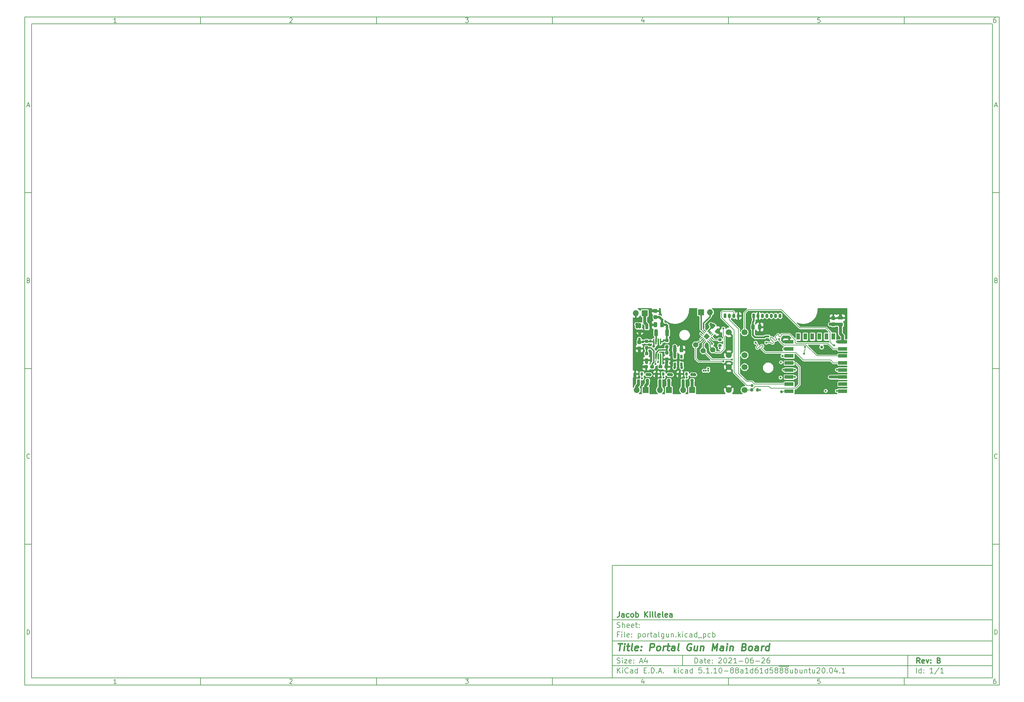
<source format=gbr>
%TF.GenerationSoftware,KiCad,Pcbnew,5.1.10-88a1d61d58~88~ubuntu20.04.1*%
%TF.CreationDate,2021-06-26T15:26:23-05:00*%
%TF.ProjectId,portalgun,706f7274-616c-4677-956e-2e6b69636164,B*%
%TF.SameCoordinates,Original*%
%TF.FileFunction,Copper,L1,Top*%
%TF.FilePolarity,Positive*%
%FSLAX46Y46*%
G04 Gerber Fmt 4.6, Leading zero omitted, Abs format (unit mm)*
G04 Created by KiCad (PCBNEW 5.1.10-88a1d61d58~88~ubuntu20.04.1) date 2021-06-26 15:26:23*
%MOMM*%
%LPD*%
G01*
G04 APERTURE LIST*
%ADD10C,0.100000*%
%ADD11C,0.150000*%
%ADD12C,0.300000*%
%ADD13C,0.400000*%
%TA.AperFunction,SMDPad,CuDef*%
%ADD14C,0.100000*%
%TD*%
%TA.AperFunction,ComponentPad*%
%ADD15O,1.700000X1.700000*%
%TD*%
%TA.AperFunction,ComponentPad*%
%ADD16R,1.700000X1.700000*%
%TD*%
%TA.AperFunction,SMDPad,CuDef*%
%ADD17R,2.500000X1.000000*%
%TD*%
%TA.AperFunction,SMDPad,CuDef*%
%ADD18R,1.000000X1.800000*%
%TD*%
%TA.AperFunction,SMDPad,CuDef*%
%ADD19C,1.500000*%
%TD*%
%TA.AperFunction,SMDPad,CuDef*%
%ADD20R,0.900000X0.800000*%
%TD*%
%TA.AperFunction,ComponentPad*%
%ADD21C,1.700000*%
%TD*%
%TA.AperFunction,SMDPad,CuDef*%
%ADD22R,0.800000X0.900000*%
%TD*%
%TA.AperFunction,ComponentPad*%
%ADD23O,0.800000X1.300000*%
%TD*%
%TA.AperFunction,SMDPad,CuDef*%
%ADD24R,0.650000X1.060000*%
%TD*%
%TA.AperFunction,ViaPad*%
%ADD25C,0.800000*%
%TD*%
%TA.AperFunction,ViaPad*%
%ADD26C,0.787400*%
%TD*%
%TA.AperFunction,ViaPad*%
%ADD27C,0.600000*%
%TD*%
%TA.AperFunction,Conductor*%
%ADD28C,0.812800*%
%TD*%
%TA.AperFunction,Conductor*%
%ADD29C,0.609600*%
%TD*%
%TA.AperFunction,Conductor*%
%ADD30C,0.711200*%
%TD*%
%TA.AperFunction,Conductor*%
%ADD31C,0.254000*%
%TD*%
%TA.AperFunction,Conductor*%
%ADD32C,0.406400*%
%TD*%
%TA.AperFunction,Conductor*%
%ADD33C,0.304800*%
%TD*%
%TA.AperFunction,Conductor*%
%ADD34C,0.508000*%
%TD*%
%TA.AperFunction,Conductor*%
%ADD35C,0.152400*%
%TD*%
%TA.AperFunction,Conductor*%
%ADD36C,0.200000*%
%TD*%
%TA.AperFunction,Conductor*%
%ADD37C,0.100000*%
%TD*%
G04 APERTURE END LIST*
D10*
D11*
X177002200Y-166007200D02*
X177002200Y-198007200D01*
X285002200Y-198007200D01*
X285002200Y-166007200D01*
X177002200Y-166007200D01*
D10*
D11*
X10000000Y-10000000D02*
X10000000Y-200007200D01*
X287002200Y-200007200D01*
X287002200Y-10000000D01*
X10000000Y-10000000D01*
D10*
D11*
X12000000Y-12000000D02*
X12000000Y-198007200D01*
X285002200Y-198007200D01*
X285002200Y-12000000D01*
X12000000Y-12000000D01*
D10*
D11*
X60000000Y-12000000D02*
X60000000Y-10000000D01*
D10*
D11*
X110000000Y-12000000D02*
X110000000Y-10000000D01*
D10*
D11*
X160000000Y-12000000D02*
X160000000Y-10000000D01*
D10*
D11*
X210000000Y-12000000D02*
X210000000Y-10000000D01*
D10*
D11*
X260000000Y-12000000D02*
X260000000Y-10000000D01*
D10*
D11*
X36065476Y-11588095D02*
X35322619Y-11588095D01*
X35694047Y-11588095D02*
X35694047Y-10288095D01*
X35570238Y-10473809D01*
X35446428Y-10597619D01*
X35322619Y-10659523D01*
D10*
D11*
X85322619Y-10411904D02*
X85384523Y-10350000D01*
X85508333Y-10288095D01*
X85817857Y-10288095D01*
X85941666Y-10350000D01*
X86003571Y-10411904D01*
X86065476Y-10535714D01*
X86065476Y-10659523D01*
X86003571Y-10845238D01*
X85260714Y-11588095D01*
X86065476Y-11588095D01*
D10*
D11*
X135260714Y-10288095D02*
X136065476Y-10288095D01*
X135632142Y-10783333D01*
X135817857Y-10783333D01*
X135941666Y-10845238D01*
X136003571Y-10907142D01*
X136065476Y-11030952D01*
X136065476Y-11340476D01*
X136003571Y-11464285D01*
X135941666Y-11526190D01*
X135817857Y-11588095D01*
X135446428Y-11588095D01*
X135322619Y-11526190D01*
X135260714Y-11464285D01*
D10*
D11*
X185941666Y-10721428D02*
X185941666Y-11588095D01*
X185632142Y-10226190D02*
X185322619Y-11154761D01*
X186127380Y-11154761D01*
D10*
D11*
X236003571Y-10288095D02*
X235384523Y-10288095D01*
X235322619Y-10907142D01*
X235384523Y-10845238D01*
X235508333Y-10783333D01*
X235817857Y-10783333D01*
X235941666Y-10845238D01*
X236003571Y-10907142D01*
X236065476Y-11030952D01*
X236065476Y-11340476D01*
X236003571Y-11464285D01*
X235941666Y-11526190D01*
X235817857Y-11588095D01*
X235508333Y-11588095D01*
X235384523Y-11526190D01*
X235322619Y-11464285D01*
D10*
D11*
X285941666Y-10288095D02*
X285694047Y-10288095D01*
X285570238Y-10350000D01*
X285508333Y-10411904D01*
X285384523Y-10597619D01*
X285322619Y-10845238D01*
X285322619Y-11340476D01*
X285384523Y-11464285D01*
X285446428Y-11526190D01*
X285570238Y-11588095D01*
X285817857Y-11588095D01*
X285941666Y-11526190D01*
X286003571Y-11464285D01*
X286065476Y-11340476D01*
X286065476Y-11030952D01*
X286003571Y-10907142D01*
X285941666Y-10845238D01*
X285817857Y-10783333D01*
X285570238Y-10783333D01*
X285446428Y-10845238D01*
X285384523Y-10907142D01*
X285322619Y-11030952D01*
D10*
D11*
X60000000Y-198007200D02*
X60000000Y-200007200D01*
D10*
D11*
X110000000Y-198007200D02*
X110000000Y-200007200D01*
D10*
D11*
X160000000Y-198007200D02*
X160000000Y-200007200D01*
D10*
D11*
X210000000Y-198007200D02*
X210000000Y-200007200D01*
D10*
D11*
X260000000Y-198007200D02*
X260000000Y-200007200D01*
D10*
D11*
X36065476Y-199595295D02*
X35322619Y-199595295D01*
X35694047Y-199595295D02*
X35694047Y-198295295D01*
X35570238Y-198481009D01*
X35446428Y-198604819D01*
X35322619Y-198666723D01*
D10*
D11*
X85322619Y-198419104D02*
X85384523Y-198357200D01*
X85508333Y-198295295D01*
X85817857Y-198295295D01*
X85941666Y-198357200D01*
X86003571Y-198419104D01*
X86065476Y-198542914D01*
X86065476Y-198666723D01*
X86003571Y-198852438D01*
X85260714Y-199595295D01*
X86065476Y-199595295D01*
D10*
D11*
X135260714Y-198295295D02*
X136065476Y-198295295D01*
X135632142Y-198790533D01*
X135817857Y-198790533D01*
X135941666Y-198852438D01*
X136003571Y-198914342D01*
X136065476Y-199038152D01*
X136065476Y-199347676D01*
X136003571Y-199471485D01*
X135941666Y-199533390D01*
X135817857Y-199595295D01*
X135446428Y-199595295D01*
X135322619Y-199533390D01*
X135260714Y-199471485D01*
D10*
D11*
X185941666Y-198728628D02*
X185941666Y-199595295D01*
X185632142Y-198233390D02*
X185322619Y-199161961D01*
X186127380Y-199161961D01*
D10*
D11*
X236003571Y-198295295D02*
X235384523Y-198295295D01*
X235322619Y-198914342D01*
X235384523Y-198852438D01*
X235508333Y-198790533D01*
X235817857Y-198790533D01*
X235941666Y-198852438D01*
X236003571Y-198914342D01*
X236065476Y-199038152D01*
X236065476Y-199347676D01*
X236003571Y-199471485D01*
X235941666Y-199533390D01*
X235817857Y-199595295D01*
X235508333Y-199595295D01*
X235384523Y-199533390D01*
X235322619Y-199471485D01*
D10*
D11*
X285941666Y-198295295D02*
X285694047Y-198295295D01*
X285570238Y-198357200D01*
X285508333Y-198419104D01*
X285384523Y-198604819D01*
X285322619Y-198852438D01*
X285322619Y-199347676D01*
X285384523Y-199471485D01*
X285446428Y-199533390D01*
X285570238Y-199595295D01*
X285817857Y-199595295D01*
X285941666Y-199533390D01*
X286003571Y-199471485D01*
X286065476Y-199347676D01*
X286065476Y-199038152D01*
X286003571Y-198914342D01*
X285941666Y-198852438D01*
X285817857Y-198790533D01*
X285570238Y-198790533D01*
X285446428Y-198852438D01*
X285384523Y-198914342D01*
X285322619Y-199038152D01*
D10*
D11*
X10000000Y-60000000D02*
X12000000Y-60000000D01*
D10*
D11*
X10000000Y-110000000D02*
X12000000Y-110000000D01*
D10*
D11*
X10000000Y-160000000D02*
X12000000Y-160000000D01*
D10*
D11*
X10690476Y-35216666D02*
X11309523Y-35216666D01*
X10566666Y-35588095D02*
X11000000Y-34288095D01*
X11433333Y-35588095D01*
D10*
D11*
X11092857Y-84907142D02*
X11278571Y-84969047D01*
X11340476Y-85030952D01*
X11402380Y-85154761D01*
X11402380Y-85340476D01*
X11340476Y-85464285D01*
X11278571Y-85526190D01*
X11154761Y-85588095D01*
X10659523Y-85588095D01*
X10659523Y-84288095D01*
X11092857Y-84288095D01*
X11216666Y-84350000D01*
X11278571Y-84411904D01*
X11340476Y-84535714D01*
X11340476Y-84659523D01*
X11278571Y-84783333D01*
X11216666Y-84845238D01*
X11092857Y-84907142D01*
X10659523Y-84907142D01*
D10*
D11*
X11402380Y-135464285D02*
X11340476Y-135526190D01*
X11154761Y-135588095D01*
X11030952Y-135588095D01*
X10845238Y-135526190D01*
X10721428Y-135402380D01*
X10659523Y-135278571D01*
X10597619Y-135030952D01*
X10597619Y-134845238D01*
X10659523Y-134597619D01*
X10721428Y-134473809D01*
X10845238Y-134350000D01*
X11030952Y-134288095D01*
X11154761Y-134288095D01*
X11340476Y-134350000D01*
X11402380Y-134411904D01*
D10*
D11*
X10659523Y-185588095D02*
X10659523Y-184288095D01*
X10969047Y-184288095D01*
X11154761Y-184350000D01*
X11278571Y-184473809D01*
X11340476Y-184597619D01*
X11402380Y-184845238D01*
X11402380Y-185030952D01*
X11340476Y-185278571D01*
X11278571Y-185402380D01*
X11154761Y-185526190D01*
X10969047Y-185588095D01*
X10659523Y-185588095D01*
D10*
D11*
X287002200Y-60000000D02*
X285002200Y-60000000D01*
D10*
D11*
X287002200Y-110000000D02*
X285002200Y-110000000D01*
D10*
D11*
X287002200Y-160000000D02*
X285002200Y-160000000D01*
D10*
D11*
X285692676Y-35216666D02*
X286311723Y-35216666D01*
X285568866Y-35588095D02*
X286002200Y-34288095D01*
X286435533Y-35588095D01*
D10*
D11*
X286095057Y-84907142D02*
X286280771Y-84969047D01*
X286342676Y-85030952D01*
X286404580Y-85154761D01*
X286404580Y-85340476D01*
X286342676Y-85464285D01*
X286280771Y-85526190D01*
X286156961Y-85588095D01*
X285661723Y-85588095D01*
X285661723Y-84288095D01*
X286095057Y-84288095D01*
X286218866Y-84350000D01*
X286280771Y-84411904D01*
X286342676Y-84535714D01*
X286342676Y-84659523D01*
X286280771Y-84783333D01*
X286218866Y-84845238D01*
X286095057Y-84907142D01*
X285661723Y-84907142D01*
D10*
D11*
X286404580Y-135464285D02*
X286342676Y-135526190D01*
X286156961Y-135588095D01*
X286033152Y-135588095D01*
X285847438Y-135526190D01*
X285723628Y-135402380D01*
X285661723Y-135278571D01*
X285599819Y-135030952D01*
X285599819Y-134845238D01*
X285661723Y-134597619D01*
X285723628Y-134473809D01*
X285847438Y-134350000D01*
X286033152Y-134288095D01*
X286156961Y-134288095D01*
X286342676Y-134350000D01*
X286404580Y-134411904D01*
D10*
D11*
X285661723Y-185588095D02*
X285661723Y-184288095D01*
X285971247Y-184288095D01*
X286156961Y-184350000D01*
X286280771Y-184473809D01*
X286342676Y-184597619D01*
X286404580Y-184845238D01*
X286404580Y-185030952D01*
X286342676Y-185278571D01*
X286280771Y-185402380D01*
X286156961Y-185526190D01*
X285971247Y-185588095D01*
X285661723Y-185588095D01*
D10*
D11*
X200434342Y-193785771D02*
X200434342Y-192285771D01*
X200791485Y-192285771D01*
X201005771Y-192357200D01*
X201148628Y-192500057D01*
X201220057Y-192642914D01*
X201291485Y-192928628D01*
X201291485Y-193142914D01*
X201220057Y-193428628D01*
X201148628Y-193571485D01*
X201005771Y-193714342D01*
X200791485Y-193785771D01*
X200434342Y-193785771D01*
X202577200Y-193785771D02*
X202577200Y-193000057D01*
X202505771Y-192857200D01*
X202362914Y-192785771D01*
X202077200Y-192785771D01*
X201934342Y-192857200D01*
X202577200Y-193714342D02*
X202434342Y-193785771D01*
X202077200Y-193785771D01*
X201934342Y-193714342D01*
X201862914Y-193571485D01*
X201862914Y-193428628D01*
X201934342Y-193285771D01*
X202077200Y-193214342D01*
X202434342Y-193214342D01*
X202577200Y-193142914D01*
X203077200Y-192785771D02*
X203648628Y-192785771D01*
X203291485Y-192285771D02*
X203291485Y-193571485D01*
X203362914Y-193714342D01*
X203505771Y-193785771D01*
X203648628Y-193785771D01*
X204720057Y-193714342D02*
X204577200Y-193785771D01*
X204291485Y-193785771D01*
X204148628Y-193714342D01*
X204077200Y-193571485D01*
X204077200Y-193000057D01*
X204148628Y-192857200D01*
X204291485Y-192785771D01*
X204577200Y-192785771D01*
X204720057Y-192857200D01*
X204791485Y-193000057D01*
X204791485Y-193142914D01*
X204077200Y-193285771D01*
X205434342Y-193642914D02*
X205505771Y-193714342D01*
X205434342Y-193785771D01*
X205362914Y-193714342D01*
X205434342Y-193642914D01*
X205434342Y-193785771D01*
X205434342Y-192857200D02*
X205505771Y-192928628D01*
X205434342Y-193000057D01*
X205362914Y-192928628D01*
X205434342Y-192857200D01*
X205434342Y-193000057D01*
X207220057Y-192428628D02*
X207291485Y-192357200D01*
X207434342Y-192285771D01*
X207791485Y-192285771D01*
X207934342Y-192357200D01*
X208005771Y-192428628D01*
X208077200Y-192571485D01*
X208077200Y-192714342D01*
X208005771Y-192928628D01*
X207148628Y-193785771D01*
X208077200Y-193785771D01*
X209005771Y-192285771D02*
X209148628Y-192285771D01*
X209291485Y-192357200D01*
X209362914Y-192428628D01*
X209434342Y-192571485D01*
X209505771Y-192857200D01*
X209505771Y-193214342D01*
X209434342Y-193500057D01*
X209362914Y-193642914D01*
X209291485Y-193714342D01*
X209148628Y-193785771D01*
X209005771Y-193785771D01*
X208862914Y-193714342D01*
X208791485Y-193642914D01*
X208720057Y-193500057D01*
X208648628Y-193214342D01*
X208648628Y-192857200D01*
X208720057Y-192571485D01*
X208791485Y-192428628D01*
X208862914Y-192357200D01*
X209005771Y-192285771D01*
X210077200Y-192428628D02*
X210148628Y-192357200D01*
X210291485Y-192285771D01*
X210648628Y-192285771D01*
X210791485Y-192357200D01*
X210862914Y-192428628D01*
X210934342Y-192571485D01*
X210934342Y-192714342D01*
X210862914Y-192928628D01*
X210005771Y-193785771D01*
X210934342Y-193785771D01*
X212362914Y-193785771D02*
X211505771Y-193785771D01*
X211934342Y-193785771D02*
X211934342Y-192285771D01*
X211791485Y-192500057D01*
X211648628Y-192642914D01*
X211505771Y-192714342D01*
X213005771Y-193214342D02*
X214148628Y-193214342D01*
X215148628Y-192285771D02*
X215291485Y-192285771D01*
X215434342Y-192357200D01*
X215505771Y-192428628D01*
X215577200Y-192571485D01*
X215648628Y-192857200D01*
X215648628Y-193214342D01*
X215577200Y-193500057D01*
X215505771Y-193642914D01*
X215434342Y-193714342D01*
X215291485Y-193785771D01*
X215148628Y-193785771D01*
X215005771Y-193714342D01*
X214934342Y-193642914D01*
X214862914Y-193500057D01*
X214791485Y-193214342D01*
X214791485Y-192857200D01*
X214862914Y-192571485D01*
X214934342Y-192428628D01*
X215005771Y-192357200D01*
X215148628Y-192285771D01*
X216934342Y-192285771D02*
X216648628Y-192285771D01*
X216505771Y-192357200D01*
X216434342Y-192428628D01*
X216291485Y-192642914D01*
X216220057Y-192928628D01*
X216220057Y-193500057D01*
X216291485Y-193642914D01*
X216362914Y-193714342D01*
X216505771Y-193785771D01*
X216791485Y-193785771D01*
X216934342Y-193714342D01*
X217005771Y-193642914D01*
X217077200Y-193500057D01*
X217077200Y-193142914D01*
X217005771Y-193000057D01*
X216934342Y-192928628D01*
X216791485Y-192857200D01*
X216505771Y-192857200D01*
X216362914Y-192928628D01*
X216291485Y-193000057D01*
X216220057Y-193142914D01*
X217720057Y-193214342D02*
X218862914Y-193214342D01*
X219505771Y-192428628D02*
X219577200Y-192357200D01*
X219720057Y-192285771D01*
X220077200Y-192285771D01*
X220220057Y-192357200D01*
X220291485Y-192428628D01*
X220362914Y-192571485D01*
X220362914Y-192714342D01*
X220291485Y-192928628D01*
X219434342Y-193785771D01*
X220362914Y-193785771D01*
X221648628Y-192285771D02*
X221362914Y-192285771D01*
X221220057Y-192357200D01*
X221148628Y-192428628D01*
X221005771Y-192642914D01*
X220934342Y-192928628D01*
X220934342Y-193500057D01*
X221005771Y-193642914D01*
X221077200Y-193714342D01*
X221220057Y-193785771D01*
X221505771Y-193785771D01*
X221648628Y-193714342D01*
X221720057Y-193642914D01*
X221791485Y-193500057D01*
X221791485Y-193142914D01*
X221720057Y-193000057D01*
X221648628Y-192928628D01*
X221505771Y-192857200D01*
X221220057Y-192857200D01*
X221077200Y-192928628D01*
X221005771Y-193000057D01*
X220934342Y-193142914D01*
D10*
D11*
X177002200Y-194507200D02*
X285002200Y-194507200D01*
D10*
D11*
X178434342Y-196585771D02*
X178434342Y-195085771D01*
X179291485Y-196585771D02*
X178648628Y-195728628D01*
X179291485Y-195085771D02*
X178434342Y-195942914D01*
X179934342Y-196585771D02*
X179934342Y-195585771D01*
X179934342Y-195085771D02*
X179862914Y-195157200D01*
X179934342Y-195228628D01*
X180005771Y-195157200D01*
X179934342Y-195085771D01*
X179934342Y-195228628D01*
X181505771Y-196442914D02*
X181434342Y-196514342D01*
X181220057Y-196585771D01*
X181077200Y-196585771D01*
X180862914Y-196514342D01*
X180720057Y-196371485D01*
X180648628Y-196228628D01*
X180577200Y-195942914D01*
X180577200Y-195728628D01*
X180648628Y-195442914D01*
X180720057Y-195300057D01*
X180862914Y-195157200D01*
X181077200Y-195085771D01*
X181220057Y-195085771D01*
X181434342Y-195157200D01*
X181505771Y-195228628D01*
X182791485Y-196585771D02*
X182791485Y-195800057D01*
X182720057Y-195657200D01*
X182577200Y-195585771D01*
X182291485Y-195585771D01*
X182148628Y-195657200D01*
X182791485Y-196514342D02*
X182648628Y-196585771D01*
X182291485Y-196585771D01*
X182148628Y-196514342D01*
X182077200Y-196371485D01*
X182077200Y-196228628D01*
X182148628Y-196085771D01*
X182291485Y-196014342D01*
X182648628Y-196014342D01*
X182791485Y-195942914D01*
X184148628Y-196585771D02*
X184148628Y-195085771D01*
X184148628Y-196514342D02*
X184005771Y-196585771D01*
X183720057Y-196585771D01*
X183577200Y-196514342D01*
X183505771Y-196442914D01*
X183434342Y-196300057D01*
X183434342Y-195871485D01*
X183505771Y-195728628D01*
X183577200Y-195657200D01*
X183720057Y-195585771D01*
X184005771Y-195585771D01*
X184148628Y-195657200D01*
X186005771Y-195800057D02*
X186505771Y-195800057D01*
X186720057Y-196585771D02*
X186005771Y-196585771D01*
X186005771Y-195085771D01*
X186720057Y-195085771D01*
X187362914Y-196442914D02*
X187434342Y-196514342D01*
X187362914Y-196585771D01*
X187291485Y-196514342D01*
X187362914Y-196442914D01*
X187362914Y-196585771D01*
X188077200Y-196585771D02*
X188077200Y-195085771D01*
X188434342Y-195085771D01*
X188648628Y-195157200D01*
X188791485Y-195300057D01*
X188862914Y-195442914D01*
X188934342Y-195728628D01*
X188934342Y-195942914D01*
X188862914Y-196228628D01*
X188791485Y-196371485D01*
X188648628Y-196514342D01*
X188434342Y-196585771D01*
X188077200Y-196585771D01*
X189577200Y-196442914D02*
X189648628Y-196514342D01*
X189577200Y-196585771D01*
X189505771Y-196514342D01*
X189577200Y-196442914D01*
X189577200Y-196585771D01*
X190220057Y-196157200D02*
X190934342Y-196157200D01*
X190077200Y-196585771D02*
X190577200Y-195085771D01*
X191077200Y-196585771D01*
X191577200Y-196442914D02*
X191648628Y-196514342D01*
X191577200Y-196585771D01*
X191505771Y-196514342D01*
X191577200Y-196442914D01*
X191577200Y-196585771D01*
X194577200Y-196585771D02*
X194577200Y-195085771D01*
X194720057Y-196014342D02*
X195148628Y-196585771D01*
X195148628Y-195585771D02*
X194577200Y-196157200D01*
X195791485Y-196585771D02*
X195791485Y-195585771D01*
X195791485Y-195085771D02*
X195720057Y-195157200D01*
X195791485Y-195228628D01*
X195862914Y-195157200D01*
X195791485Y-195085771D01*
X195791485Y-195228628D01*
X197148628Y-196514342D02*
X197005771Y-196585771D01*
X196720057Y-196585771D01*
X196577200Y-196514342D01*
X196505771Y-196442914D01*
X196434342Y-196300057D01*
X196434342Y-195871485D01*
X196505771Y-195728628D01*
X196577200Y-195657200D01*
X196720057Y-195585771D01*
X197005771Y-195585771D01*
X197148628Y-195657200D01*
X198434342Y-196585771D02*
X198434342Y-195800057D01*
X198362914Y-195657200D01*
X198220057Y-195585771D01*
X197934342Y-195585771D01*
X197791485Y-195657200D01*
X198434342Y-196514342D02*
X198291485Y-196585771D01*
X197934342Y-196585771D01*
X197791485Y-196514342D01*
X197720057Y-196371485D01*
X197720057Y-196228628D01*
X197791485Y-196085771D01*
X197934342Y-196014342D01*
X198291485Y-196014342D01*
X198434342Y-195942914D01*
X199791485Y-196585771D02*
X199791485Y-195085771D01*
X199791485Y-196514342D02*
X199648628Y-196585771D01*
X199362914Y-196585771D01*
X199220057Y-196514342D01*
X199148628Y-196442914D01*
X199077200Y-196300057D01*
X199077200Y-195871485D01*
X199148628Y-195728628D01*
X199220057Y-195657200D01*
X199362914Y-195585771D01*
X199648628Y-195585771D01*
X199791485Y-195657200D01*
X202362914Y-195085771D02*
X201648628Y-195085771D01*
X201577200Y-195800057D01*
X201648628Y-195728628D01*
X201791485Y-195657200D01*
X202148628Y-195657200D01*
X202291485Y-195728628D01*
X202362914Y-195800057D01*
X202434342Y-195942914D01*
X202434342Y-196300057D01*
X202362914Y-196442914D01*
X202291485Y-196514342D01*
X202148628Y-196585771D01*
X201791485Y-196585771D01*
X201648628Y-196514342D01*
X201577200Y-196442914D01*
X203077200Y-196442914D02*
X203148628Y-196514342D01*
X203077200Y-196585771D01*
X203005771Y-196514342D01*
X203077200Y-196442914D01*
X203077200Y-196585771D01*
X204577200Y-196585771D02*
X203720057Y-196585771D01*
X204148628Y-196585771D02*
X204148628Y-195085771D01*
X204005771Y-195300057D01*
X203862914Y-195442914D01*
X203720057Y-195514342D01*
X205220057Y-196442914D02*
X205291485Y-196514342D01*
X205220057Y-196585771D01*
X205148628Y-196514342D01*
X205220057Y-196442914D01*
X205220057Y-196585771D01*
X206720057Y-196585771D02*
X205862914Y-196585771D01*
X206291485Y-196585771D02*
X206291485Y-195085771D01*
X206148628Y-195300057D01*
X206005771Y-195442914D01*
X205862914Y-195514342D01*
X207648628Y-195085771D02*
X207791485Y-195085771D01*
X207934342Y-195157200D01*
X208005771Y-195228628D01*
X208077200Y-195371485D01*
X208148628Y-195657200D01*
X208148628Y-196014342D01*
X208077200Y-196300057D01*
X208005771Y-196442914D01*
X207934342Y-196514342D01*
X207791485Y-196585771D01*
X207648628Y-196585771D01*
X207505771Y-196514342D01*
X207434342Y-196442914D01*
X207362914Y-196300057D01*
X207291485Y-196014342D01*
X207291485Y-195657200D01*
X207362914Y-195371485D01*
X207434342Y-195228628D01*
X207505771Y-195157200D01*
X207648628Y-195085771D01*
X208791485Y-196014342D02*
X209934342Y-196014342D01*
X210862914Y-195728628D02*
X210720057Y-195657200D01*
X210648628Y-195585771D01*
X210577200Y-195442914D01*
X210577200Y-195371485D01*
X210648628Y-195228628D01*
X210720057Y-195157200D01*
X210862914Y-195085771D01*
X211148628Y-195085771D01*
X211291485Y-195157200D01*
X211362914Y-195228628D01*
X211434342Y-195371485D01*
X211434342Y-195442914D01*
X211362914Y-195585771D01*
X211291485Y-195657200D01*
X211148628Y-195728628D01*
X210862914Y-195728628D01*
X210720057Y-195800057D01*
X210648628Y-195871485D01*
X210577200Y-196014342D01*
X210577200Y-196300057D01*
X210648628Y-196442914D01*
X210720057Y-196514342D01*
X210862914Y-196585771D01*
X211148628Y-196585771D01*
X211291485Y-196514342D01*
X211362914Y-196442914D01*
X211434342Y-196300057D01*
X211434342Y-196014342D01*
X211362914Y-195871485D01*
X211291485Y-195800057D01*
X211148628Y-195728628D01*
X212291485Y-195728628D02*
X212148628Y-195657200D01*
X212077200Y-195585771D01*
X212005771Y-195442914D01*
X212005771Y-195371485D01*
X212077200Y-195228628D01*
X212148628Y-195157200D01*
X212291485Y-195085771D01*
X212577200Y-195085771D01*
X212720057Y-195157200D01*
X212791485Y-195228628D01*
X212862914Y-195371485D01*
X212862914Y-195442914D01*
X212791485Y-195585771D01*
X212720057Y-195657200D01*
X212577200Y-195728628D01*
X212291485Y-195728628D01*
X212148628Y-195800057D01*
X212077200Y-195871485D01*
X212005771Y-196014342D01*
X212005771Y-196300057D01*
X212077200Y-196442914D01*
X212148628Y-196514342D01*
X212291485Y-196585771D01*
X212577200Y-196585771D01*
X212720057Y-196514342D01*
X212791485Y-196442914D01*
X212862914Y-196300057D01*
X212862914Y-196014342D01*
X212791485Y-195871485D01*
X212720057Y-195800057D01*
X212577200Y-195728628D01*
X214148628Y-196585771D02*
X214148628Y-195800057D01*
X214077200Y-195657200D01*
X213934342Y-195585771D01*
X213648628Y-195585771D01*
X213505771Y-195657200D01*
X214148628Y-196514342D02*
X214005771Y-196585771D01*
X213648628Y-196585771D01*
X213505771Y-196514342D01*
X213434342Y-196371485D01*
X213434342Y-196228628D01*
X213505771Y-196085771D01*
X213648628Y-196014342D01*
X214005771Y-196014342D01*
X214148628Y-195942914D01*
X215648628Y-196585771D02*
X214791485Y-196585771D01*
X215220057Y-196585771D02*
X215220057Y-195085771D01*
X215077200Y-195300057D01*
X214934342Y-195442914D01*
X214791485Y-195514342D01*
X216934342Y-196585771D02*
X216934342Y-195085771D01*
X216934342Y-196514342D02*
X216791485Y-196585771D01*
X216505771Y-196585771D01*
X216362914Y-196514342D01*
X216291485Y-196442914D01*
X216220057Y-196300057D01*
X216220057Y-195871485D01*
X216291485Y-195728628D01*
X216362914Y-195657200D01*
X216505771Y-195585771D01*
X216791485Y-195585771D01*
X216934342Y-195657200D01*
X218291485Y-195085771D02*
X218005771Y-195085771D01*
X217862914Y-195157200D01*
X217791485Y-195228628D01*
X217648628Y-195442914D01*
X217577200Y-195728628D01*
X217577200Y-196300057D01*
X217648628Y-196442914D01*
X217720057Y-196514342D01*
X217862914Y-196585771D01*
X218148628Y-196585771D01*
X218291485Y-196514342D01*
X218362914Y-196442914D01*
X218434342Y-196300057D01*
X218434342Y-195942914D01*
X218362914Y-195800057D01*
X218291485Y-195728628D01*
X218148628Y-195657200D01*
X217862914Y-195657200D01*
X217720057Y-195728628D01*
X217648628Y-195800057D01*
X217577200Y-195942914D01*
X219862914Y-196585771D02*
X219005771Y-196585771D01*
X219434342Y-196585771D02*
X219434342Y-195085771D01*
X219291485Y-195300057D01*
X219148628Y-195442914D01*
X219005771Y-195514342D01*
X221148628Y-196585771D02*
X221148628Y-195085771D01*
X221148628Y-196514342D02*
X221005771Y-196585771D01*
X220720057Y-196585771D01*
X220577200Y-196514342D01*
X220505771Y-196442914D01*
X220434342Y-196300057D01*
X220434342Y-195871485D01*
X220505771Y-195728628D01*
X220577200Y-195657200D01*
X220720057Y-195585771D01*
X221005771Y-195585771D01*
X221148628Y-195657200D01*
X222577200Y-195085771D02*
X221862914Y-195085771D01*
X221791485Y-195800057D01*
X221862914Y-195728628D01*
X222005771Y-195657200D01*
X222362914Y-195657200D01*
X222505771Y-195728628D01*
X222577200Y-195800057D01*
X222648628Y-195942914D01*
X222648628Y-196300057D01*
X222577200Y-196442914D01*
X222505771Y-196514342D01*
X222362914Y-196585771D01*
X222005771Y-196585771D01*
X221862914Y-196514342D01*
X221791485Y-196442914D01*
X223505771Y-195728628D02*
X223362914Y-195657200D01*
X223291485Y-195585771D01*
X223220057Y-195442914D01*
X223220057Y-195371485D01*
X223291485Y-195228628D01*
X223362914Y-195157200D01*
X223505771Y-195085771D01*
X223791485Y-195085771D01*
X223934342Y-195157200D01*
X224005771Y-195228628D01*
X224077200Y-195371485D01*
X224077200Y-195442914D01*
X224005771Y-195585771D01*
X223934342Y-195657200D01*
X223791485Y-195728628D01*
X223505771Y-195728628D01*
X223362914Y-195800057D01*
X223291485Y-195871485D01*
X223220057Y-196014342D01*
X223220057Y-196300057D01*
X223291485Y-196442914D01*
X223362914Y-196514342D01*
X223505771Y-196585771D01*
X223791485Y-196585771D01*
X223934342Y-196514342D01*
X224005771Y-196442914D01*
X224077200Y-196300057D01*
X224077200Y-196014342D01*
X224005771Y-195871485D01*
X223934342Y-195800057D01*
X223791485Y-195728628D01*
X224362914Y-194677200D02*
X225791485Y-194677200D01*
X224934342Y-195728628D02*
X224791485Y-195657200D01*
X224720057Y-195585771D01*
X224648628Y-195442914D01*
X224648628Y-195371485D01*
X224720057Y-195228628D01*
X224791485Y-195157200D01*
X224934342Y-195085771D01*
X225220057Y-195085771D01*
X225362914Y-195157200D01*
X225434342Y-195228628D01*
X225505771Y-195371485D01*
X225505771Y-195442914D01*
X225434342Y-195585771D01*
X225362914Y-195657200D01*
X225220057Y-195728628D01*
X224934342Y-195728628D01*
X224791485Y-195800057D01*
X224720057Y-195871485D01*
X224648628Y-196014342D01*
X224648628Y-196300057D01*
X224720057Y-196442914D01*
X224791485Y-196514342D01*
X224934342Y-196585771D01*
X225220057Y-196585771D01*
X225362914Y-196514342D01*
X225434342Y-196442914D01*
X225505771Y-196300057D01*
X225505771Y-196014342D01*
X225434342Y-195871485D01*
X225362914Y-195800057D01*
X225220057Y-195728628D01*
X225791485Y-194677200D02*
X227220057Y-194677200D01*
X226362914Y-195728628D02*
X226220057Y-195657200D01*
X226148628Y-195585771D01*
X226077199Y-195442914D01*
X226077199Y-195371485D01*
X226148628Y-195228628D01*
X226220057Y-195157200D01*
X226362914Y-195085771D01*
X226648628Y-195085771D01*
X226791485Y-195157200D01*
X226862914Y-195228628D01*
X226934342Y-195371485D01*
X226934342Y-195442914D01*
X226862914Y-195585771D01*
X226791485Y-195657200D01*
X226648628Y-195728628D01*
X226362914Y-195728628D01*
X226220057Y-195800057D01*
X226148628Y-195871485D01*
X226077199Y-196014342D01*
X226077199Y-196300057D01*
X226148628Y-196442914D01*
X226220057Y-196514342D01*
X226362914Y-196585771D01*
X226648628Y-196585771D01*
X226791485Y-196514342D01*
X226862914Y-196442914D01*
X226934342Y-196300057D01*
X226934342Y-196014342D01*
X226862914Y-195871485D01*
X226791485Y-195800057D01*
X226648628Y-195728628D01*
X228220057Y-195585771D02*
X228220057Y-196585771D01*
X227577199Y-195585771D02*
X227577199Y-196371485D01*
X227648628Y-196514342D01*
X227791485Y-196585771D01*
X228005771Y-196585771D01*
X228148628Y-196514342D01*
X228220057Y-196442914D01*
X228934342Y-196585771D02*
X228934342Y-195085771D01*
X228934342Y-195657200D02*
X229077199Y-195585771D01*
X229362914Y-195585771D01*
X229505771Y-195657200D01*
X229577199Y-195728628D01*
X229648628Y-195871485D01*
X229648628Y-196300057D01*
X229577199Y-196442914D01*
X229505771Y-196514342D01*
X229362914Y-196585771D01*
X229077199Y-196585771D01*
X228934342Y-196514342D01*
X230934342Y-195585771D02*
X230934342Y-196585771D01*
X230291485Y-195585771D02*
X230291485Y-196371485D01*
X230362914Y-196514342D01*
X230505771Y-196585771D01*
X230720057Y-196585771D01*
X230862914Y-196514342D01*
X230934342Y-196442914D01*
X231648628Y-195585771D02*
X231648628Y-196585771D01*
X231648628Y-195728628D02*
X231720057Y-195657200D01*
X231862914Y-195585771D01*
X232077199Y-195585771D01*
X232220057Y-195657200D01*
X232291485Y-195800057D01*
X232291485Y-196585771D01*
X232791485Y-195585771D02*
X233362914Y-195585771D01*
X233005771Y-195085771D02*
X233005771Y-196371485D01*
X233077199Y-196514342D01*
X233220057Y-196585771D01*
X233362914Y-196585771D01*
X234505771Y-195585771D02*
X234505771Y-196585771D01*
X233862914Y-195585771D02*
X233862914Y-196371485D01*
X233934342Y-196514342D01*
X234077200Y-196585771D01*
X234291485Y-196585771D01*
X234434342Y-196514342D01*
X234505771Y-196442914D01*
X235148628Y-195228628D02*
X235220057Y-195157200D01*
X235362914Y-195085771D01*
X235720057Y-195085771D01*
X235862914Y-195157200D01*
X235934342Y-195228628D01*
X236005771Y-195371485D01*
X236005771Y-195514342D01*
X235934342Y-195728628D01*
X235077200Y-196585771D01*
X236005771Y-196585771D01*
X236934342Y-195085771D02*
X237077199Y-195085771D01*
X237220057Y-195157200D01*
X237291485Y-195228628D01*
X237362914Y-195371485D01*
X237434342Y-195657200D01*
X237434342Y-196014342D01*
X237362914Y-196300057D01*
X237291485Y-196442914D01*
X237220057Y-196514342D01*
X237077199Y-196585771D01*
X236934342Y-196585771D01*
X236791485Y-196514342D01*
X236720057Y-196442914D01*
X236648628Y-196300057D01*
X236577199Y-196014342D01*
X236577199Y-195657200D01*
X236648628Y-195371485D01*
X236720057Y-195228628D01*
X236791485Y-195157200D01*
X236934342Y-195085771D01*
X238077199Y-196442914D02*
X238148628Y-196514342D01*
X238077199Y-196585771D01*
X238005771Y-196514342D01*
X238077199Y-196442914D01*
X238077199Y-196585771D01*
X239077199Y-195085771D02*
X239220057Y-195085771D01*
X239362914Y-195157200D01*
X239434342Y-195228628D01*
X239505771Y-195371485D01*
X239577199Y-195657200D01*
X239577199Y-196014342D01*
X239505771Y-196300057D01*
X239434342Y-196442914D01*
X239362914Y-196514342D01*
X239220057Y-196585771D01*
X239077199Y-196585771D01*
X238934342Y-196514342D01*
X238862914Y-196442914D01*
X238791485Y-196300057D01*
X238720057Y-196014342D01*
X238720057Y-195657200D01*
X238791485Y-195371485D01*
X238862914Y-195228628D01*
X238934342Y-195157200D01*
X239077199Y-195085771D01*
X240862914Y-195585771D02*
X240862914Y-196585771D01*
X240505771Y-195014342D02*
X240148628Y-196085771D01*
X241077199Y-196085771D01*
X241648628Y-196442914D02*
X241720057Y-196514342D01*
X241648628Y-196585771D01*
X241577199Y-196514342D01*
X241648628Y-196442914D01*
X241648628Y-196585771D01*
X243148628Y-196585771D02*
X242291485Y-196585771D01*
X242720057Y-196585771D02*
X242720057Y-195085771D01*
X242577199Y-195300057D01*
X242434342Y-195442914D01*
X242291485Y-195514342D01*
D10*
D11*
X177002200Y-191507200D02*
X285002200Y-191507200D01*
D10*
D12*
X264411485Y-193785771D02*
X263911485Y-193071485D01*
X263554342Y-193785771D02*
X263554342Y-192285771D01*
X264125771Y-192285771D01*
X264268628Y-192357200D01*
X264340057Y-192428628D01*
X264411485Y-192571485D01*
X264411485Y-192785771D01*
X264340057Y-192928628D01*
X264268628Y-193000057D01*
X264125771Y-193071485D01*
X263554342Y-193071485D01*
X265625771Y-193714342D02*
X265482914Y-193785771D01*
X265197200Y-193785771D01*
X265054342Y-193714342D01*
X264982914Y-193571485D01*
X264982914Y-193000057D01*
X265054342Y-192857200D01*
X265197200Y-192785771D01*
X265482914Y-192785771D01*
X265625771Y-192857200D01*
X265697200Y-193000057D01*
X265697200Y-193142914D01*
X264982914Y-193285771D01*
X266197200Y-192785771D02*
X266554342Y-193785771D01*
X266911485Y-192785771D01*
X267482914Y-193642914D02*
X267554342Y-193714342D01*
X267482914Y-193785771D01*
X267411485Y-193714342D01*
X267482914Y-193642914D01*
X267482914Y-193785771D01*
X267482914Y-192857200D02*
X267554342Y-192928628D01*
X267482914Y-193000057D01*
X267411485Y-192928628D01*
X267482914Y-192857200D01*
X267482914Y-193000057D01*
X269840057Y-193000057D02*
X270054342Y-193071485D01*
X270125771Y-193142914D01*
X270197200Y-193285771D01*
X270197200Y-193500057D01*
X270125771Y-193642914D01*
X270054342Y-193714342D01*
X269911485Y-193785771D01*
X269340057Y-193785771D01*
X269340057Y-192285771D01*
X269840057Y-192285771D01*
X269982914Y-192357200D01*
X270054342Y-192428628D01*
X270125771Y-192571485D01*
X270125771Y-192714342D01*
X270054342Y-192857200D01*
X269982914Y-192928628D01*
X269840057Y-193000057D01*
X269340057Y-193000057D01*
D10*
D11*
X178362914Y-193714342D02*
X178577200Y-193785771D01*
X178934342Y-193785771D01*
X179077200Y-193714342D01*
X179148628Y-193642914D01*
X179220057Y-193500057D01*
X179220057Y-193357200D01*
X179148628Y-193214342D01*
X179077200Y-193142914D01*
X178934342Y-193071485D01*
X178648628Y-193000057D01*
X178505771Y-192928628D01*
X178434342Y-192857200D01*
X178362914Y-192714342D01*
X178362914Y-192571485D01*
X178434342Y-192428628D01*
X178505771Y-192357200D01*
X178648628Y-192285771D01*
X179005771Y-192285771D01*
X179220057Y-192357200D01*
X179862914Y-193785771D02*
X179862914Y-192785771D01*
X179862914Y-192285771D02*
X179791485Y-192357200D01*
X179862914Y-192428628D01*
X179934342Y-192357200D01*
X179862914Y-192285771D01*
X179862914Y-192428628D01*
X180434342Y-192785771D02*
X181220057Y-192785771D01*
X180434342Y-193785771D01*
X181220057Y-193785771D01*
X182362914Y-193714342D02*
X182220057Y-193785771D01*
X181934342Y-193785771D01*
X181791485Y-193714342D01*
X181720057Y-193571485D01*
X181720057Y-193000057D01*
X181791485Y-192857200D01*
X181934342Y-192785771D01*
X182220057Y-192785771D01*
X182362914Y-192857200D01*
X182434342Y-193000057D01*
X182434342Y-193142914D01*
X181720057Y-193285771D01*
X183077200Y-193642914D02*
X183148628Y-193714342D01*
X183077200Y-193785771D01*
X183005771Y-193714342D01*
X183077200Y-193642914D01*
X183077200Y-193785771D01*
X183077200Y-192857200D02*
X183148628Y-192928628D01*
X183077200Y-193000057D01*
X183005771Y-192928628D01*
X183077200Y-192857200D01*
X183077200Y-193000057D01*
X184862914Y-193357200D02*
X185577200Y-193357200D01*
X184720057Y-193785771D02*
X185220057Y-192285771D01*
X185720057Y-193785771D01*
X186862914Y-192785771D02*
X186862914Y-193785771D01*
X186505771Y-192214342D02*
X186148628Y-193285771D01*
X187077200Y-193285771D01*
D10*
D11*
X263434342Y-196585771D02*
X263434342Y-195085771D01*
X264791485Y-196585771D02*
X264791485Y-195085771D01*
X264791485Y-196514342D02*
X264648628Y-196585771D01*
X264362914Y-196585771D01*
X264220057Y-196514342D01*
X264148628Y-196442914D01*
X264077200Y-196300057D01*
X264077200Y-195871485D01*
X264148628Y-195728628D01*
X264220057Y-195657200D01*
X264362914Y-195585771D01*
X264648628Y-195585771D01*
X264791485Y-195657200D01*
X265505771Y-196442914D02*
X265577200Y-196514342D01*
X265505771Y-196585771D01*
X265434342Y-196514342D01*
X265505771Y-196442914D01*
X265505771Y-196585771D01*
X265505771Y-195657200D02*
X265577200Y-195728628D01*
X265505771Y-195800057D01*
X265434342Y-195728628D01*
X265505771Y-195657200D01*
X265505771Y-195800057D01*
X268148628Y-196585771D02*
X267291485Y-196585771D01*
X267720057Y-196585771D02*
X267720057Y-195085771D01*
X267577200Y-195300057D01*
X267434342Y-195442914D01*
X267291485Y-195514342D01*
X269862914Y-195014342D02*
X268577200Y-196942914D01*
X271148628Y-196585771D02*
X270291485Y-196585771D01*
X270720057Y-196585771D02*
X270720057Y-195085771D01*
X270577200Y-195300057D01*
X270434342Y-195442914D01*
X270291485Y-195514342D01*
D10*
D11*
X177002200Y-187507200D02*
X285002200Y-187507200D01*
D10*
D13*
X178714580Y-188211961D02*
X179857438Y-188211961D01*
X179036009Y-190211961D02*
X179286009Y-188211961D01*
X180274104Y-190211961D02*
X180440771Y-188878628D01*
X180524104Y-188211961D02*
X180416961Y-188307200D01*
X180500295Y-188402438D01*
X180607438Y-188307200D01*
X180524104Y-188211961D01*
X180500295Y-188402438D01*
X181107438Y-188878628D02*
X181869342Y-188878628D01*
X181476485Y-188211961D02*
X181262200Y-189926247D01*
X181333628Y-190116723D01*
X181512200Y-190211961D01*
X181702676Y-190211961D01*
X182655057Y-190211961D02*
X182476485Y-190116723D01*
X182405057Y-189926247D01*
X182619342Y-188211961D01*
X184190771Y-190116723D02*
X183988390Y-190211961D01*
X183607438Y-190211961D01*
X183428866Y-190116723D01*
X183357438Y-189926247D01*
X183452676Y-189164342D01*
X183571723Y-188973866D01*
X183774104Y-188878628D01*
X184155057Y-188878628D01*
X184333628Y-188973866D01*
X184405057Y-189164342D01*
X184381247Y-189354819D01*
X183405057Y-189545295D01*
X185155057Y-190021485D02*
X185238390Y-190116723D01*
X185131247Y-190211961D01*
X185047914Y-190116723D01*
X185155057Y-190021485D01*
X185131247Y-190211961D01*
X185286009Y-188973866D02*
X185369342Y-189069104D01*
X185262200Y-189164342D01*
X185178866Y-189069104D01*
X185286009Y-188973866D01*
X185262200Y-189164342D01*
X187607438Y-190211961D02*
X187857438Y-188211961D01*
X188619342Y-188211961D01*
X188797914Y-188307200D01*
X188881247Y-188402438D01*
X188952676Y-188592914D01*
X188916961Y-188878628D01*
X188797914Y-189069104D01*
X188690771Y-189164342D01*
X188488390Y-189259580D01*
X187726485Y-189259580D01*
X189893152Y-190211961D02*
X189714580Y-190116723D01*
X189631247Y-190021485D01*
X189559819Y-189831009D01*
X189631247Y-189259580D01*
X189750295Y-189069104D01*
X189857438Y-188973866D01*
X190059819Y-188878628D01*
X190345533Y-188878628D01*
X190524104Y-188973866D01*
X190607438Y-189069104D01*
X190678866Y-189259580D01*
X190607438Y-189831009D01*
X190488390Y-190021485D01*
X190381247Y-190116723D01*
X190178866Y-190211961D01*
X189893152Y-190211961D01*
X191416961Y-190211961D02*
X191583628Y-188878628D01*
X191536009Y-189259580D02*
X191655057Y-189069104D01*
X191762200Y-188973866D01*
X191964580Y-188878628D01*
X192155057Y-188878628D01*
X192536009Y-188878628D02*
X193297914Y-188878628D01*
X192905057Y-188211961D02*
X192690771Y-189926247D01*
X192762200Y-190116723D01*
X192940771Y-190211961D01*
X193131247Y-190211961D01*
X194655057Y-190211961D02*
X194786009Y-189164342D01*
X194714580Y-188973866D01*
X194536009Y-188878628D01*
X194155057Y-188878628D01*
X193952676Y-188973866D01*
X194666961Y-190116723D02*
X194464580Y-190211961D01*
X193988390Y-190211961D01*
X193809819Y-190116723D01*
X193738390Y-189926247D01*
X193762200Y-189735771D01*
X193881247Y-189545295D01*
X194083628Y-189450057D01*
X194559819Y-189450057D01*
X194762200Y-189354819D01*
X195893152Y-190211961D02*
X195714580Y-190116723D01*
X195643152Y-189926247D01*
X195857438Y-188211961D01*
X199464580Y-188307200D02*
X199286009Y-188211961D01*
X199000295Y-188211961D01*
X198702676Y-188307200D01*
X198488390Y-188497676D01*
X198369342Y-188688152D01*
X198226485Y-189069104D01*
X198190771Y-189354819D01*
X198238390Y-189735771D01*
X198309819Y-189926247D01*
X198476485Y-190116723D01*
X198750295Y-190211961D01*
X198940771Y-190211961D01*
X199238390Y-190116723D01*
X199345533Y-190021485D01*
X199428866Y-189354819D01*
X199047914Y-189354819D01*
X201202676Y-188878628D02*
X201036009Y-190211961D01*
X200345533Y-188878628D02*
X200214580Y-189926247D01*
X200286009Y-190116723D01*
X200464580Y-190211961D01*
X200750295Y-190211961D01*
X200952676Y-190116723D01*
X201059819Y-190021485D01*
X202155057Y-188878628D02*
X201988390Y-190211961D01*
X202131247Y-189069104D02*
X202238390Y-188973866D01*
X202440771Y-188878628D01*
X202726485Y-188878628D01*
X202905057Y-188973866D01*
X202976485Y-189164342D01*
X202845533Y-190211961D01*
X205321723Y-190211961D02*
X205571723Y-188211961D01*
X206059819Y-189640533D01*
X206905057Y-188211961D01*
X206655057Y-190211961D01*
X208464580Y-190211961D02*
X208595533Y-189164342D01*
X208524104Y-188973866D01*
X208345533Y-188878628D01*
X207964580Y-188878628D01*
X207762200Y-188973866D01*
X208476485Y-190116723D02*
X208274104Y-190211961D01*
X207797914Y-190211961D01*
X207619342Y-190116723D01*
X207547914Y-189926247D01*
X207571723Y-189735771D01*
X207690771Y-189545295D01*
X207893152Y-189450057D01*
X208369342Y-189450057D01*
X208571723Y-189354819D01*
X209416961Y-190211961D02*
X209583628Y-188878628D01*
X209666961Y-188211961D02*
X209559819Y-188307200D01*
X209643152Y-188402438D01*
X209750295Y-188307200D01*
X209666961Y-188211961D01*
X209643152Y-188402438D01*
X210536009Y-188878628D02*
X210369342Y-190211961D01*
X210512200Y-189069104D02*
X210619342Y-188973866D01*
X210821723Y-188878628D01*
X211107438Y-188878628D01*
X211286009Y-188973866D01*
X211357438Y-189164342D01*
X211226485Y-190211961D01*
X214500295Y-189164342D02*
X214774104Y-189259580D01*
X214857438Y-189354819D01*
X214928866Y-189545295D01*
X214893152Y-189831009D01*
X214774104Y-190021485D01*
X214666961Y-190116723D01*
X214464580Y-190211961D01*
X213702676Y-190211961D01*
X213952676Y-188211961D01*
X214619342Y-188211961D01*
X214797914Y-188307200D01*
X214881247Y-188402438D01*
X214952676Y-188592914D01*
X214928866Y-188783390D01*
X214809819Y-188973866D01*
X214702676Y-189069104D01*
X214500295Y-189164342D01*
X213833628Y-189164342D01*
X215988390Y-190211961D02*
X215809819Y-190116723D01*
X215726485Y-190021485D01*
X215655057Y-189831009D01*
X215726485Y-189259580D01*
X215845533Y-189069104D01*
X215952676Y-188973866D01*
X216155057Y-188878628D01*
X216440771Y-188878628D01*
X216619342Y-188973866D01*
X216702676Y-189069104D01*
X216774104Y-189259580D01*
X216702676Y-189831009D01*
X216583628Y-190021485D01*
X216476485Y-190116723D01*
X216274104Y-190211961D01*
X215988390Y-190211961D01*
X218369342Y-190211961D02*
X218500295Y-189164342D01*
X218428866Y-188973866D01*
X218250295Y-188878628D01*
X217869342Y-188878628D01*
X217666961Y-188973866D01*
X218381247Y-190116723D02*
X218178866Y-190211961D01*
X217702676Y-190211961D01*
X217524104Y-190116723D01*
X217452676Y-189926247D01*
X217476485Y-189735771D01*
X217595533Y-189545295D01*
X217797914Y-189450057D01*
X218274104Y-189450057D01*
X218476485Y-189354819D01*
X219321723Y-190211961D02*
X219488390Y-188878628D01*
X219440771Y-189259580D02*
X219559819Y-189069104D01*
X219666961Y-188973866D01*
X219869342Y-188878628D01*
X220059819Y-188878628D01*
X221416961Y-190211961D02*
X221666961Y-188211961D01*
X221428866Y-190116723D02*
X221226485Y-190211961D01*
X220845533Y-190211961D01*
X220666961Y-190116723D01*
X220583628Y-190021485D01*
X220512200Y-189831009D01*
X220583628Y-189259580D01*
X220702676Y-189069104D01*
X220809819Y-188973866D01*
X221012200Y-188878628D01*
X221393152Y-188878628D01*
X221571723Y-188973866D01*
D10*
D11*
X178934342Y-185600057D02*
X178434342Y-185600057D01*
X178434342Y-186385771D02*
X178434342Y-184885771D01*
X179148628Y-184885771D01*
X179720057Y-186385771D02*
X179720057Y-185385771D01*
X179720057Y-184885771D02*
X179648628Y-184957200D01*
X179720057Y-185028628D01*
X179791485Y-184957200D01*
X179720057Y-184885771D01*
X179720057Y-185028628D01*
X180648628Y-186385771D02*
X180505771Y-186314342D01*
X180434342Y-186171485D01*
X180434342Y-184885771D01*
X181791485Y-186314342D02*
X181648628Y-186385771D01*
X181362914Y-186385771D01*
X181220057Y-186314342D01*
X181148628Y-186171485D01*
X181148628Y-185600057D01*
X181220057Y-185457200D01*
X181362914Y-185385771D01*
X181648628Y-185385771D01*
X181791485Y-185457200D01*
X181862914Y-185600057D01*
X181862914Y-185742914D01*
X181148628Y-185885771D01*
X182505771Y-186242914D02*
X182577200Y-186314342D01*
X182505771Y-186385771D01*
X182434342Y-186314342D01*
X182505771Y-186242914D01*
X182505771Y-186385771D01*
X182505771Y-185457200D02*
X182577200Y-185528628D01*
X182505771Y-185600057D01*
X182434342Y-185528628D01*
X182505771Y-185457200D01*
X182505771Y-185600057D01*
X184362914Y-185385771D02*
X184362914Y-186885771D01*
X184362914Y-185457200D02*
X184505771Y-185385771D01*
X184791485Y-185385771D01*
X184934342Y-185457200D01*
X185005771Y-185528628D01*
X185077200Y-185671485D01*
X185077200Y-186100057D01*
X185005771Y-186242914D01*
X184934342Y-186314342D01*
X184791485Y-186385771D01*
X184505771Y-186385771D01*
X184362914Y-186314342D01*
X185934342Y-186385771D02*
X185791485Y-186314342D01*
X185720057Y-186242914D01*
X185648628Y-186100057D01*
X185648628Y-185671485D01*
X185720057Y-185528628D01*
X185791485Y-185457200D01*
X185934342Y-185385771D01*
X186148628Y-185385771D01*
X186291485Y-185457200D01*
X186362914Y-185528628D01*
X186434342Y-185671485D01*
X186434342Y-186100057D01*
X186362914Y-186242914D01*
X186291485Y-186314342D01*
X186148628Y-186385771D01*
X185934342Y-186385771D01*
X187077200Y-186385771D02*
X187077200Y-185385771D01*
X187077200Y-185671485D02*
X187148628Y-185528628D01*
X187220057Y-185457200D01*
X187362914Y-185385771D01*
X187505771Y-185385771D01*
X187791485Y-185385771D02*
X188362914Y-185385771D01*
X188005771Y-184885771D02*
X188005771Y-186171485D01*
X188077200Y-186314342D01*
X188220057Y-186385771D01*
X188362914Y-186385771D01*
X189505771Y-186385771D02*
X189505771Y-185600057D01*
X189434342Y-185457200D01*
X189291485Y-185385771D01*
X189005771Y-185385771D01*
X188862914Y-185457200D01*
X189505771Y-186314342D02*
X189362914Y-186385771D01*
X189005771Y-186385771D01*
X188862914Y-186314342D01*
X188791485Y-186171485D01*
X188791485Y-186028628D01*
X188862914Y-185885771D01*
X189005771Y-185814342D01*
X189362914Y-185814342D01*
X189505771Y-185742914D01*
X190434342Y-186385771D02*
X190291485Y-186314342D01*
X190220057Y-186171485D01*
X190220057Y-184885771D01*
X191648628Y-185385771D02*
X191648628Y-186600057D01*
X191577200Y-186742914D01*
X191505771Y-186814342D01*
X191362914Y-186885771D01*
X191148628Y-186885771D01*
X191005771Y-186814342D01*
X191648628Y-186314342D02*
X191505771Y-186385771D01*
X191220057Y-186385771D01*
X191077200Y-186314342D01*
X191005771Y-186242914D01*
X190934342Y-186100057D01*
X190934342Y-185671485D01*
X191005771Y-185528628D01*
X191077200Y-185457200D01*
X191220057Y-185385771D01*
X191505771Y-185385771D01*
X191648628Y-185457200D01*
X193005771Y-185385771D02*
X193005771Y-186385771D01*
X192362914Y-185385771D02*
X192362914Y-186171485D01*
X192434342Y-186314342D01*
X192577200Y-186385771D01*
X192791485Y-186385771D01*
X192934342Y-186314342D01*
X193005771Y-186242914D01*
X193720057Y-185385771D02*
X193720057Y-186385771D01*
X193720057Y-185528628D02*
X193791485Y-185457200D01*
X193934342Y-185385771D01*
X194148628Y-185385771D01*
X194291485Y-185457200D01*
X194362914Y-185600057D01*
X194362914Y-186385771D01*
X195077200Y-186242914D02*
X195148628Y-186314342D01*
X195077200Y-186385771D01*
X195005771Y-186314342D01*
X195077200Y-186242914D01*
X195077200Y-186385771D01*
X195791485Y-186385771D02*
X195791485Y-184885771D01*
X195934342Y-185814342D02*
X196362914Y-186385771D01*
X196362914Y-185385771D02*
X195791485Y-185957200D01*
X197005771Y-186385771D02*
X197005771Y-185385771D01*
X197005771Y-184885771D02*
X196934342Y-184957200D01*
X197005771Y-185028628D01*
X197077200Y-184957200D01*
X197005771Y-184885771D01*
X197005771Y-185028628D01*
X198362914Y-186314342D02*
X198220057Y-186385771D01*
X197934342Y-186385771D01*
X197791485Y-186314342D01*
X197720057Y-186242914D01*
X197648628Y-186100057D01*
X197648628Y-185671485D01*
X197720057Y-185528628D01*
X197791485Y-185457200D01*
X197934342Y-185385771D01*
X198220057Y-185385771D01*
X198362914Y-185457200D01*
X199648628Y-186385771D02*
X199648628Y-185600057D01*
X199577200Y-185457200D01*
X199434342Y-185385771D01*
X199148628Y-185385771D01*
X199005771Y-185457200D01*
X199648628Y-186314342D02*
X199505771Y-186385771D01*
X199148628Y-186385771D01*
X199005771Y-186314342D01*
X198934342Y-186171485D01*
X198934342Y-186028628D01*
X199005771Y-185885771D01*
X199148628Y-185814342D01*
X199505771Y-185814342D01*
X199648628Y-185742914D01*
X201005771Y-186385771D02*
X201005771Y-184885771D01*
X201005771Y-186314342D02*
X200862914Y-186385771D01*
X200577200Y-186385771D01*
X200434342Y-186314342D01*
X200362914Y-186242914D01*
X200291485Y-186100057D01*
X200291485Y-185671485D01*
X200362914Y-185528628D01*
X200434342Y-185457200D01*
X200577200Y-185385771D01*
X200862914Y-185385771D01*
X201005771Y-185457200D01*
X201362914Y-186528628D02*
X202505771Y-186528628D01*
X202862914Y-185385771D02*
X202862914Y-186885771D01*
X202862914Y-185457200D02*
X203005771Y-185385771D01*
X203291485Y-185385771D01*
X203434342Y-185457200D01*
X203505771Y-185528628D01*
X203577200Y-185671485D01*
X203577200Y-186100057D01*
X203505771Y-186242914D01*
X203434342Y-186314342D01*
X203291485Y-186385771D01*
X203005771Y-186385771D01*
X202862914Y-186314342D01*
X204862914Y-186314342D02*
X204720057Y-186385771D01*
X204434342Y-186385771D01*
X204291485Y-186314342D01*
X204220057Y-186242914D01*
X204148628Y-186100057D01*
X204148628Y-185671485D01*
X204220057Y-185528628D01*
X204291485Y-185457200D01*
X204434342Y-185385771D01*
X204720057Y-185385771D01*
X204862914Y-185457200D01*
X205505771Y-186385771D02*
X205505771Y-184885771D01*
X205505771Y-185457200D02*
X205648628Y-185385771D01*
X205934342Y-185385771D01*
X206077200Y-185457200D01*
X206148628Y-185528628D01*
X206220057Y-185671485D01*
X206220057Y-186100057D01*
X206148628Y-186242914D01*
X206077200Y-186314342D01*
X205934342Y-186385771D01*
X205648628Y-186385771D01*
X205505771Y-186314342D01*
D10*
D11*
X177002200Y-181507200D02*
X285002200Y-181507200D01*
D10*
D11*
X178362914Y-183614342D02*
X178577200Y-183685771D01*
X178934342Y-183685771D01*
X179077200Y-183614342D01*
X179148628Y-183542914D01*
X179220057Y-183400057D01*
X179220057Y-183257200D01*
X179148628Y-183114342D01*
X179077200Y-183042914D01*
X178934342Y-182971485D01*
X178648628Y-182900057D01*
X178505771Y-182828628D01*
X178434342Y-182757200D01*
X178362914Y-182614342D01*
X178362914Y-182471485D01*
X178434342Y-182328628D01*
X178505771Y-182257200D01*
X178648628Y-182185771D01*
X179005771Y-182185771D01*
X179220057Y-182257200D01*
X179862914Y-183685771D02*
X179862914Y-182185771D01*
X180505771Y-183685771D02*
X180505771Y-182900057D01*
X180434342Y-182757200D01*
X180291485Y-182685771D01*
X180077200Y-182685771D01*
X179934342Y-182757200D01*
X179862914Y-182828628D01*
X181791485Y-183614342D02*
X181648628Y-183685771D01*
X181362914Y-183685771D01*
X181220057Y-183614342D01*
X181148628Y-183471485D01*
X181148628Y-182900057D01*
X181220057Y-182757200D01*
X181362914Y-182685771D01*
X181648628Y-182685771D01*
X181791485Y-182757200D01*
X181862914Y-182900057D01*
X181862914Y-183042914D01*
X181148628Y-183185771D01*
X183077200Y-183614342D02*
X182934342Y-183685771D01*
X182648628Y-183685771D01*
X182505771Y-183614342D01*
X182434342Y-183471485D01*
X182434342Y-182900057D01*
X182505771Y-182757200D01*
X182648628Y-182685771D01*
X182934342Y-182685771D01*
X183077200Y-182757200D01*
X183148628Y-182900057D01*
X183148628Y-183042914D01*
X182434342Y-183185771D01*
X183577200Y-182685771D02*
X184148628Y-182685771D01*
X183791485Y-182185771D02*
X183791485Y-183471485D01*
X183862914Y-183614342D01*
X184005771Y-183685771D01*
X184148628Y-183685771D01*
X184648628Y-183542914D02*
X184720057Y-183614342D01*
X184648628Y-183685771D01*
X184577200Y-183614342D01*
X184648628Y-183542914D01*
X184648628Y-183685771D01*
X184648628Y-182757200D02*
X184720057Y-182828628D01*
X184648628Y-182900057D01*
X184577200Y-182828628D01*
X184648628Y-182757200D01*
X184648628Y-182900057D01*
D10*
D12*
X178982914Y-179185771D02*
X178982914Y-180257200D01*
X178911485Y-180471485D01*
X178768628Y-180614342D01*
X178554342Y-180685771D01*
X178411485Y-180685771D01*
X180340057Y-180685771D02*
X180340057Y-179900057D01*
X180268628Y-179757200D01*
X180125771Y-179685771D01*
X179840057Y-179685771D01*
X179697200Y-179757200D01*
X180340057Y-180614342D02*
X180197200Y-180685771D01*
X179840057Y-180685771D01*
X179697200Y-180614342D01*
X179625771Y-180471485D01*
X179625771Y-180328628D01*
X179697200Y-180185771D01*
X179840057Y-180114342D01*
X180197200Y-180114342D01*
X180340057Y-180042914D01*
X181697200Y-180614342D02*
X181554342Y-180685771D01*
X181268628Y-180685771D01*
X181125771Y-180614342D01*
X181054342Y-180542914D01*
X180982914Y-180400057D01*
X180982914Y-179971485D01*
X181054342Y-179828628D01*
X181125771Y-179757200D01*
X181268628Y-179685771D01*
X181554342Y-179685771D01*
X181697200Y-179757200D01*
X182554342Y-180685771D02*
X182411485Y-180614342D01*
X182340057Y-180542914D01*
X182268628Y-180400057D01*
X182268628Y-179971485D01*
X182340057Y-179828628D01*
X182411485Y-179757200D01*
X182554342Y-179685771D01*
X182768628Y-179685771D01*
X182911485Y-179757200D01*
X182982914Y-179828628D01*
X183054342Y-179971485D01*
X183054342Y-180400057D01*
X182982914Y-180542914D01*
X182911485Y-180614342D01*
X182768628Y-180685771D01*
X182554342Y-180685771D01*
X183697200Y-180685771D02*
X183697200Y-179185771D01*
X183697200Y-179757200D02*
X183840057Y-179685771D01*
X184125771Y-179685771D01*
X184268628Y-179757200D01*
X184340057Y-179828628D01*
X184411485Y-179971485D01*
X184411485Y-180400057D01*
X184340057Y-180542914D01*
X184268628Y-180614342D01*
X184125771Y-180685771D01*
X183840057Y-180685771D01*
X183697200Y-180614342D01*
X186197200Y-180685771D02*
X186197200Y-179185771D01*
X187054342Y-180685771D02*
X186411485Y-179828628D01*
X187054342Y-179185771D02*
X186197200Y-180042914D01*
X187697200Y-180685771D02*
X187697200Y-179685771D01*
X187697200Y-179185771D02*
X187625771Y-179257200D01*
X187697200Y-179328628D01*
X187768628Y-179257200D01*
X187697200Y-179185771D01*
X187697200Y-179328628D01*
X188625771Y-180685771D02*
X188482914Y-180614342D01*
X188411485Y-180471485D01*
X188411485Y-179185771D01*
X189411485Y-180685771D02*
X189268628Y-180614342D01*
X189197200Y-180471485D01*
X189197200Y-179185771D01*
X190554342Y-180614342D02*
X190411485Y-180685771D01*
X190125771Y-180685771D01*
X189982914Y-180614342D01*
X189911485Y-180471485D01*
X189911485Y-179900057D01*
X189982914Y-179757200D01*
X190125771Y-179685771D01*
X190411485Y-179685771D01*
X190554342Y-179757200D01*
X190625771Y-179900057D01*
X190625771Y-180042914D01*
X189911485Y-180185771D01*
X191482914Y-180685771D02*
X191340057Y-180614342D01*
X191268628Y-180471485D01*
X191268628Y-179185771D01*
X192625771Y-180614342D02*
X192482914Y-180685771D01*
X192197200Y-180685771D01*
X192054342Y-180614342D01*
X191982914Y-180471485D01*
X191982914Y-179900057D01*
X192054342Y-179757200D01*
X192197200Y-179685771D01*
X192482914Y-179685771D01*
X192625771Y-179757200D01*
X192697200Y-179900057D01*
X192697200Y-180042914D01*
X191982914Y-180185771D01*
X193982914Y-180685771D02*
X193982914Y-179900057D01*
X193911485Y-179757200D01*
X193768628Y-179685771D01*
X193482914Y-179685771D01*
X193340057Y-179757200D01*
X193982914Y-180614342D02*
X193840057Y-180685771D01*
X193482914Y-180685771D01*
X193340057Y-180614342D01*
X193268628Y-180471485D01*
X193268628Y-180328628D01*
X193340057Y-180185771D01*
X193482914Y-180114342D01*
X193840057Y-180114342D01*
X193982914Y-180042914D01*
D10*
D11*
X197002200Y-191507200D02*
X197002200Y-194507200D01*
D10*
D11*
X261002200Y-191507200D02*
X261002200Y-198007200D01*
%TO.P,R13,2*%
%TO.N,/Audio DAC/~SHUTDOWN*%
%TA.AperFunction,SMDPad,CuDef*%
G36*
G01*
X207306500Y-103041000D02*
X207856500Y-103041000D01*
G75*
G02*
X208056500Y-103241000I0J-200000D01*
G01*
X208056500Y-103641000D01*
G75*
G02*
X207856500Y-103841000I-200000J0D01*
G01*
X207306500Y-103841000D01*
G75*
G02*
X207106500Y-103641000I0J200000D01*
G01*
X207106500Y-103241000D01*
G75*
G02*
X207306500Y-103041000I200000J0D01*
G01*
G37*
%TD.AperFunction*%
%TO.P,R13,1*%
%TO.N,/Audio DAC/~SD_MODE*%
%TA.AperFunction,SMDPad,CuDef*%
G36*
G01*
X207306500Y-101391000D02*
X207856500Y-101391000D01*
G75*
G02*
X208056500Y-101591000I0J-200000D01*
G01*
X208056500Y-101991000D01*
G75*
G02*
X207856500Y-102191000I-200000J0D01*
G01*
X207306500Y-102191000D01*
G75*
G02*
X207106500Y-101991000I0J200000D01*
G01*
X207106500Y-101591000D01*
G75*
G02*
X207306500Y-101391000I200000J0D01*
G01*
G37*
%TD.AperFunction*%
%TD*%
%TA.AperFunction,SMDPad,CuDef*%
D14*
%TO.P,U4,17*%
%TO.N,GND*%
G36*
X204704741Y-100838000D02*
G01*
X203835000Y-101707741D01*
X202965259Y-100838000D01*
X203835000Y-99968259D01*
X204704741Y-100838000D01*
G37*
%TD.AperFunction*%
%TO.P,U4,16*%
%TO.N,I2S_BCLK*%
%TA.AperFunction,SMDPad,CuDef*%
G36*
G01*
X203684740Y-102225697D02*
X203189765Y-102720672D01*
G75*
G02*
X203101377Y-102720672I-44194J44194D01*
G01*
X203012988Y-102632283D01*
G75*
G02*
X203012988Y-102543895I44194J44194D01*
G01*
X203507963Y-102048920D01*
G75*
G02*
X203596351Y-102048920I44194J-44194D01*
G01*
X203684740Y-102137309D01*
G75*
G02*
X203684740Y-102225697I-44194J-44194D01*
G01*
G37*
%TD.AperFunction*%
%TO.P,U4,15*%
%TO.N,GND*%
%TA.AperFunction,SMDPad,CuDef*%
G36*
G01*
X203331187Y-101872144D02*
X202836212Y-102367119D01*
G75*
G02*
X202747824Y-102367119I-44194J44194D01*
G01*
X202659435Y-102278730D01*
G75*
G02*
X202659435Y-102190342I44194J44194D01*
G01*
X203154410Y-101695367D01*
G75*
G02*
X203242798Y-101695367I44194J-44194D01*
G01*
X203331187Y-101783756D01*
G75*
G02*
X203331187Y-101872144I-44194J-44194D01*
G01*
G37*
%TD.AperFunction*%
%TO.P,U4,14*%
%TO.N,I2S_LRCLK*%
%TA.AperFunction,SMDPad,CuDef*%
G36*
G01*
X202977633Y-101518590D02*
X202482658Y-102013565D01*
G75*
G02*
X202394270Y-102013565I-44194J44194D01*
G01*
X202305881Y-101925176D01*
G75*
G02*
X202305881Y-101836788I44194J44194D01*
G01*
X202800856Y-101341813D01*
G75*
G02*
X202889244Y-101341813I44194J-44194D01*
G01*
X202977633Y-101430202D01*
G75*
G02*
X202977633Y-101518590I-44194J-44194D01*
G01*
G37*
%TD.AperFunction*%
%TO.P,U4,13*%
%TO.N,Net-(U4-Pad13)*%
%TA.AperFunction,SMDPad,CuDef*%
G36*
G01*
X202624080Y-101165037D02*
X202129105Y-101660012D01*
G75*
G02*
X202040717Y-101660012I-44194J44194D01*
G01*
X201952328Y-101571623D01*
G75*
G02*
X201952328Y-101483235I44194J44194D01*
G01*
X202447303Y-100988260D01*
G75*
G02*
X202535691Y-100988260I44194J-44194D01*
G01*
X202624080Y-101076649D01*
G75*
G02*
X202624080Y-101165037I-44194J-44194D01*
G01*
G37*
%TD.AperFunction*%
%TO.P,U4,12*%
%TO.N,Net-(U4-Pad12)*%
%TA.AperFunction,SMDPad,CuDef*%
G36*
G01*
X202624080Y-100599351D02*
X202535691Y-100687740D01*
G75*
G02*
X202447303Y-100687740I-44194J44194D01*
G01*
X201952328Y-100192765D01*
G75*
G02*
X201952328Y-100104377I44194J44194D01*
G01*
X202040717Y-100015988D01*
G75*
G02*
X202129105Y-100015988I44194J-44194D01*
G01*
X202624080Y-100510963D01*
G75*
G02*
X202624080Y-100599351I-44194J-44194D01*
G01*
G37*
%TD.AperFunction*%
%TO.P,U4,11*%
%TO.N,GND*%
%TA.AperFunction,SMDPad,CuDef*%
G36*
G01*
X202977633Y-100245798D02*
X202889244Y-100334187D01*
G75*
G02*
X202800856Y-100334187I-44194J44194D01*
G01*
X202305881Y-99839212D01*
G75*
G02*
X202305881Y-99750824I44194J44194D01*
G01*
X202394270Y-99662435D01*
G75*
G02*
X202482658Y-99662435I44194J-44194D01*
G01*
X202977633Y-100157410D01*
G75*
G02*
X202977633Y-100245798I-44194J-44194D01*
G01*
G37*
%TD.AperFunction*%
%TO.P,U4,10*%
%TO.N,/Audio DAC/AOUT+*%
%TA.AperFunction,SMDPad,CuDef*%
G36*
G01*
X203331187Y-99892244D02*
X203242798Y-99980633D01*
G75*
G02*
X203154410Y-99980633I-44194J44194D01*
G01*
X202659435Y-99485658D01*
G75*
G02*
X202659435Y-99397270I44194J44194D01*
G01*
X202747824Y-99308881D01*
G75*
G02*
X202836212Y-99308881I44194J-44194D01*
G01*
X203331187Y-99803856D01*
G75*
G02*
X203331187Y-99892244I-44194J-44194D01*
G01*
G37*
%TD.AperFunction*%
%TO.P,U4,9*%
%TO.N,/Audio DAC/AOUT-*%
%TA.AperFunction,SMDPad,CuDef*%
G36*
G01*
X203684740Y-99538691D02*
X203596351Y-99627080D01*
G75*
G02*
X203507963Y-99627080I-44194J44194D01*
G01*
X203012988Y-99132105D01*
G75*
G02*
X203012988Y-99043717I44194J44194D01*
G01*
X203101377Y-98955328D01*
G75*
G02*
X203189765Y-98955328I44194J-44194D01*
G01*
X203684740Y-99450303D01*
G75*
G02*
X203684740Y-99538691I-44194J-44194D01*
G01*
G37*
%TD.AperFunction*%
%TO.P,U4,8*%
%TO.N,+3V3*%
%TA.AperFunction,SMDPad,CuDef*%
G36*
G01*
X204657012Y-99132105D02*
X204162037Y-99627080D01*
G75*
G02*
X204073649Y-99627080I-44194J44194D01*
G01*
X203985260Y-99538691D01*
G75*
G02*
X203985260Y-99450303I44194J44194D01*
G01*
X204480235Y-98955328D01*
G75*
G02*
X204568623Y-98955328I44194J-44194D01*
G01*
X204657012Y-99043717D01*
G75*
G02*
X204657012Y-99132105I-44194J-44194D01*
G01*
G37*
%TD.AperFunction*%
%TO.P,U4,7*%
%TA.AperFunction,SMDPad,CuDef*%
G36*
G01*
X205010565Y-99485658D02*
X204515590Y-99980633D01*
G75*
G02*
X204427202Y-99980633I-44194J44194D01*
G01*
X204338813Y-99892244D01*
G75*
G02*
X204338813Y-99803856I44194J44194D01*
G01*
X204833788Y-99308881D01*
G75*
G02*
X204922176Y-99308881I44194J-44194D01*
G01*
X205010565Y-99397270D01*
G75*
G02*
X205010565Y-99485658I-44194J-44194D01*
G01*
G37*
%TD.AperFunction*%
%TO.P,U4,6*%
%TO.N,Net-(U4-Pad6)*%
%TA.AperFunction,SMDPad,CuDef*%
G36*
G01*
X205364119Y-99839212D02*
X204869144Y-100334187D01*
G75*
G02*
X204780756Y-100334187I-44194J44194D01*
G01*
X204692367Y-100245798D01*
G75*
G02*
X204692367Y-100157410I44194J44194D01*
G01*
X205187342Y-99662435D01*
G75*
G02*
X205275730Y-99662435I44194J-44194D01*
G01*
X205364119Y-99750824D01*
G75*
G02*
X205364119Y-99839212I-44194J-44194D01*
G01*
G37*
%TD.AperFunction*%
%TO.P,U4,5*%
%TO.N,Net-(U4-Pad5)*%
%TA.AperFunction,SMDPad,CuDef*%
G36*
G01*
X205717672Y-100192765D02*
X205222697Y-100687740D01*
G75*
G02*
X205134309Y-100687740I-44194J44194D01*
G01*
X205045920Y-100599351D01*
G75*
G02*
X205045920Y-100510963I44194J44194D01*
G01*
X205540895Y-100015988D01*
G75*
G02*
X205629283Y-100015988I44194J-44194D01*
G01*
X205717672Y-100104377D01*
G75*
G02*
X205717672Y-100192765I-44194J-44194D01*
G01*
G37*
%TD.AperFunction*%
%TO.P,U4,4*%
%TO.N,/Audio DAC/~SD_MODE*%
%TA.AperFunction,SMDPad,CuDef*%
G36*
G01*
X205717672Y-101571623D02*
X205629283Y-101660012D01*
G75*
G02*
X205540895Y-101660012I-44194J44194D01*
G01*
X205045920Y-101165037D01*
G75*
G02*
X205045920Y-101076649I44194J44194D01*
G01*
X205134309Y-100988260D01*
G75*
G02*
X205222697Y-100988260I44194J-44194D01*
G01*
X205717672Y-101483235D01*
G75*
G02*
X205717672Y-101571623I-44194J-44194D01*
G01*
G37*
%TD.AperFunction*%
%TO.P,U4,3*%
%TO.N,GND*%
%TA.AperFunction,SMDPad,CuDef*%
G36*
G01*
X205364119Y-101925176D02*
X205275730Y-102013565D01*
G75*
G02*
X205187342Y-102013565I-44194J44194D01*
G01*
X204692367Y-101518590D01*
G75*
G02*
X204692367Y-101430202I44194J44194D01*
G01*
X204780756Y-101341813D01*
G75*
G02*
X204869144Y-101341813I44194J-44194D01*
G01*
X205364119Y-101836788D01*
G75*
G02*
X205364119Y-101925176I-44194J-44194D01*
G01*
G37*
%TD.AperFunction*%
%TO.P,U4,2*%
%TO.N,+3V3*%
%TA.AperFunction,SMDPad,CuDef*%
G36*
G01*
X205010565Y-102278730D02*
X204922176Y-102367119D01*
G75*
G02*
X204833788Y-102367119I-44194J44194D01*
G01*
X204338813Y-101872144D01*
G75*
G02*
X204338813Y-101783756I44194J44194D01*
G01*
X204427202Y-101695367D01*
G75*
G02*
X204515590Y-101695367I44194J-44194D01*
G01*
X205010565Y-102190342D01*
G75*
G02*
X205010565Y-102278730I-44194J-44194D01*
G01*
G37*
%TD.AperFunction*%
%TO.P,U4,1*%
%TO.N,ESP_RXD*%
%TA.AperFunction,SMDPad,CuDef*%
G36*
G01*
X204657012Y-102632283D02*
X204568623Y-102720672D01*
G75*
G02*
X204480235Y-102720672I-44194J44194D01*
G01*
X203985260Y-102225697D01*
G75*
G02*
X203985260Y-102137309I44194J44194D01*
G01*
X204073649Y-102048920D01*
G75*
G02*
X204162037Y-102048920I44194J-44194D01*
G01*
X204657012Y-102543895D01*
G75*
G02*
X204657012Y-102632283I-44194J-44194D01*
G01*
G37*
%TD.AperFunction*%
%TD*%
D15*
%TO.P,J5,2*%
%TO.N,Net-(J5-Pad2)*%
X190500000Y-116078000D03*
D16*
%TO.P,J5,1*%
%TO.N,Net-(J5-Pad1)*%
X193040000Y-116078000D03*
%TD*%
D15*
%TO.P,J10,2*%
%TO.N,Net-(J10-Pad2)*%
X183896000Y-116078000D03*
D16*
%TO.P,J10,1*%
%TO.N,Net-(J10-Pad1)*%
X186436000Y-116078000D03*
%TD*%
D15*
%TO.P,J4,2*%
%TO.N,/Audio DAC/AOUT-*%
X204724000Y-93980000D03*
D16*
%TO.P,J4,1*%
%TO.N,/Audio DAC/AOUT+*%
X202184000Y-93980000D03*
%TD*%
D15*
%TO.P,J3,2*%
%TO.N,Net-(J3-Pad2)*%
X197104000Y-116078000D03*
D16*
%TO.P,J3,1*%
%TO.N,Net-(J3-Pad1)*%
X199644000Y-116078000D03*
%TD*%
D15*
%TO.P,J1,2*%
%TO.N,GND*%
X183642000Y-94234000D03*
D16*
%TO.P,J1,1*%
%TO.N,/bat+*%
X186182000Y-94234000D03*
%TD*%
D17*
%TO.P,U2,22*%
%TO.N,ESP_TXD*%
X227223000Y-116403000D03*
%TO.P,U2,21*%
%TO.N,ESP_RXD*%
X227223000Y-114403000D03*
%TO.P,U2,20*%
%TO.N,SCL*%
X227223000Y-112403000D03*
%TO.P,U2,19*%
%TO.N,SDA*%
X227223000Y-110403000D03*
%TO.P,U2,18*%
%TO.N,~BUFFER_EN*%
X227223000Y-108403000D03*
%TO.P,U2,17*%
%TO.N,I2S_LRCLK*%
X227223000Y-106403000D03*
%TO.P,U2,16*%
%TO.N,I2S_BCLK*%
X227223000Y-104403000D03*
%TO.P,U2,15*%
%TO.N,GND*%
X227223000Y-102403000D03*
D18*
%TO.P,U2,14*%
%TO.N,Net-(U2-Pad14)*%
X229823000Y-100903000D03*
%TO.P,U2,13*%
%TO.N,Net-(U2-Pad13)*%
X231823000Y-100903000D03*
%TO.P,U2,12*%
%TO.N,Net-(U2-Pad12)*%
X233823000Y-100903000D03*
%TO.P,U2,11*%
%TO.N,Net-(U2-Pad11)*%
X235823000Y-100903000D03*
%TO.P,U2,10*%
%TO.N,Net-(U2-Pad10)*%
X237823000Y-100903000D03*
%TO.P,U2,9*%
%TO.N,Net-(U2-Pad9)*%
X239823000Y-100903000D03*
D17*
%TO.P,U2,8*%
%TO.N,+3V3*%
X242423000Y-102403000D03*
%TO.P,U2,7*%
%TO.N,SPI1_MOSI*%
X242423000Y-104403000D03*
%TO.P,U2,6*%
%TO.N,SPI1_MISO*%
X242423000Y-106403000D03*
%TO.P,U2,5*%
%TO.N,SPI1_SCK*%
X242423000Y-108403000D03*
%TO.P,U2,4*%
%TO.N,/~rst*%
X242423000Y-110403000D03*
%TO.P,U2,3*%
%TO.N,+3V3*%
X242423000Y-112403000D03*
%TO.P,U2,2*%
%TO.N,Net-(U2-Pad2)*%
X242423000Y-114403000D03*
%TO.P,U2,1*%
%TO.N,/~rst*%
X242423000Y-116403000D03*
%TD*%
D19*
%TO.P,TP6,1*%
%TO.N,ESP_RXD*%
X205486000Y-104648000D03*
%TD*%
%TO.P,TP5,1*%
%TO.N,I2S_BCLK*%
X202819000Y-104902000D03*
%TD*%
%TO.P,TP4,1*%
%TO.N,I2S_LRCLK*%
X200660000Y-103251000D03*
%TD*%
%TO.P,C12,2*%
%TO.N,GND*%
%TA.AperFunction,SMDPad,CuDef*%
G36*
G01*
X189730000Y-97061000D02*
X189730000Y-98011000D01*
G75*
G02*
X189480000Y-98261000I-250000J0D01*
G01*
X188980000Y-98261000D01*
G75*
G02*
X188730000Y-98011000I0J250000D01*
G01*
X188730000Y-97061000D01*
G75*
G02*
X188980000Y-96811000I250000J0D01*
G01*
X189480000Y-96811000D01*
G75*
G02*
X189730000Y-97061000I0J-250000D01*
G01*
G37*
%TD.AperFunction*%
%TO.P,C12,1*%
%TO.N,VBAT*%
%TA.AperFunction,SMDPad,CuDef*%
G36*
G01*
X191630000Y-97061000D02*
X191630000Y-98011000D01*
G75*
G02*
X191380000Y-98261000I-250000J0D01*
G01*
X190880000Y-98261000D01*
G75*
G02*
X190630000Y-98011000I0J250000D01*
G01*
X190630000Y-97061000D01*
G75*
G02*
X190880000Y-96811000I250000J0D01*
G01*
X191380000Y-96811000D01*
G75*
G02*
X191630000Y-97061000I0J-250000D01*
G01*
G37*
%TD.AperFunction*%
%TD*%
D20*
%TO.P,Q4,3*%
%TO.N,/bat+*%
X186801000Y-98425000D03*
%TO.P,Q4,2*%
%TO.N,GND*%
X184801000Y-99375000D03*
%TO.P,Q4,1*%
%TO.N,VBAT*%
X184801000Y-97475000D03*
%TD*%
%TO.P,C9,2*%
%TO.N,GND*%
%TA.AperFunction,SMDPad,CuDef*%
G36*
G01*
X218382000Y-98646000D02*
X218382000Y-97696000D01*
G75*
G02*
X218632000Y-97446000I250000J0D01*
G01*
X219132000Y-97446000D01*
G75*
G02*
X219382000Y-97696000I0J-250000D01*
G01*
X219382000Y-98646000D01*
G75*
G02*
X219132000Y-98896000I-250000J0D01*
G01*
X218632000Y-98896000D01*
G75*
G02*
X218382000Y-98646000I0J250000D01*
G01*
G37*
%TD.AperFunction*%
%TO.P,C9,1*%
%TO.N,+5V*%
%TA.AperFunction,SMDPad,CuDef*%
G36*
G01*
X216482000Y-98646000D02*
X216482000Y-97696000D01*
G75*
G02*
X216732000Y-97446000I250000J0D01*
G01*
X217232000Y-97446000D01*
G75*
G02*
X217482000Y-97696000I0J-250000D01*
G01*
X217482000Y-98646000D01*
G75*
G02*
X217232000Y-98896000I-250000J0D01*
G01*
X216732000Y-98896000D01*
G75*
G02*
X216482000Y-98646000I0J250000D01*
G01*
G37*
%TD.AperFunction*%
%TD*%
%TO.P,C8,2*%
%TO.N,GND*%
%TA.AperFunction,SMDPad,CuDef*%
G36*
G01*
X196157000Y-105123000D02*
X196157000Y-104173000D01*
G75*
G02*
X196407000Y-103923000I250000J0D01*
G01*
X196907000Y-103923000D01*
G75*
G02*
X197157000Y-104173000I0J-250000D01*
G01*
X197157000Y-105123000D01*
G75*
G02*
X196907000Y-105373000I-250000J0D01*
G01*
X196407000Y-105373000D01*
G75*
G02*
X196157000Y-105123000I0J250000D01*
G01*
G37*
%TD.AperFunction*%
%TO.P,C8,1*%
%TO.N,+3V3*%
%TA.AperFunction,SMDPad,CuDef*%
G36*
G01*
X194257000Y-105123000D02*
X194257000Y-104173000D01*
G75*
G02*
X194507000Y-103923000I250000J0D01*
G01*
X195007000Y-103923000D01*
G75*
G02*
X195257000Y-104173000I0J-250000D01*
G01*
X195257000Y-105123000D01*
G75*
G02*
X195007000Y-105373000I-250000J0D01*
G01*
X194507000Y-105373000D01*
G75*
G02*
X194257000Y-105123000I0J250000D01*
G01*
G37*
%TD.AperFunction*%
%TD*%
%TO.P,C3,2*%
%TO.N,GND*%
%TA.AperFunction,SMDPad,CuDef*%
G36*
G01*
X206193571Y-99296322D02*
X206865322Y-98624571D01*
G75*
G02*
X207218876Y-98624571I176777J-176777D01*
G01*
X207572429Y-98978124D01*
G75*
G02*
X207572429Y-99331678I-176777J-176777D01*
G01*
X206900678Y-100003429D01*
G75*
G02*
X206547124Y-100003429I-176777J176777D01*
G01*
X206193571Y-99649876D01*
G75*
G02*
X206193571Y-99296322I176777J176777D01*
G01*
G37*
%TD.AperFunction*%
%TO.P,C3,1*%
%TO.N,+3V3*%
%TA.AperFunction,SMDPad,CuDef*%
G36*
G01*
X204850069Y-97952820D02*
X205521820Y-97281069D01*
G75*
G02*
X205875374Y-97281069I176777J-176777D01*
G01*
X206228927Y-97634622D01*
G75*
G02*
X206228927Y-97988176I-176777J-176777D01*
G01*
X205557176Y-98659927D01*
G75*
G02*
X205203622Y-98659927I-176777J176777D01*
G01*
X204850069Y-98306374D01*
G75*
G02*
X204850069Y-97952820I176777J176777D01*
G01*
G37*
%TD.AperFunction*%
%TD*%
%TO.P,C11,2*%
%TO.N,GND*%
%TA.AperFunction,SMDPad,CuDef*%
G36*
G01*
X240051001Y-96195000D02*
X239500999Y-96195000D01*
G75*
G02*
X239251000Y-95945001I0J249999D01*
G01*
X239251000Y-95319999D01*
G75*
G02*
X239500999Y-95070000I249999J0D01*
G01*
X240051001Y-95070000D01*
G75*
G02*
X240301000Y-95319999I0J-249999D01*
G01*
X240301000Y-95945001D01*
G75*
G02*
X240051001Y-96195000I-249999J0D01*
G01*
G37*
%TD.AperFunction*%
%TO.P,C11,1*%
%TO.N,+3V3*%
%TA.AperFunction,SMDPad,CuDef*%
G36*
G01*
X240051001Y-97970000D02*
X239500999Y-97970000D01*
G75*
G02*
X239251000Y-97720001I0J249999D01*
G01*
X239251000Y-97094999D01*
G75*
G02*
X239500999Y-96845000I249999J0D01*
G01*
X240051001Y-96845000D01*
G75*
G02*
X240301000Y-97094999I0J-249999D01*
G01*
X240301000Y-97720001D01*
G75*
G02*
X240051001Y-97970000I-249999J0D01*
G01*
G37*
%TD.AperFunction*%
%TD*%
D21*
%TO.P,SW1,1*%
%TO.N,GND*%
X210058000Y-116078000D03*
%TO.P,SW1,2*%
X210058000Y-109578000D03*
%TO.P,SW1,3*%
%TO.N,~BUFFER_EN*%
X214558000Y-116078000D03*
%TO.P,SW1,4*%
%TO.N,Net-(SW1-Pad4)*%
X214558000Y-109578000D03*
%TD*%
%TO.P,R6,2*%
%TO.N,+3V3*%
%TA.AperFunction,SMDPad,CuDef*%
G36*
G01*
X217849000Y-116353000D02*
X217849000Y-115803000D01*
G75*
G02*
X218049000Y-115603000I200000J0D01*
G01*
X218449000Y-115603000D01*
G75*
G02*
X218649000Y-115803000I0J-200000D01*
G01*
X218649000Y-116353000D01*
G75*
G02*
X218449000Y-116553000I-200000J0D01*
G01*
X218049000Y-116553000D01*
G75*
G02*
X217849000Y-116353000I0J200000D01*
G01*
G37*
%TD.AperFunction*%
%TO.P,R6,1*%
%TO.N,~BUFFER_EN*%
%TA.AperFunction,SMDPad,CuDef*%
G36*
G01*
X216199000Y-116353000D02*
X216199000Y-115803000D01*
G75*
G02*
X216399000Y-115603000I200000J0D01*
G01*
X216799000Y-115603000D01*
G75*
G02*
X216999000Y-115803000I0J-200000D01*
G01*
X216999000Y-116353000D01*
G75*
G02*
X216799000Y-116553000I-200000J0D01*
G01*
X216399000Y-116553000D01*
G75*
G02*
X216199000Y-116353000I0J200000D01*
G01*
G37*
%TD.AperFunction*%
%TD*%
D22*
%TO.P,Q3,3*%
%TO.N,Net-(J3-Pad2)*%
X197104000Y-113522000D03*
%TO.P,Q3,2*%
%TO.N,GND*%
X196154000Y-111522000D03*
%TO.P,Q3,1*%
%TO.N,LED3*%
X198054000Y-111522000D03*
%TD*%
%TO.P,Q2,3*%
%TO.N,Net-(J5-Pad2)*%
X190500000Y-113522000D03*
%TO.P,Q2,2*%
%TO.N,GND*%
X189550000Y-111522000D03*
%TO.P,Q2,1*%
%TO.N,LED2*%
X191450000Y-111522000D03*
%TD*%
%TO.P,Q1,3*%
%TO.N,Net-(J10-Pad2)*%
X184404000Y-113522000D03*
%TO.P,Q1,2*%
%TO.N,GND*%
X183454000Y-111522000D03*
%TO.P,Q1,1*%
%TO.N,LED1*%
X185354000Y-111522000D03*
%TD*%
D21*
%TO.P,SW2,1*%
%TO.N,GND*%
X210058000Y-106172000D03*
%TO.P,SW2,2*%
X210058000Y-99672000D03*
%TO.P,SW2,3*%
%TO.N,Net-(SW2-Pad3)*%
X214558000Y-106172000D03*
%TO.P,SW2,4*%
%TO.N,/~rst*%
X214558000Y-99672000D03*
%TD*%
D23*
%TO.P,J2,7*%
%TO.N,~DISPLAY_RST*%
X224670000Y-94996000D03*
%TO.P,J2,6*%
%TO.N,~SPI1_SS*%
X223420000Y-94996000D03*
%TO.P,J2,5*%
%TO.N,/EXT_MISO*%
X222170000Y-94996000D03*
%TO.P,J2,4*%
%TO.N,/EXT_MOSI*%
X220920000Y-94996000D03*
%TO.P,J2,3*%
%TO.N,/EXT_SCK*%
X219670000Y-94996000D03*
%TO.P,J2,2*%
%TO.N,GND*%
X218420000Y-94996000D03*
%TO.P,J2,1*%
%TO.N,+5V*%
%TA.AperFunction,ComponentPad*%
G36*
G01*
X216770000Y-95446000D02*
X216770000Y-94546000D01*
G75*
G02*
X216970000Y-94346000I200000J0D01*
G01*
X217370000Y-94346000D01*
G75*
G02*
X217570000Y-94546000I0J-200000D01*
G01*
X217570000Y-95446000D01*
G75*
G02*
X217370000Y-95646000I-200000J0D01*
G01*
X216970000Y-95646000D01*
G75*
G02*
X216770000Y-95446000I0J200000D01*
G01*
G37*
%TD.AperFunction*%
%TD*%
D24*
%TO.P,U3,5*%
%TO.N,+3V3*%
X194757000Y-106596000D03*
%TO.P,U3,4*%
%TO.N,Net-(U3-Pad4)*%
X196657000Y-106596000D03*
%TO.P,U3,3*%
%TO.N,+5V*%
X196657000Y-108796000D03*
%TO.P,U3,2*%
%TO.N,GND*%
X195707000Y-108796000D03*
%TO.P,U3,1*%
%TO.N,+5V*%
X194757000Y-108796000D03*
%TD*%
%TO.P,C2,2*%
%TO.N,GND*%
%TA.AperFunction,SMDPad,CuDef*%
G36*
G01*
X242283000Y-96070000D02*
X241333000Y-96070000D01*
G75*
G02*
X241083000Y-95820000I0J250000D01*
G01*
X241083000Y-95320000D01*
G75*
G02*
X241333000Y-95070000I250000J0D01*
G01*
X242283000Y-95070000D01*
G75*
G02*
X242533000Y-95320000I0J-250000D01*
G01*
X242533000Y-95820000D01*
G75*
G02*
X242283000Y-96070000I-250000J0D01*
G01*
G37*
%TD.AperFunction*%
%TO.P,C2,1*%
%TO.N,+3V3*%
%TA.AperFunction,SMDPad,CuDef*%
G36*
G01*
X242283000Y-97970000D02*
X241333000Y-97970000D01*
G75*
G02*
X241083000Y-97720000I0J250000D01*
G01*
X241083000Y-97220000D01*
G75*
G02*
X241333000Y-96970000I250000J0D01*
G01*
X242283000Y-96970000D01*
G75*
G02*
X242533000Y-97220000I0J-250000D01*
G01*
X242533000Y-97720000D01*
G75*
G02*
X242283000Y-97970000I-250000J0D01*
G01*
G37*
%TD.AperFunction*%
%TD*%
D23*
%TO.P,J9,4*%
%TO.N,GND*%
X212792000Y-94996000D03*
%TO.P,J9,3*%
%TO.N,ESP_TXD*%
X211542000Y-94996000D03*
%TO.P,J9,2*%
%TO.N,ESP_RXD*%
X210292000Y-94996000D03*
%TO.P,J9,1*%
%TO.N,+3V3*%
%TA.AperFunction,ComponentPad*%
G36*
G01*
X208642000Y-95446000D02*
X208642000Y-94546000D01*
G75*
G02*
X208842000Y-94346000I200000J0D01*
G01*
X209242000Y-94346000D01*
G75*
G02*
X209442000Y-94546000I0J-200000D01*
G01*
X209442000Y-95446000D01*
G75*
G02*
X209242000Y-95646000I-200000J0D01*
G01*
X208842000Y-95646000D01*
G75*
G02*
X208642000Y-95446000I0J200000D01*
G01*
G37*
%TD.AperFunction*%
%TD*%
%TO.P,R11,2*%
%TO.N,+5V*%
%TA.AperFunction,SMDPad,CuDef*%
G36*
G01*
X187219000Y-112097000D02*
X186669000Y-112097000D01*
G75*
G02*
X186469000Y-111897000I0J200000D01*
G01*
X186469000Y-111497000D01*
G75*
G02*
X186669000Y-111297000I200000J0D01*
G01*
X187219000Y-111297000D01*
G75*
G02*
X187419000Y-111497000I0J-200000D01*
G01*
X187419000Y-111897000D01*
G75*
G02*
X187219000Y-112097000I-200000J0D01*
G01*
G37*
%TD.AperFunction*%
%TO.P,R11,1*%
%TO.N,Net-(J10-Pad1)*%
%TA.AperFunction,SMDPad,CuDef*%
G36*
G01*
X187219000Y-113747000D02*
X186669000Y-113747000D01*
G75*
G02*
X186469000Y-113547000I0J200000D01*
G01*
X186469000Y-113147000D01*
G75*
G02*
X186669000Y-112947000I200000J0D01*
G01*
X187219000Y-112947000D01*
G75*
G02*
X187419000Y-113147000I0J-200000D01*
G01*
X187419000Y-113547000D01*
G75*
G02*
X187219000Y-113747000I-200000J0D01*
G01*
G37*
%TD.AperFunction*%
%TD*%
%TO.P,R10,2*%
%TO.N,+5V*%
%TA.AperFunction,SMDPad,CuDef*%
G36*
G01*
X193315000Y-112097000D02*
X192765000Y-112097000D01*
G75*
G02*
X192565000Y-111897000I0J200000D01*
G01*
X192565000Y-111497000D01*
G75*
G02*
X192765000Y-111297000I200000J0D01*
G01*
X193315000Y-111297000D01*
G75*
G02*
X193515000Y-111497000I0J-200000D01*
G01*
X193515000Y-111897000D01*
G75*
G02*
X193315000Y-112097000I-200000J0D01*
G01*
G37*
%TD.AperFunction*%
%TO.P,R10,1*%
%TO.N,Net-(J5-Pad1)*%
%TA.AperFunction,SMDPad,CuDef*%
G36*
G01*
X193315000Y-113747000D02*
X192765000Y-113747000D01*
G75*
G02*
X192565000Y-113547000I0J200000D01*
G01*
X192565000Y-113147000D01*
G75*
G02*
X192765000Y-112947000I200000J0D01*
G01*
X193315000Y-112947000D01*
G75*
G02*
X193515000Y-113147000I0J-200000D01*
G01*
X193515000Y-113547000D01*
G75*
G02*
X193315000Y-113747000I-200000J0D01*
G01*
G37*
%TD.AperFunction*%
%TD*%
%TO.P,R8,2*%
%TO.N,+5V*%
%TA.AperFunction,SMDPad,CuDef*%
G36*
G01*
X199919000Y-112097000D02*
X199369000Y-112097000D01*
G75*
G02*
X199169000Y-111897000I0J200000D01*
G01*
X199169000Y-111497000D01*
G75*
G02*
X199369000Y-111297000I200000J0D01*
G01*
X199919000Y-111297000D01*
G75*
G02*
X200119000Y-111497000I0J-200000D01*
G01*
X200119000Y-111897000D01*
G75*
G02*
X199919000Y-112097000I-200000J0D01*
G01*
G37*
%TD.AperFunction*%
%TO.P,R8,1*%
%TO.N,Net-(J3-Pad1)*%
%TA.AperFunction,SMDPad,CuDef*%
G36*
G01*
X199919000Y-113747000D02*
X199369000Y-113747000D01*
G75*
G02*
X199169000Y-113547000I0J200000D01*
G01*
X199169000Y-113147000D01*
G75*
G02*
X199369000Y-112947000I200000J0D01*
G01*
X199919000Y-112947000D01*
G75*
G02*
X200119000Y-113147000I0J-200000D01*
G01*
X200119000Y-113547000D01*
G75*
G02*
X199919000Y-113747000I-200000J0D01*
G01*
G37*
%TD.AperFunction*%
%TD*%
%TO.P,U1,8*%
%TO.N,+5V*%
%TA.AperFunction,SMDPad,CuDef*%
G36*
G01*
X188859000Y-103116000D02*
X188659000Y-103116000D01*
G75*
G02*
X188559000Y-103016000I0J100000D01*
G01*
X188559000Y-101591000D01*
G75*
G02*
X188659000Y-101491000I100000J0D01*
G01*
X188859000Y-101491000D01*
G75*
G02*
X188959000Y-101591000I0J-100000D01*
G01*
X188959000Y-103016000D01*
G75*
G02*
X188859000Y-103116000I-100000J0D01*
G01*
G37*
%TD.AperFunction*%
%TO.P,U1,7*%
%TO.N,/ncp_lx*%
%TA.AperFunction,SMDPad,CuDef*%
G36*
G01*
X189509000Y-103116000D02*
X189309000Y-103116000D01*
G75*
G02*
X189209000Y-103016000I0J100000D01*
G01*
X189209000Y-101591000D01*
G75*
G02*
X189309000Y-101491000I100000J0D01*
G01*
X189509000Y-101491000D01*
G75*
G02*
X189609000Y-101591000I0J-100000D01*
G01*
X189609000Y-103016000D01*
G75*
G02*
X189509000Y-103116000I-100000J0D01*
G01*
G37*
%TD.AperFunction*%
%TO.P,U1,6*%
%TO.N,GND*%
%TA.AperFunction,SMDPad,CuDef*%
G36*
G01*
X190159000Y-103116000D02*
X189959000Y-103116000D01*
G75*
G02*
X189859000Y-103016000I0J100000D01*
G01*
X189859000Y-101591000D01*
G75*
G02*
X189959000Y-101491000I100000J0D01*
G01*
X190159000Y-101491000D01*
G75*
G02*
X190259000Y-101591000I0J-100000D01*
G01*
X190259000Y-103016000D01*
G75*
G02*
X190159000Y-103116000I-100000J0D01*
G01*
G37*
%TD.AperFunction*%
%TO.P,U1,5*%
%TO.N,VBAT*%
%TA.AperFunction,SMDPad,CuDef*%
G36*
G01*
X190809000Y-103116000D02*
X190609000Y-103116000D01*
G75*
G02*
X190509000Y-103016000I0J100000D01*
G01*
X190509000Y-101591000D01*
G75*
G02*
X190609000Y-101491000I100000J0D01*
G01*
X190809000Y-101491000D01*
G75*
G02*
X190909000Y-101591000I0J-100000D01*
G01*
X190909000Y-103016000D01*
G75*
G02*
X190809000Y-103116000I-100000J0D01*
G01*
G37*
%TD.AperFunction*%
%TO.P,U1,4*%
%TO.N,/ncp_ref*%
%TA.AperFunction,SMDPad,CuDef*%
G36*
G01*
X190809000Y-107341000D02*
X190609000Y-107341000D01*
G75*
G02*
X190509000Y-107241000I0J100000D01*
G01*
X190509000Y-105816000D01*
G75*
G02*
X190609000Y-105716000I100000J0D01*
G01*
X190809000Y-105716000D01*
G75*
G02*
X190909000Y-105816000I0J-100000D01*
G01*
X190909000Y-107241000D01*
G75*
G02*
X190809000Y-107341000I-100000J0D01*
G01*
G37*
%TD.AperFunction*%
%TO.P,U1,3*%
%TO.N,NCP_LBO*%
%TA.AperFunction,SMDPad,CuDef*%
G36*
G01*
X190159000Y-107341000D02*
X189959000Y-107341000D01*
G75*
G02*
X189859000Y-107241000I0J100000D01*
G01*
X189859000Y-105816000D01*
G75*
G02*
X189959000Y-105716000I100000J0D01*
G01*
X190159000Y-105716000D01*
G75*
G02*
X190259000Y-105816000I0J-100000D01*
G01*
X190259000Y-107241000D01*
G75*
G02*
X190159000Y-107341000I-100000J0D01*
G01*
G37*
%TD.AperFunction*%
%TO.P,U1,2*%
%TO.N,NCP_LBI_EN*%
%TA.AperFunction,SMDPad,CuDef*%
G36*
G01*
X189509000Y-107341000D02*
X189309000Y-107341000D01*
G75*
G02*
X189209000Y-107241000I0J100000D01*
G01*
X189209000Y-105816000D01*
G75*
G02*
X189309000Y-105716000I100000J0D01*
G01*
X189509000Y-105716000D01*
G75*
G02*
X189609000Y-105816000I0J-100000D01*
G01*
X189609000Y-107241000D01*
G75*
G02*
X189509000Y-107341000I-100000J0D01*
G01*
G37*
%TD.AperFunction*%
%TO.P,U1,1*%
%TO.N,/ncp_fb*%
%TA.AperFunction,SMDPad,CuDef*%
G36*
G01*
X188859000Y-107341000D02*
X188659000Y-107341000D01*
G75*
G02*
X188559000Y-107241000I0J100000D01*
G01*
X188559000Y-105816000D01*
G75*
G02*
X188659000Y-105716000I100000J0D01*
G01*
X188859000Y-105716000D01*
G75*
G02*
X188959000Y-105816000I0J-100000D01*
G01*
X188959000Y-107241000D01*
G75*
G02*
X188859000Y-107341000I-100000J0D01*
G01*
G37*
%TD.AperFunction*%
%TD*%
%TO.P,R4,2*%
%TO.N,GND*%
%TA.AperFunction,SMDPad,CuDef*%
G36*
G01*
X186496500Y-107091000D02*
X186971500Y-107091000D01*
G75*
G02*
X187209000Y-107328500I0J-237500D01*
G01*
X187209000Y-107828500D01*
G75*
G02*
X186971500Y-108066000I-237500J0D01*
G01*
X186496500Y-108066000D01*
G75*
G02*
X186259000Y-107828500I0J237500D01*
G01*
X186259000Y-107328500D01*
G75*
G02*
X186496500Y-107091000I237500J0D01*
G01*
G37*
%TD.AperFunction*%
%TO.P,R4,1*%
%TO.N,/ncp_fb*%
%TA.AperFunction,SMDPad,CuDef*%
G36*
G01*
X186496500Y-105266000D02*
X186971500Y-105266000D01*
G75*
G02*
X187209000Y-105503500I0J-237500D01*
G01*
X187209000Y-106003500D01*
G75*
G02*
X186971500Y-106241000I-237500J0D01*
G01*
X186496500Y-106241000D01*
G75*
G02*
X186259000Y-106003500I0J237500D01*
G01*
X186259000Y-105503500D01*
G75*
G02*
X186496500Y-105266000I237500J0D01*
G01*
G37*
%TD.AperFunction*%
%TD*%
%TO.P,R2,2*%
%TO.N,/ncp_fb*%
%TA.AperFunction,SMDPad,CuDef*%
G36*
G01*
X186496500Y-103591000D02*
X186971500Y-103591000D01*
G75*
G02*
X187209000Y-103828500I0J-237500D01*
G01*
X187209000Y-104328500D01*
G75*
G02*
X186971500Y-104566000I-237500J0D01*
G01*
X186496500Y-104566000D01*
G75*
G02*
X186259000Y-104328500I0J237500D01*
G01*
X186259000Y-103828500D01*
G75*
G02*
X186496500Y-103591000I237500J0D01*
G01*
G37*
%TD.AperFunction*%
%TO.P,R2,1*%
%TO.N,+5V*%
%TA.AperFunction,SMDPad,CuDef*%
G36*
G01*
X186496500Y-101766000D02*
X186971500Y-101766000D01*
G75*
G02*
X187209000Y-102003500I0J-237500D01*
G01*
X187209000Y-102503500D01*
G75*
G02*
X186971500Y-102741000I-237500J0D01*
G01*
X186496500Y-102741000D01*
G75*
G02*
X186259000Y-102503500I0J237500D01*
G01*
X186259000Y-102003500D01*
G75*
G02*
X186496500Y-101766000I237500J0D01*
G01*
G37*
%TD.AperFunction*%
%TD*%
%TO.P,R1,2*%
%TO.N,NCP_LBI_EN*%
%TA.AperFunction,SMDPad,CuDef*%
G36*
G01*
X192246500Y-103341000D02*
X192721500Y-103341000D01*
G75*
G02*
X192959000Y-103578500I0J-237500D01*
G01*
X192959000Y-104078500D01*
G75*
G02*
X192721500Y-104316000I-237500J0D01*
G01*
X192246500Y-104316000D01*
G75*
G02*
X192009000Y-104078500I0J237500D01*
G01*
X192009000Y-103578500D01*
G75*
G02*
X192246500Y-103341000I237500J0D01*
G01*
G37*
%TD.AperFunction*%
%TO.P,R1,1*%
%TO.N,VBAT*%
%TA.AperFunction,SMDPad,CuDef*%
G36*
G01*
X192246500Y-101516000D02*
X192721500Y-101516000D01*
G75*
G02*
X192959000Y-101753500I0J-237500D01*
G01*
X192959000Y-102253500D01*
G75*
G02*
X192721500Y-102491000I-237500J0D01*
G01*
X192246500Y-102491000D01*
G75*
G02*
X192009000Y-102253500I0J237500D01*
G01*
X192009000Y-101753500D01*
G75*
G02*
X192246500Y-101516000I237500J0D01*
G01*
G37*
%TD.AperFunction*%
%TD*%
%TO.P,L1,2*%
%TO.N,/ncp_lx*%
%TA.AperFunction,SMDPad,CuDef*%
G36*
G01*
X189958000Y-99121999D02*
X189958000Y-100522001D01*
G75*
G02*
X189708001Y-100772000I-249999J0D01*
G01*
X189157999Y-100772000D01*
G75*
G02*
X188908000Y-100522001I0J249999D01*
G01*
X188908000Y-99121999D01*
G75*
G02*
X189157999Y-98872000I249999J0D01*
G01*
X189708001Y-98872000D01*
G75*
G02*
X189958000Y-99121999I0J-249999D01*
G01*
G37*
%TD.AperFunction*%
%TO.P,L1,1*%
%TO.N,VBAT*%
%TA.AperFunction,SMDPad,CuDef*%
G36*
G01*
X193108000Y-99121999D02*
X193108000Y-100522001D01*
G75*
G02*
X192858001Y-100772000I-249999J0D01*
G01*
X192307999Y-100772000D01*
G75*
G02*
X192058000Y-100522001I0J249999D01*
G01*
X192058000Y-99121999D01*
G75*
G02*
X192307999Y-98872000I249999J0D01*
G01*
X192858001Y-98872000D01*
G75*
G02*
X193108000Y-99121999I0J-249999D01*
G01*
G37*
%TD.AperFunction*%
%TD*%
%TO.P,C7,2*%
%TO.N,GND*%
%TA.AperFunction,SMDPad,CuDef*%
G36*
G01*
X187127000Y-109262500D02*
X187127000Y-109737500D01*
G75*
G02*
X186889500Y-109975000I-237500J0D01*
G01*
X186289500Y-109975000D01*
G75*
G02*
X186052000Y-109737500I0J237500D01*
G01*
X186052000Y-109262500D01*
G75*
G02*
X186289500Y-109025000I237500J0D01*
G01*
X186889500Y-109025000D01*
G75*
G02*
X187127000Y-109262500I0J-237500D01*
G01*
G37*
%TD.AperFunction*%
%TO.P,C7,1*%
%TO.N,/ncp_fb*%
%TA.AperFunction,SMDPad,CuDef*%
G36*
G01*
X188852000Y-109262500D02*
X188852000Y-109737500D01*
G75*
G02*
X188614500Y-109975000I-237500J0D01*
G01*
X188014500Y-109975000D01*
G75*
G02*
X187777000Y-109737500I0J237500D01*
G01*
X187777000Y-109262500D01*
G75*
G02*
X188014500Y-109025000I237500J0D01*
G01*
X188614500Y-109025000D01*
G75*
G02*
X188852000Y-109262500I0J-237500D01*
G01*
G37*
%TD.AperFunction*%
%TD*%
%TO.P,C5,2*%
%TO.N,GND*%
%TA.AperFunction,SMDPad,CuDef*%
G36*
G01*
X184382999Y-103703000D02*
X184933001Y-103703000D01*
G75*
G02*
X185183000Y-103952999I0J-249999D01*
G01*
X185183000Y-104578001D01*
G75*
G02*
X184933001Y-104828000I-249999J0D01*
G01*
X184382999Y-104828000D01*
G75*
G02*
X184133000Y-104578001I0J249999D01*
G01*
X184133000Y-103952999D01*
G75*
G02*
X184382999Y-103703000I249999J0D01*
G01*
G37*
%TD.AperFunction*%
%TO.P,C5,1*%
%TO.N,+5V*%
%TA.AperFunction,SMDPad,CuDef*%
G36*
G01*
X184382999Y-101928000D02*
X184933001Y-101928000D01*
G75*
G02*
X185183000Y-102177999I0J-249999D01*
G01*
X185183000Y-102803001D01*
G75*
G02*
X184933001Y-103053000I-249999J0D01*
G01*
X184382999Y-103053000D01*
G75*
G02*
X184133000Y-102803001I0J249999D01*
G01*
X184133000Y-102177999D01*
G75*
G02*
X184382999Y-101928000I249999J0D01*
G01*
G37*
%TD.AperFunction*%
%TD*%
%TO.P,C1,2*%
%TO.N,GND*%
%TA.AperFunction,SMDPad,CuDef*%
G36*
G01*
X189505001Y-94163000D02*
X188954999Y-94163000D01*
G75*
G02*
X188705000Y-93913001I0J249999D01*
G01*
X188705000Y-93287999D01*
G75*
G02*
X188954999Y-93038000I249999J0D01*
G01*
X189505001Y-93038000D01*
G75*
G02*
X189755000Y-93287999I0J-249999D01*
G01*
X189755000Y-93913001D01*
G75*
G02*
X189505001Y-94163000I-249999J0D01*
G01*
G37*
%TD.AperFunction*%
%TO.P,C1,1*%
%TO.N,VBAT*%
%TA.AperFunction,SMDPad,CuDef*%
G36*
G01*
X189505001Y-95938000D02*
X188954999Y-95938000D01*
G75*
G02*
X188705000Y-95688001I0J249999D01*
G01*
X188705000Y-95062999D01*
G75*
G02*
X188954999Y-94813000I249999J0D01*
G01*
X189505001Y-94813000D01*
G75*
G02*
X189755000Y-95062999I0J-249999D01*
G01*
X189755000Y-95688001D01*
G75*
G02*
X189505001Y-95938000I-249999J0D01*
G01*
G37*
%TD.AperFunction*%
%TD*%
%TO.P,R3,2*%
%TO.N,GND*%
%TA.AperFunction,SMDPad,CuDef*%
G36*
G01*
X192246500Y-106841000D02*
X192721500Y-106841000D01*
G75*
G02*
X192959000Y-107078500I0J-237500D01*
G01*
X192959000Y-107578500D01*
G75*
G02*
X192721500Y-107816000I-237500J0D01*
G01*
X192246500Y-107816000D01*
G75*
G02*
X192009000Y-107578500I0J237500D01*
G01*
X192009000Y-107078500D01*
G75*
G02*
X192246500Y-106841000I237500J0D01*
G01*
G37*
%TD.AperFunction*%
%TO.P,R3,1*%
%TO.N,NCP_LBI_EN*%
%TA.AperFunction,SMDPad,CuDef*%
G36*
G01*
X192246500Y-105016000D02*
X192721500Y-105016000D01*
G75*
G02*
X192959000Y-105253500I0J-237500D01*
G01*
X192959000Y-105753500D01*
G75*
G02*
X192721500Y-105991000I-237500J0D01*
G01*
X192246500Y-105991000D01*
G75*
G02*
X192009000Y-105753500I0J237500D01*
G01*
X192009000Y-105253500D01*
G75*
G02*
X192246500Y-105016000I237500J0D01*
G01*
G37*
%TD.AperFunction*%
%TD*%
%TO.P,C6,2*%
%TO.N,GND*%
%TA.AperFunction,SMDPad,CuDef*%
G36*
G01*
X191841000Y-109711500D02*
X191841000Y-109236500D01*
G75*
G02*
X192078500Y-108999000I237500J0D01*
G01*
X192678500Y-108999000D01*
G75*
G02*
X192916000Y-109236500I0J-237500D01*
G01*
X192916000Y-109711500D01*
G75*
G02*
X192678500Y-109949000I-237500J0D01*
G01*
X192078500Y-109949000D01*
G75*
G02*
X191841000Y-109711500I0J237500D01*
G01*
G37*
%TD.AperFunction*%
%TO.P,C6,1*%
%TO.N,/ncp_ref*%
%TA.AperFunction,SMDPad,CuDef*%
G36*
G01*
X190116000Y-109711500D02*
X190116000Y-109236500D01*
G75*
G02*
X190353500Y-108999000I237500J0D01*
G01*
X190953500Y-108999000D01*
G75*
G02*
X191191000Y-109236500I0J-237500D01*
G01*
X191191000Y-109711500D01*
G75*
G02*
X190953500Y-109949000I-237500J0D01*
G01*
X190353500Y-109949000D01*
G75*
G02*
X190116000Y-109711500I0J237500D01*
G01*
G37*
%TD.AperFunction*%
%TD*%
D25*
%TO.N,GND*%
X203835000Y-100838000D03*
X190111122Y-103565368D03*
X184658000Y-105156000D03*
X195707000Y-109728000D03*
X195707000Y-107950000D03*
X241808000Y-94361000D03*
X236220000Y-96520000D03*
X199136000Y-93599000D03*
D26*
X185547000Y-99441000D03*
X184785000Y-100076000D03*
X183962064Y-99375000D03*
X188341000Y-93599000D03*
D25*
X198755000Y-95631000D03*
X197358000Y-97028000D03*
X194818000Y-97790000D03*
X192484000Y-108252014D03*
D27*
X227584000Y-97536000D03*
D25*
X196596000Y-103505000D03*
D27*
X216916000Y-102616000D03*
X219964000Y-102616000D03*
D25*
X225678999Y-102366478D03*
X218694000Y-108204000D03*
X239776000Y-114300000D03*
X189484000Y-112268000D03*
X196088000Y-112268000D03*
X183388000Y-112268000D03*
X238887006Y-108966000D03*
X239141000Y-104902000D03*
D27*
X224917000Y-99187000D03*
X205930500Y-102362000D03*
D25*
X207391000Y-99822000D03*
X202120500Y-103124000D03*
X201612500Y-99441000D03*
X188341000Y-97536000D03*
X183642000Y-104267000D03*
D27*
X235458000Y-114427000D03*
X231521000Y-112522000D03*
D25*
X185953994Y-109500000D03*
X186690000Y-108331018D03*
D26*
%TO.N,VBAT*%
X183896000Y-97409000D03*
X184785000Y-98171000D03*
X184023000Y-98171000D03*
D25*
X192532000Y-98425000D03*
X192532000Y-99263000D03*
X192532000Y-100330000D03*
D27*
X191620500Y-102003500D03*
X192484000Y-101140000D03*
D25*
X190500000Y-95504000D03*
X191130000Y-96134000D03*
%TO.N,+5V*%
X187814500Y-102253500D03*
X185674000Y-102362000D03*
X188722000Y-103632012D03*
X194691000Y-109728000D03*
X196723000Y-109728000D03*
X184658000Y-101600000D03*
D27*
X202946000Y-110617000D03*
X203581000Y-110617000D03*
X218313000Y-101092000D03*
X221361000Y-100838000D03*
D25*
X187706000Y-111760000D03*
X193802000Y-111760000D03*
X200406000Y-111760000D03*
D27*
X204216000Y-110617000D03*
X204216000Y-109982000D03*
D25*
%TO.N,+3V3*%
X241808000Y-98806000D03*
X238887000Y-97409000D03*
X194691000Y-103632000D03*
X194757000Y-105725000D03*
X241004990Y-102403010D03*
X236474000Y-103886000D03*
D27*
X218948000Y-116078000D03*
X237617002Y-116332000D03*
X224917000Y-108204000D03*
D25*
X238887000Y-112395006D03*
D27*
X205366910Y-102969357D03*
D25*
X204978000Y-97409000D03*
D27*
X224790000Y-112522000D03*
%TO.N,SPI1_SCK*%
X217678000Y-102616000D03*
%TO.N,SPI1_MOSI*%
X220726000Y-102616000D03*
%TO.N,SPI1_MISO*%
X224409000Y-101600000D03*
%TO.N,/~rst*%
X240792000Y-116332000D03*
X240030000Y-103378000D03*
X240792000Y-110363020D03*
%TO.N,ESP_RXD*%
X208534000Y-98551996D03*
D25*
%TO.N,ESP_TXD*%
X216662000Y-114808000D03*
X225044000Y-116586000D03*
D27*
%TO.N,LED1*%
X185420008Y-112776000D03*
%TO.N,LED2*%
X191516000Y-112522000D03*
%TO.N,SDA*%
X228854000Y-110363000D03*
X225679000Y-110363000D03*
%TO.N,SCL*%
X228854000Y-112395000D03*
%TO.N,I2S_LRCLK*%
X225298000Y-106426000D03*
X208534000Y-107970610D03*
%TO.N,I2S_BCLK*%
X225806000Y-104394000D03*
X211053390Y-107442000D03*
%TO.N,LED3*%
X198120000Y-112522000D03*
%TO.N,~BUFFER_EN*%
X227223000Y-108403000D03*
%TO.N,~SPI1_SS*%
X231521000Y-105791000D03*
X231774988Y-103819356D03*
%TO.N,NCP_LBI_EN*%
X189222164Y-108731108D03*
%TO.N,NCP_LBO*%
X189997902Y-108183351D03*
%TO.N,/Audio DAC/~SHUTDOWN*%
X207518000Y-104267001D03*
%TD*%
D28*
%TO.N,GND*%
X184658000Y-104265500D02*
X184658000Y-105156000D01*
D29*
X195707000Y-108796000D02*
X195707000Y-109728000D01*
X195707000Y-108796000D02*
X195707000Y-107950000D01*
D28*
X185481000Y-99375000D02*
X185547000Y-99441000D01*
X184801000Y-99375000D02*
X185481000Y-99375000D01*
X184801000Y-100060000D02*
X184785000Y-100076000D01*
X184801000Y-99375000D02*
X184801000Y-100060000D01*
X184801000Y-99375000D02*
X183962064Y-99375000D01*
X188342500Y-93600500D02*
X188341000Y-93599000D01*
X189230000Y-93600500D02*
X188342500Y-93600500D01*
X241808000Y-95570000D02*
X241808000Y-94361000D01*
X192484000Y-107328500D02*
X192484000Y-108252014D01*
X192378500Y-109474000D02*
X192378500Y-108357514D01*
X192378500Y-108357514D02*
X192484000Y-108252014D01*
X196657000Y-103566000D02*
X196596000Y-103505000D01*
X196657000Y-104648000D02*
X196657000Y-103566000D01*
D30*
X227223000Y-102403000D02*
X225715521Y-102403000D01*
X225715521Y-102403000D02*
X225678999Y-102366478D01*
D28*
X189550000Y-112202000D02*
X189484000Y-112268000D01*
X189550000Y-111522000D02*
X189550000Y-112202000D01*
X196154000Y-112202000D02*
X196088000Y-112268000D01*
X196154000Y-111522000D02*
X196154000Y-112202000D01*
X183454000Y-112202000D02*
X183388000Y-112268000D01*
X183454000Y-111522000D02*
X183454000Y-112202000D01*
D31*
X205028243Y-101677689D02*
X205712554Y-102362000D01*
X205712554Y-102362000D02*
X205930500Y-102362000D01*
D28*
X206883000Y-99314000D02*
X207391000Y-99822000D01*
D31*
X202995311Y-102031243D02*
X202995311Y-102058689D01*
X202120500Y-102933500D02*
X202120500Y-103124000D01*
X202995311Y-102058689D02*
X202120500Y-102933500D01*
X202084446Y-99441000D02*
X201612500Y-99441000D01*
X202641757Y-99998311D02*
X202084446Y-99441000D01*
D29*
X188341000Y-97536000D02*
X189230000Y-97536000D01*
X183643500Y-104265500D02*
X183642000Y-104267000D01*
X184658000Y-104265500D02*
X183643500Y-104265500D01*
D28*
X186589500Y-109500000D02*
X185953994Y-109500000D01*
X186734000Y-108287018D02*
X186690000Y-108331018D01*
X186734000Y-107578500D02*
X186734000Y-108287018D01*
D32*
X190059000Y-103513246D02*
X190111122Y-103565368D01*
X190059000Y-102303500D02*
X190059000Y-103513246D01*
D28*
%TO.N,VBAT*%
X183962000Y-97475000D02*
X183896000Y-97409000D01*
X184801000Y-97475000D02*
X183962000Y-97475000D01*
X184801000Y-98155000D02*
X184785000Y-98171000D01*
X184801000Y-97475000D02*
X184801000Y-98155000D01*
X184719000Y-97475000D02*
X184023000Y-98171000D01*
X184801000Y-97475000D02*
X184719000Y-97475000D01*
D32*
X192484000Y-99921000D02*
X192583000Y-99822000D01*
X192484000Y-102003500D02*
X192484000Y-101140000D01*
D30*
X192583000Y-98603000D02*
X192532000Y-98552000D01*
X192583000Y-99822000D02*
X192583000Y-99263000D01*
X192583000Y-99263000D02*
X192583000Y-98603000D01*
D32*
X192484000Y-100378000D02*
X192484000Y-99921000D01*
X192484000Y-101140000D02*
X192484000Y-100378000D01*
D30*
X189230000Y-95375500D02*
X190371500Y-95375500D01*
X191130000Y-96134000D02*
X191130000Y-96134000D01*
X190371500Y-95375500D02*
X190500000Y-95504000D01*
X191130000Y-97536000D02*
X192278000Y-97536000D01*
X192532000Y-97790000D02*
X192532000Y-98552000D01*
X192278000Y-97536000D02*
X192532000Y-97790000D01*
X190500000Y-95504000D02*
X191130000Y-96134000D01*
X191130000Y-96134000D02*
X191130000Y-97536000D01*
D32*
X191320500Y-102303500D02*
X191620500Y-102003500D01*
X190709000Y-102303500D02*
X191320500Y-102303500D01*
X192484000Y-102003500D02*
X191620500Y-102003500D01*
D33*
%TO.N,+5V*%
X188709000Y-102253500D02*
X188759000Y-102303500D01*
D32*
X186784000Y-102303500D02*
X186734000Y-102253500D01*
X188759000Y-102303500D02*
X186784000Y-102303500D01*
X188759000Y-103595012D02*
X188722000Y-103632012D01*
X188759000Y-102303500D02*
X188759000Y-103595012D01*
X185782500Y-102253500D02*
X185674000Y-102362000D01*
X186734000Y-102253500D02*
X185782500Y-102253500D01*
X185545500Y-102490500D02*
X185674000Y-102362000D01*
X184658000Y-102490500D02*
X185545500Y-102490500D01*
D29*
X194757000Y-109662000D02*
X194691000Y-109728000D01*
X194757000Y-108796000D02*
X194757000Y-109662000D01*
X196657000Y-109662000D02*
X196723000Y-109728000D01*
X196657000Y-108796000D02*
X196657000Y-109662000D01*
D34*
X217170000Y-94996000D02*
X217170000Y-96520000D01*
X216982000Y-96708000D02*
X216982000Y-98171000D01*
X217170000Y-96520000D02*
X216982000Y-96708000D01*
X216982000Y-98171000D02*
X216982000Y-98999000D01*
X216982000Y-100523000D02*
X216982000Y-98171000D01*
X217551000Y-101092000D02*
X216982000Y-100523000D01*
X218313000Y-101092000D02*
X217551000Y-101092000D01*
X220472000Y-100838000D02*
X220218000Y-101092000D01*
X221361000Y-100838000D02*
X220472000Y-100838000D01*
X218313000Y-101092000D02*
X220218000Y-101092000D01*
D28*
X187643000Y-111697000D02*
X187706000Y-111760000D01*
X186944000Y-111697000D02*
X187643000Y-111697000D01*
X193739000Y-111697000D02*
X193802000Y-111760000D01*
X193040000Y-111697000D02*
X193739000Y-111697000D01*
X200343000Y-111697000D02*
X200406000Y-111760000D01*
X199644000Y-111697000D02*
X200343000Y-111697000D01*
D29*
X184658000Y-101600000D02*
X184658000Y-102490500D01*
D28*
%TO.N,+3V3*%
X241808000Y-97470000D02*
X241808000Y-98806000D01*
X242423000Y-100691000D02*
X242423000Y-102403000D01*
X241808000Y-100076000D02*
X242423000Y-100691000D01*
X241808000Y-98806000D02*
X241808000Y-100076000D01*
X241745500Y-97407500D02*
X241808000Y-97470000D01*
X239776000Y-97407500D02*
X241745500Y-97407500D01*
X238888500Y-97407500D02*
X238887000Y-97409000D01*
X239776000Y-97407500D02*
X238888500Y-97407500D01*
X194757000Y-104648000D02*
X194757000Y-105725000D01*
X194757000Y-103698000D02*
X194691000Y-103632000D01*
X194757000Y-104648000D02*
X194757000Y-103698000D01*
X194757000Y-105725000D02*
X194757000Y-106596000D01*
X242423000Y-102403000D02*
X241005000Y-102403000D01*
X241005000Y-102403000D02*
X241004990Y-102403010D01*
D35*
X218249000Y-116078000D02*
X218948000Y-116078000D01*
D28*
X242423000Y-112403000D02*
X238894994Y-112403000D01*
X238894994Y-112403000D02*
X238887000Y-112395006D01*
D31*
X205366910Y-102723464D02*
X205366910Y-102969357D01*
X204674689Y-102031243D02*
X205366910Y-102723464D01*
D32*
X204321136Y-99188860D02*
X205539498Y-97970498D01*
X204321136Y-99291204D02*
X204321136Y-99188860D01*
X204674689Y-99644757D02*
X204321136Y-99291204D01*
D28*
X205539498Y-97970498D02*
X204978000Y-97409000D01*
D32*
%TO.N,/ncp_ref*%
X190709000Y-106528500D02*
X190709000Y-108503000D01*
X190709000Y-108503000D02*
X190653500Y-108558500D01*
X190653500Y-109474000D02*
X190653500Y-108558500D01*
%TO.N,/ncp_fb*%
X186734000Y-105753500D02*
X186734000Y-104078500D01*
X188759000Y-104939000D02*
X188759000Y-106528500D01*
X187898500Y-104078500D02*
X188759000Y-104939000D01*
X186734000Y-104078500D02*
X187898500Y-104078500D01*
X188722000Y-106565500D02*
X188759000Y-106528500D01*
X188722000Y-108204000D02*
X188722000Y-106565500D01*
X188314500Y-108611500D02*
X188722000Y-108204000D01*
X188314500Y-109500000D02*
X188314500Y-108611500D01*
%TO.N,/ncp_lx*%
X189409000Y-99846000D02*
X189433000Y-99822000D01*
X189409000Y-102303500D02*
X189409000Y-99846000D01*
D35*
%TO.N,SPI1_SCK*%
X239848000Y-108403000D02*
X242423000Y-108403000D01*
X239014000Y-107569000D02*
X239848000Y-108403000D01*
X229108000Y-105410000D02*
X231267000Y-107569000D01*
X220472000Y-105410000D02*
X229108000Y-105410000D01*
X219457858Y-104141664D02*
X219442037Y-104210978D01*
X219533035Y-104022021D02*
X219488705Y-104077606D01*
X219762603Y-103781194D02*
X219718275Y-103836780D01*
X219809272Y-103647823D02*
X219793451Y-103717138D01*
X219793451Y-103507410D02*
X219809272Y-103576725D01*
X219442037Y-104210978D02*
X219442038Y-104282076D01*
X219718275Y-103387768D02*
X219762603Y-103443354D01*
X219662689Y-103343440D02*
X219718275Y-103387768D01*
X219598633Y-103312592D02*
X219662689Y-103343440D01*
X217909762Y-103947210D02*
X217909762Y-104018307D01*
X218000759Y-103758252D02*
X217956430Y-103813838D01*
X218230328Y-103517426D02*
X218186000Y-103573012D01*
X218330129Y-104282441D02*
X218394185Y-104251593D01*
X218230328Y-103179586D02*
X218261176Y-103243642D01*
X219809272Y-103576725D02*
X219809272Y-103647823D01*
X218186000Y-103124000D02*
X218230328Y-103179586D01*
X231267000Y-107569000D02*
X239014000Y-107569000D01*
X217678000Y-102616000D02*
X218186000Y-103124000D01*
X217909762Y-104018307D02*
X217925582Y-104087622D01*
X218260814Y-104298262D02*
X218330129Y-104282441D01*
X219442038Y-104282076D02*
X219457857Y-104351390D01*
X218276997Y-103312957D02*
X218276997Y-103384055D01*
X219458220Y-103296771D02*
X219529318Y-103296771D01*
X219533034Y-104471033D02*
X220472000Y-105410000D01*
X219793451Y-103717138D02*
X219762603Y-103781194D01*
X217956430Y-104151679D02*
X218000759Y-104207265D01*
X218186000Y-103573012D02*
X218000759Y-103758252D01*
X217956430Y-103813838D02*
X217925582Y-103877895D01*
X219388905Y-103312592D02*
X219458220Y-103296771D01*
X217925582Y-103877895D02*
X217909762Y-103947210D01*
X218056345Y-104251593D02*
X218120401Y-104282441D01*
X219488706Y-104415448D02*
X219533034Y-104471033D01*
X217925582Y-104087622D02*
X217956430Y-104151679D01*
X218120401Y-104282441D02*
X218189716Y-104298262D01*
X219488705Y-104077606D02*
X219457858Y-104141664D01*
X219762603Y-103443354D02*
X219793451Y-103507410D01*
X218189716Y-104298262D02*
X218260814Y-104298262D01*
X219269265Y-103387770D02*
X219324849Y-103343440D01*
X219457857Y-104351390D02*
X219488706Y-104415448D01*
X219529318Y-103296771D02*
X219598633Y-103312592D01*
X218394185Y-104251593D02*
X218449771Y-104207265D01*
X219718275Y-103836780D02*
X219533035Y-104022021D01*
X218276997Y-103384055D02*
X218261176Y-103453370D01*
X218000759Y-104207265D02*
X218056345Y-104251593D01*
X218449771Y-104207265D02*
X219084024Y-103573011D01*
X219084024Y-103573011D02*
X219269265Y-103387770D01*
X218261176Y-103453370D02*
X218230328Y-103517426D01*
X218261176Y-103243642D02*
X218276997Y-103312957D01*
X219324849Y-103343440D02*
X219388905Y-103312592D01*
%TO.N,SPI1_MOSI*%
X238293330Y-102870000D02*
X239826330Y-104403000D01*
X229235000Y-102870000D02*
X238293330Y-102870000D01*
X228981000Y-101854000D02*
X228981000Y-102616000D01*
X227330000Y-100203000D02*
X228981000Y-101854000D01*
X225160241Y-100234442D02*
X225227349Y-100210960D01*
X225049768Y-100322541D02*
X225100041Y-100272268D01*
X225011942Y-100382741D02*
X225049768Y-100322541D01*
X224988460Y-100449849D02*
X225011942Y-100382741D01*
X224949057Y-100769671D02*
X224972539Y-100702563D01*
X224911231Y-100829871D02*
X224949057Y-100769671D01*
X224860958Y-100880144D02*
X224911231Y-100829871D01*
X224800758Y-100917970D02*
X224860958Y-100880144D01*
X224733650Y-100941452D02*
X224800758Y-100917970D01*
X224525241Y-100917970D02*
X224592349Y-100941452D01*
X224414768Y-100829871D02*
X224465041Y-100880144D01*
X224376942Y-100769671D02*
X224414768Y-100829871D01*
X224663000Y-100949413D02*
X224733650Y-100941452D01*
X224353460Y-100702563D02*
X224376942Y-100769671D01*
X224345500Y-100520500D02*
X224345500Y-100631913D01*
X224337539Y-100449849D02*
X224345500Y-100520500D01*
X224314057Y-100382741D02*
X224337539Y-100449849D01*
X224276231Y-100322541D02*
X224314057Y-100382741D01*
X224592349Y-100941452D02*
X224663000Y-100949413D01*
X224165758Y-100234442D02*
X224225958Y-100272268D01*
X224098650Y-100210960D02*
X224165758Y-100234442D01*
X224225958Y-100272268D02*
X224276231Y-100322541D01*
X223411051Y-100819948D02*
X224028000Y-100203000D01*
X228981000Y-102616000D02*
X229235000Y-102870000D01*
X223366722Y-100875534D02*
X223411051Y-100819948D01*
X224465041Y-100880144D02*
X224525241Y-100917970D01*
X224028000Y-100203000D02*
X224098650Y-100210960D01*
X221905547Y-101548254D02*
X221874700Y-101484196D01*
X223640226Y-101847234D02*
X223671074Y-101783178D01*
X222788868Y-102611888D02*
X222788868Y-102540790D01*
X222697871Y-102351833D02*
X221949877Y-101603839D01*
X221670586Y-102571671D02*
X221734642Y-102540823D01*
X225227349Y-100210960D02*
X225298000Y-100203000D01*
X221858879Y-101414882D02*
X221858880Y-101343784D01*
X222578228Y-102876023D02*
X222642285Y-102845175D01*
X221949877Y-101603839D02*
X221905547Y-101548254D01*
X221803957Y-102525002D02*
X221875055Y-102525002D01*
X225298000Y-100203000D02*
X227330000Y-100203000D01*
X222209933Y-101063829D02*
X222279248Y-101079650D01*
X223595898Y-101902821D02*
X223640226Y-101847234D01*
X222508914Y-102891844D02*
X222578228Y-102876023D01*
X221905548Y-101210412D02*
X221949876Y-101154827D01*
X222742199Y-102745259D02*
X222773047Y-102681203D01*
X221615000Y-102616000D02*
X221670586Y-102571671D01*
X223335874Y-101149318D02*
X223320053Y-101080003D01*
X222773047Y-102681203D02*
X222788868Y-102611888D01*
X224345500Y-100631913D02*
X224353460Y-100702563D01*
X221949876Y-101154827D02*
X222005464Y-101110498D01*
X239826330Y-104403000D02*
X242423000Y-104403000D01*
X220726000Y-102616000D02*
X221615000Y-102616000D01*
X222005464Y-101110498D02*
X222069520Y-101079650D01*
X221875055Y-102525002D02*
X221944370Y-102540823D01*
X222773047Y-102471475D02*
X222742199Y-102407419D01*
X222642285Y-102845175D02*
X222697871Y-102800846D01*
X223320053Y-101080003D02*
X223320053Y-101008905D01*
X224980500Y-100520500D02*
X224988460Y-100449849D01*
X221734642Y-102540823D02*
X221803957Y-102525002D01*
X222437816Y-102891844D02*
X222508914Y-102891844D01*
X221858880Y-101343784D02*
X221874699Y-101274470D01*
X222008426Y-102571671D02*
X222064012Y-102616000D01*
X222368501Y-102876023D02*
X222437816Y-102891844D01*
X222742199Y-102407419D02*
X222697871Y-102351833D01*
X223686895Y-101713863D02*
X223686895Y-101642765D01*
X224972539Y-100702563D02*
X224980500Y-100631913D01*
X221944370Y-102540823D02*
X222008426Y-102571671D01*
X222304445Y-102845175D02*
X222368501Y-102876023D01*
X222788868Y-102540790D02*
X222773047Y-102471475D01*
X221874700Y-101484196D02*
X221858879Y-101414882D01*
X225100041Y-100272268D02*
X225160241Y-100234442D01*
X223671074Y-101783178D02*
X223686895Y-101713863D01*
X222064012Y-102616000D02*
X222248858Y-102800846D01*
X224980500Y-100631913D02*
X224980500Y-100520500D01*
X223335842Y-101993818D02*
X223406940Y-101993818D01*
X222697871Y-102800846D02*
X222742199Y-102745259D01*
X222069520Y-101079650D02*
X222138835Y-101063829D01*
X222248858Y-102800846D02*
X222304445Y-102845175D01*
X221874699Y-101274470D02*
X221905548Y-101210412D01*
X222138835Y-101063829D02*
X222209933Y-101063829D01*
X223595898Y-101453808D02*
X223411051Y-101268961D01*
X222279248Y-101079650D02*
X222343304Y-101110498D01*
X223406940Y-101993818D02*
X223476255Y-101977997D01*
X222398890Y-101154826D02*
X223146885Y-101902821D01*
X223540311Y-101947149D02*
X223595898Y-101902821D01*
X222343304Y-101110498D02*
X222398890Y-101154826D01*
X223146885Y-101902821D02*
X223202471Y-101947149D01*
X223202471Y-101947149D02*
X223266528Y-101977997D01*
X223266528Y-101977997D02*
X223335842Y-101993818D01*
X223476255Y-101977997D02*
X223540311Y-101947149D01*
X223686895Y-101642765D02*
X223671074Y-101573450D01*
X223335874Y-100939591D02*
X223366722Y-100875534D01*
X223671074Y-101573450D02*
X223640226Y-101509394D01*
X223411051Y-101268961D02*
X223366722Y-101213374D01*
X223640226Y-101509394D02*
X223595898Y-101453808D01*
X223366722Y-101213374D02*
X223335874Y-101149318D01*
X223320053Y-101008905D02*
X223335874Y-100939591D01*
%TO.N,SPI1_MISO*%
X224409000Y-102024264D02*
X225675490Y-103290754D01*
X232028718Y-103290754D02*
X235140964Y-106403000D01*
X225675490Y-103290754D02*
X232028718Y-103290754D01*
X224409000Y-101600000D02*
X224409000Y-102024264D01*
X235140964Y-106403000D02*
X242423000Y-106403000D01*
D32*
%TO.N,/Audio DAC/AOUT+*%
X202184000Y-93980000D02*
X202184000Y-98798092D01*
D36*
X202995311Y-99609403D02*
X202184000Y-98798092D01*
X202995311Y-99644757D02*
X202995311Y-99609403D01*
D35*
%TO.N,/~rst*%
X240863000Y-116403000D02*
X240792000Y-116332000D01*
X242423000Y-116403000D02*
X240863000Y-116403000D01*
X214558000Y-99672000D02*
X214558000Y-94179000D01*
X214558000Y-94179000D02*
X215519000Y-93218000D01*
X215519000Y-93218000D02*
X224030988Y-93218000D01*
X224030988Y-93218000D02*
X225044000Y-93218000D01*
X225044000Y-93218000D02*
X230251000Y-98425000D01*
X230251000Y-98425000D02*
X237744000Y-98425000D01*
X237744000Y-98425000D02*
X238887000Y-99568000D01*
X238887000Y-99568000D02*
X238887000Y-102489000D01*
X239776000Y-103378000D02*
X240030000Y-103378000D01*
X238887000Y-102489000D02*
X239776000Y-103378000D01*
X242423000Y-110403000D02*
X240831980Y-110403000D01*
X240831980Y-110403000D02*
X240792000Y-110363020D01*
D31*
%TO.N,ESP_RXD*%
X204787500Y-103949500D02*
X204787500Y-102851160D01*
X205486000Y-104648000D02*
X204787500Y-103949500D01*
X204787500Y-102851160D02*
X204321136Y-102384796D01*
D35*
X205486000Y-104648000D02*
X206248000Y-105410000D01*
X206248000Y-105410000D02*
X207772000Y-105410000D01*
X207772000Y-105410000D02*
X208788000Y-104394000D01*
X208788000Y-100965000D02*
X208534000Y-100711000D01*
X208788000Y-104394000D02*
X208788000Y-100965000D01*
X208534000Y-100711000D02*
X208534000Y-98551996D01*
X210292000Y-96119000D02*
X210292000Y-94996000D01*
X212902811Y-111429811D02*
X212902811Y-98729811D01*
X212902811Y-98729811D02*
X210292000Y-96119000D01*
X216662000Y-113665000D02*
X215138000Y-113665000D01*
X217400000Y-114403000D02*
X216662000Y-113665000D01*
X215138000Y-113665000D02*
X212902811Y-111429811D01*
X227223000Y-114403000D02*
X217400000Y-114403000D01*
%TO.N,ESP_TXD*%
X225735000Y-116403000D02*
X225552000Y-116586000D01*
X227223000Y-116403000D02*
X225735000Y-116403000D01*
X225044000Y-116586000D02*
X225552000Y-116586000D01*
X208026000Y-95504000D02*
X211582000Y-99060000D01*
X211542000Y-93940000D02*
X211328000Y-93726000D01*
X211328000Y-93726000D02*
X208280000Y-93726000D01*
X211542000Y-94996000D02*
X211542000Y-93940000D01*
X208280000Y-93726000D02*
X208026000Y-93980000D01*
X211582000Y-111125000D02*
X215265000Y-114808000D01*
X215265000Y-114808000D02*
X216662000Y-114808000D01*
X208026000Y-93980000D02*
X208026000Y-95504000D01*
X211582000Y-99060000D02*
X211582000Y-111125000D01*
D28*
%TO.N,Net-(J3-Pad2)*%
X197104000Y-116078000D02*
X197104000Y-113522000D01*
%TO.N,Net-(J3-Pad1)*%
X199644000Y-113347000D02*
X199644000Y-116078000D01*
%TO.N,Net-(J5-Pad2)*%
X190500000Y-116078000D02*
X190500000Y-113522000D01*
%TO.N,Net-(J5-Pad1)*%
X193040000Y-116078000D02*
X193040000Y-113347000D01*
%TO.N,Net-(J10-Pad2)*%
X183896000Y-116078000D02*
X183896000Y-115062000D01*
X184404000Y-114554000D02*
X184404000Y-113522000D01*
X183896000Y-115062000D02*
X184404000Y-114554000D01*
%TO.N,Net-(J10-Pad1)*%
X186436000Y-116078000D02*
X186436000Y-114808000D01*
X186944000Y-114300000D02*
X186944000Y-113347000D01*
X186436000Y-114808000D02*
X186944000Y-114300000D01*
D35*
%TO.N,LED1*%
X185354000Y-112709992D02*
X185420008Y-112776000D01*
X185354000Y-111522000D02*
X185354000Y-112709992D01*
%TO.N,LED2*%
X191450000Y-112456000D02*
X191516000Y-112522000D01*
X191450000Y-111522000D02*
X191450000Y-112456000D01*
%TO.N,SDA*%
X227263000Y-110363000D02*
X227223000Y-110403000D01*
X228854000Y-110363000D02*
X227263000Y-110363000D01*
X227183000Y-110363000D02*
X227223000Y-110403000D01*
X225679000Y-110363000D02*
X227183000Y-110363000D01*
%TO.N,SCL*%
X227231000Y-112395000D02*
X227223000Y-112403000D01*
X228854000Y-112395000D02*
X227231000Y-112395000D01*
D36*
%TO.N,/Audio DAC/AOUT-*%
X203313510Y-99291204D02*
X202917000Y-98894694D01*
X203348864Y-99291204D02*
X203313510Y-99291204D01*
X202917000Y-98894694D02*
X202917000Y-98523000D01*
D32*
X202917000Y-97057000D02*
X202917000Y-98523000D01*
X204724000Y-95250000D02*
X202917000Y-97057000D01*
X204724000Y-93980000D02*
X204724000Y-95250000D01*
D35*
%TO.N,I2S_LRCLK*%
X227200000Y-106426000D02*
X227223000Y-106403000D01*
X225298000Y-106426000D02*
X227200000Y-106426000D01*
D31*
X201503527Y-102407473D02*
X201911973Y-102407473D01*
X200660000Y-103251000D02*
X201503527Y-102407473D01*
X201911973Y-102407473D02*
X202641757Y-101677689D01*
D35*
X200660000Y-103251000D02*
X200660000Y-107188000D01*
X201442610Y-107970610D02*
X208109736Y-107970610D01*
X200660000Y-107188000D02*
X201442610Y-107970610D01*
X208109736Y-107970610D02*
X208534000Y-107970610D01*
%TO.N,I2S_BCLK*%
X225815000Y-104403000D02*
X225806000Y-104394000D01*
X227223000Y-104403000D02*
X225815000Y-104403000D01*
D31*
X202819000Y-102914660D02*
X203348864Y-102384796D01*
X202819000Y-104902000D02*
X202819000Y-102914660D01*
D35*
X205359000Y-107442000D02*
X211053390Y-107442000D01*
X202819000Y-104902000D02*
X205359000Y-107442000D01*
%TO.N,LED3*%
X198054000Y-112456000D02*
X198120000Y-112522000D01*
X198054000Y-111522000D02*
X198054000Y-112456000D01*
D28*
%TO.N,/bat+*%
X186801000Y-97552000D02*
X186801000Y-98425000D01*
X186182000Y-96933000D02*
X186801000Y-97552000D01*
X186182000Y-94234000D02*
X186182000Y-96933000D01*
D35*
%TO.N,~BUFFER_EN*%
X214558000Y-116078000D02*
X216599000Y-116078000D01*
X216599000Y-116078000D02*
X217615000Y-115062000D01*
X217615000Y-115062000D02*
X221488000Y-115062000D01*
X221488000Y-115062000D02*
X221996000Y-115570000D01*
X221996000Y-115570000D02*
X229108000Y-115570000D01*
X229108000Y-115570000D02*
X230124000Y-114554000D01*
X230124000Y-114554000D02*
X230124000Y-109474000D01*
X229053000Y-108403000D02*
X227223000Y-108403000D01*
X230124000Y-109474000D02*
X229053000Y-108403000D01*
%TO.N,~SPI1_SS*%
X231774988Y-103819356D02*
X231774988Y-104775012D01*
X231521000Y-105029000D02*
X231521000Y-105791000D01*
X231774988Y-104775012D02*
X231521000Y-105029000D01*
%TO.N,NCP_LBI_EN*%
X192484000Y-103828500D02*
X192484000Y-104696000D01*
X192484000Y-104696000D02*
X192484000Y-105503500D01*
D32*
X192484000Y-103828500D02*
X192484000Y-105503500D01*
X190198000Y-104696000D02*
X192484000Y-104696000D01*
X189409000Y-105485000D02*
X190198000Y-104696000D01*
X189409000Y-106528500D02*
X189409000Y-105485000D01*
D35*
X189222164Y-107957836D02*
X189409000Y-107771000D01*
X189222164Y-108731108D02*
X189222164Y-107957836D01*
X189409000Y-106528500D02*
X189409000Y-107771000D01*
%TO.N,NCP_LBO*%
X189997902Y-107690098D02*
X190059000Y-107629000D01*
X189997902Y-108183351D02*
X189997902Y-107690098D01*
X190059000Y-106528500D02*
X190059000Y-107629000D01*
%TO.N,/Audio DAC/~SHUTDOWN*%
X207581500Y-103441000D02*
X207581500Y-104203501D01*
X207581500Y-104203501D02*
X207518000Y-104267001D01*
%TO.N,/Audio DAC/~SD_MODE*%
X207581000Y-101790500D02*
X207581500Y-101791000D01*
X205867000Y-101790500D02*
X207581000Y-101790500D01*
X205400636Y-101324136D02*
X205867000Y-101790500D01*
X205381796Y-101324136D02*
X205400636Y-101324136D01*
%TD*%
D31*
%TO.N,GND*%
X188079188Y-92913518D02*
X188066928Y-93038000D01*
X188070000Y-93314750D01*
X188228750Y-93473500D01*
X189103000Y-93473500D01*
X189103000Y-93453500D01*
X189357000Y-93453500D01*
X189357000Y-93473500D01*
X190231250Y-93473500D01*
X190390000Y-93314750D01*
X190393072Y-93038000D01*
X190380812Y-92913518D01*
X190378531Y-92906000D01*
X190594001Y-92906000D01*
X190594001Y-93269941D01*
X190594139Y-93271346D01*
X190594376Y-93305196D01*
X190596304Y-93323539D01*
X190596304Y-93341976D01*
X190596896Y-93347614D01*
X190678476Y-94074925D01*
X190686139Y-94110976D01*
X190693275Y-94147016D01*
X190694948Y-94152421D01*
X190694950Y-94152431D01*
X190694954Y-94152440D01*
X190913341Y-94840885D01*
X190869942Y-94811887D01*
X190821288Y-94791734D01*
X190782713Y-94760076D01*
X190654749Y-94691678D01*
X190515899Y-94649558D01*
X190407686Y-94638900D01*
X190407683Y-94638900D01*
X190371500Y-94635336D01*
X190335317Y-94638900D01*
X190176070Y-94638900D01*
X190206185Y-94614185D01*
X190285537Y-94517494D01*
X190344502Y-94407180D01*
X190380812Y-94287482D01*
X190393072Y-94163000D01*
X190390000Y-93886250D01*
X190231250Y-93727500D01*
X189357000Y-93727500D01*
X189357000Y-93747500D01*
X189103000Y-93747500D01*
X189103000Y-93727500D01*
X188228750Y-93727500D01*
X188070000Y-93886250D01*
X188066928Y-94163000D01*
X188079188Y-94287482D01*
X188115498Y-94407180D01*
X188174463Y-94517494D01*
X188253815Y-94614185D01*
X188350506Y-94693537D01*
X188418840Y-94730063D01*
X188370329Y-94820821D01*
X188334317Y-94939538D01*
X188322157Y-95062999D01*
X188322157Y-95688001D01*
X188334317Y-95811462D01*
X188370329Y-95930179D01*
X188428810Y-96039589D01*
X188507512Y-96135488D01*
X188578178Y-96193482D01*
X188485820Y-96221498D01*
X188375506Y-96280463D01*
X188278815Y-96359815D01*
X188199463Y-96456506D01*
X188140498Y-96566820D01*
X188104188Y-96686518D01*
X188091928Y-96811000D01*
X188095000Y-97250250D01*
X188253750Y-97409000D01*
X189103000Y-97409000D01*
X189103000Y-97389000D01*
X189357000Y-97389000D01*
X189357000Y-97409000D01*
X189377000Y-97409000D01*
X189377000Y-97663000D01*
X189357000Y-97663000D01*
X189357000Y-97683000D01*
X189103000Y-97683000D01*
X189103000Y-97663000D01*
X188253750Y-97663000D01*
X188095000Y-97821750D01*
X188091928Y-98261000D01*
X188104188Y-98385482D01*
X188140498Y-98505180D01*
X188199463Y-98615494D01*
X188278815Y-98712185D01*
X188375506Y-98791537D01*
X188485820Y-98850502D01*
X188574605Y-98877435D01*
X188573329Y-98879821D01*
X188537317Y-98998538D01*
X188525157Y-99121999D01*
X188525157Y-100522001D01*
X188537317Y-100645462D01*
X188573329Y-100764179D01*
X188631810Y-100873589D01*
X188710512Y-100969488D01*
X188806411Y-101048190D01*
X188824801Y-101058019D01*
X188824800Y-101108157D01*
X188659000Y-101108157D01*
X188564802Y-101117435D01*
X188474224Y-101144911D01*
X188390747Y-101189531D01*
X188317578Y-101249578D01*
X188257531Y-101322747D01*
X188212911Y-101406224D01*
X188185435Y-101496802D01*
X188179284Y-101559251D01*
X188042309Y-101502513D01*
X187891422Y-101472500D01*
X187737578Y-101472500D01*
X187586691Y-101502513D01*
X187444558Y-101561387D01*
X187420499Y-101577463D01*
X187410149Y-101564851D01*
X187316144Y-101487704D01*
X187208895Y-101430378D01*
X187092523Y-101395077D01*
X186971500Y-101383157D01*
X186496500Y-101383157D01*
X186375477Y-101395077D01*
X186259105Y-101430378D01*
X186151856Y-101487704D01*
X186057851Y-101564851D01*
X185989991Y-101647540D01*
X185901809Y-101611013D01*
X185750922Y-101581000D01*
X185597078Y-101581000D01*
X185446191Y-101611013D01*
X185439000Y-101613992D01*
X185439000Y-101523078D01*
X185408987Y-101372191D01*
X185350113Y-101230058D01*
X185264642Y-101102141D01*
X185155859Y-100993358D01*
X185027942Y-100907887D01*
X184885809Y-100849013D01*
X184734922Y-100819000D01*
X184581078Y-100819000D01*
X184430191Y-100849013D01*
X184288058Y-100907887D01*
X184160141Y-100993358D01*
X184051358Y-101102141D01*
X183965887Y-101230058D01*
X183907013Y-101372191D01*
X183877000Y-101523078D01*
X183877000Y-101676922D01*
X183896995Y-101777445D01*
X183856810Y-101826411D01*
X183798329Y-101935821D01*
X183762317Y-102054538D01*
X183750157Y-102177999D01*
X183750157Y-102803001D01*
X183762317Y-102926462D01*
X183798329Y-103045179D01*
X183846840Y-103135937D01*
X183778506Y-103172463D01*
X183681815Y-103251815D01*
X183602463Y-103348506D01*
X183543498Y-103458820D01*
X183507188Y-103578518D01*
X183494928Y-103703000D01*
X183498000Y-103979750D01*
X183656750Y-104138500D01*
X184531000Y-104138500D01*
X184531000Y-104118500D01*
X184785000Y-104118500D01*
X184785000Y-104138500D01*
X185659250Y-104138500D01*
X185818000Y-103979750D01*
X185821072Y-103703000D01*
X185808812Y-103578518D01*
X185772502Y-103458820D01*
X185713537Y-103348506D01*
X185634185Y-103251815D01*
X185537494Y-103172463D01*
X185469160Y-103135937D01*
X185478041Y-103119322D01*
X185597078Y-103143000D01*
X185750922Y-103143000D01*
X185901809Y-103112987D01*
X186043942Y-103054113D01*
X186126811Y-102998742D01*
X186151856Y-103019296D01*
X186259105Y-103076622D01*
X186375477Y-103111923D01*
X186496500Y-103123843D01*
X186971500Y-103123843D01*
X187092523Y-103111923D01*
X187208895Y-103076622D01*
X187316144Y-103019296D01*
X187410149Y-102942149D01*
X187420499Y-102929537D01*
X187444558Y-102945613D01*
X187586691Y-103004487D01*
X187737578Y-103034500D01*
X187891422Y-103034500D01*
X188042309Y-103004487D01*
X188174801Y-102949607D01*
X188174801Y-103074710D01*
X188115358Y-103134153D01*
X188029887Y-103262070D01*
X187971013Y-103404203D01*
X187952594Y-103496802D01*
X187927192Y-103494300D01*
X187927184Y-103494300D01*
X187898500Y-103491475D01*
X187869816Y-103494300D01*
X187492878Y-103494300D01*
X187487296Y-103483856D01*
X187410149Y-103389851D01*
X187316144Y-103312704D01*
X187208895Y-103255378D01*
X187092523Y-103220077D01*
X186971500Y-103208157D01*
X186496500Y-103208157D01*
X186375477Y-103220077D01*
X186259105Y-103255378D01*
X186151856Y-103312704D01*
X186057851Y-103389851D01*
X185980704Y-103483856D01*
X185923378Y-103591105D01*
X185888077Y-103707477D01*
X185876157Y-103828500D01*
X185876157Y-104328500D01*
X185888077Y-104449523D01*
X185923378Y-104565895D01*
X185980704Y-104673144D01*
X186057851Y-104767149D01*
X186149801Y-104842609D01*
X186149800Y-104989391D01*
X186057851Y-105064851D01*
X185980704Y-105158856D01*
X185923378Y-105266105D01*
X185888077Y-105382477D01*
X185876157Y-105503500D01*
X185876157Y-106003500D01*
X185888077Y-106124523D01*
X185923378Y-106240895D01*
X185980704Y-106348144D01*
X186057851Y-106442149D01*
X186099039Y-106475951D01*
X186014820Y-106501498D01*
X185904506Y-106560463D01*
X185807815Y-106639815D01*
X185728463Y-106736506D01*
X185669498Y-106846820D01*
X185633188Y-106966518D01*
X185620928Y-107091000D01*
X185624000Y-107292750D01*
X185782750Y-107451500D01*
X186607000Y-107451500D01*
X186607000Y-107431500D01*
X186861000Y-107431500D01*
X186861000Y-107451500D01*
X187685250Y-107451500D01*
X187844000Y-107292750D01*
X187847072Y-107091000D01*
X187834812Y-106966518D01*
X187798502Y-106846820D01*
X187739537Y-106736506D01*
X187660185Y-106639815D01*
X187563494Y-106560463D01*
X187453180Y-106501498D01*
X187368961Y-106475951D01*
X187410149Y-106442149D01*
X187487296Y-106348144D01*
X187544622Y-106240895D01*
X187579923Y-106124523D01*
X187591843Y-106003500D01*
X187591843Y-105503500D01*
X187579923Y-105382477D01*
X187544622Y-105266105D01*
X187487296Y-105158856D01*
X187410149Y-105064851D01*
X187318200Y-104989391D01*
X187318200Y-104842609D01*
X187410149Y-104767149D01*
X187487296Y-104673144D01*
X187492878Y-104662700D01*
X187656517Y-104662700D01*
X188174800Y-105180984D01*
X188174801Y-106356871D01*
X188146254Y-106450977D01*
X188134975Y-106565500D01*
X188137801Y-106594194D01*
X188137800Y-107962016D01*
X187921694Y-108178123D01*
X187899411Y-108196410D01*
X187881123Y-108218694D01*
X187881120Y-108218697D01*
X187869902Y-108232367D01*
X187826407Y-108285366D01*
X187808685Y-108318522D01*
X187772159Y-108386856D01*
X187738754Y-108496977D01*
X187735259Y-108532468D01*
X187730300Y-108582808D01*
X187730300Y-108582816D01*
X187727475Y-108611500D01*
X187730300Y-108640184D01*
X187730300Y-108714396D01*
X187691953Y-108734893D01*
X187657537Y-108670506D01*
X187583415Y-108580188D01*
X187660185Y-108517185D01*
X187739537Y-108420494D01*
X187798502Y-108310180D01*
X187834812Y-108190482D01*
X187847072Y-108066000D01*
X187844000Y-107864250D01*
X187685250Y-107705500D01*
X186861000Y-107705500D01*
X186861000Y-107725500D01*
X186607000Y-107725500D01*
X186607000Y-107705500D01*
X185782750Y-107705500D01*
X185624000Y-107864250D01*
X185620928Y-108066000D01*
X185633188Y-108190482D01*
X185669498Y-108310180D01*
X185728463Y-108420494D01*
X185761219Y-108460407D01*
X185697506Y-108494463D01*
X185600815Y-108573815D01*
X185521463Y-108670506D01*
X185462498Y-108780820D01*
X185426188Y-108900518D01*
X185413928Y-109025000D01*
X185417000Y-109214250D01*
X185575750Y-109373000D01*
X186462500Y-109373000D01*
X186462500Y-109353000D01*
X186716500Y-109353000D01*
X186716500Y-109373000D01*
X186736500Y-109373000D01*
X186736500Y-109627000D01*
X186716500Y-109627000D01*
X186716500Y-110451250D01*
X186875250Y-110610000D01*
X187127000Y-110613072D01*
X187251482Y-110600812D01*
X187371180Y-110564502D01*
X187481494Y-110505537D01*
X187578185Y-110426185D01*
X187657537Y-110329494D01*
X187691953Y-110265107D01*
X187777105Y-110310622D01*
X187893477Y-110345923D01*
X188014500Y-110357843D01*
X188614500Y-110357843D01*
X188735523Y-110345923D01*
X188851895Y-110310622D01*
X188959144Y-110253296D01*
X189053149Y-110176149D01*
X189130296Y-110082144D01*
X189187622Y-109974895D01*
X189222923Y-109858523D01*
X189234843Y-109737500D01*
X189234843Y-109412108D01*
X189289237Y-109412108D01*
X189420804Y-109385937D01*
X189544738Y-109334602D01*
X189656276Y-109260075D01*
X189738981Y-109177370D01*
X189733157Y-109236500D01*
X189733157Y-109711500D01*
X189745077Y-109832523D01*
X189780378Y-109948895D01*
X189837704Y-110056144D01*
X189914851Y-110150149D01*
X190008856Y-110227296D01*
X190116105Y-110284622D01*
X190232477Y-110319923D01*
X190353500Y-110331843D01*
X190953500Y-110331843D01*
X191074523Y-110319923D01*
X191190895Y-110284622D01*
X191276047Y-110239107D01*
X191310463Y-110303494D01*
X191389815Y-110400185D01*
X191486506Y-110479537D01*
X191596820Y-110538502D01*
X191716518Y-110574812D01*
X191841000Y-110587072D01*
X192092750Y-110584000D01*
X192251500Y-110425250D01*
X192251500Y-109601000D01*
X192505500Y-109601000D01*
X192505500Y-110425250D01*
X192664250Y-110584000D01*
X192916000Y-110587072D01*
X193040482Y-110574812D01*
X193160180Y-110538502D01*
X193270494Y-110479537D01*
X193367185Y-110400185D01*
X193446537Y-110303494D01*
X193505502Y-110193180D01*
X193541812Y-110073482D01*
X193554072Y-109949000D01*
X193551000Y-109759750D01*
X193442328Y-109651078D01*
X193910000Y-109651078D01*
X193910000Y-109804922D01*
X193940013Y-109955809D01*
X193998887Y-110097942D01*
X194084358Y-110225859D01*
X194193141Y-110334642D01*
X194321058Y-110420113D01*
X194463191Y-110478987D01*
X194614078Y-110509000D01*
X194767922Y-110509000D01*
X194918809Y-110478987D01*
X195060942Y-110420113D01*
X195188859Y-110334642D01*
X195297642Y-110225859D01*
X195383113Y-110097942D01*
X195441987Y-109955809D01*
X195445847Y-109936403D01*
X195580000Y-109802250D01*
X195580000Y-108923000D01*
X195560000Y-108923000D01*
X195560000Y-108669000D01*
X195580000Y-108669000D01*
X195580000Y-107789750D01*
X195834000Y-107789750D01*
X195834000Y-108669000D01*
X195854000Y-108669000D01*
X195854000Y-108923000D01*
X195834000Y-108923000D01*
X195834000Y-109802250D01*
X195968153Y-109936403D01*
X195972013Y-109955809D01*
X196030887Y-110097942D01*
X196116358Y-110225859D01*
X196225141Y-110334642D01*
X196353058Y-110420113D01*
X196426299Y-110450451D01*
X196281000Y-110595750D01*
X196281000Y-111395000D01*
X197030250Y-111395000D01*
X197189000Y-111236250D01*
X197192072Y-111072000D01*
X197179812Y-110947518D01*
X197143502Y-110827820D01*
X197084537Y-110717506D01*
X197005185Y-110620815D01*
X196918808Y-110549927D01*
X202265000Y-110549927D01*
X202265000Y-110684073D01*
X202291171Y-110815640D01*
X202342506Y-110939574D01*
X202417033Y-111051112D01*
X202511888Y-111145967D01*
X202623426Y-111220494D01*
X202747360Y-111271829D01*
X202878927Y-111298000D01*
X203013073Y-111298000D01*
X203144640Y-111271829D01*
X203263500Y-111222596D01*
X203382360Y-111271829D01*
X203513927Y-111298000D01*
X203648073Y-111298000D01*
X203779640Y-111271829D01*
X203898500Y-111222596D01*
X204017360Y-111271829D01*
X204148927Y-111298000D01*
X204283073Y-111298000D01*
X204414640Y-111271829D01*
X204538574Y-111220494D01*
X204650112Y-111145967D01*
X204744967Y-111051112D01*
X204819494Y-110939574D01*
X204870829Y-110815640D01*
X204897000Y-110684073D01*
X204897000Y-110606397D01*
X209209208Y-110606397D01*
X209286843Y-110855472D01*
X209550883Y-110981371D01*
X209834411Y-111053339D01*
X210126531Y-111068611D01*
X210416019Y-111026599D01*
X210691747Y-110928919D01*
X210829157Y-110855472D01*
X210906792Y-110606397D01*
X210058000Y-109757605D01*
X209209208Y-110606397D01*
X204897000Y-110606397D01*
X204897000Y-110549927D01*
X204870829Y-110418360D01*
X204821596Y-110299500D01*
X204870829Y-110180640D01*
X204897000Y-110049073D01*
X204897000Y-109914927D01*
X204870829Y-109783360D01*
X204819494Y-109659426D01*
X204810878Y-109646531D01*
X208567389Y-109646531D01*
X208609401Y-109936019D01*
X208707081Y-110211747D01*
X208780528Y-110349157D01*
X209029603Y-110426792D01*
X209878395Y-109578000D01*
X209029603Y-108729208D01*
X208780528Y-108806843D01*
X208654629Y-109070883D01*
X208582661Y-109354411D01*
X208567389Y-109646531D01*
X204810878Y-109646531D01*
X204744967Y-109547888D01*
X204650112Y-109453033D01*
X204538574Y-109378506D01*
X204414640Y-109327171D01*
X204283073Y-109301000D01*
X204148927Y-109301000D01*
X204017360Y-109327171D01*
X203893426Y-109378506D01*
X203781888Y-109453033D01*
X203687033Y-109547888D01*
X203612506Y-109659426D01*
X203561171Y-109783360D01*
X203535000Y-109914927D01*
X203535000Y-109936000D01*
X203513927Y-109936000D01*
X203382360Y-109962171D01*
X203263500Y-110011404D01*
X203144640Y-109962171D01*
X203013073Y-109936000D01*
X202878927Y-109936000D01*
X202747360Y-109962171D01*
X202623426Y-110013506D01*
X202511888Y-110088033D01*
X202417033Y-110182888D01*
X202342506Y-110294426D01*
X202291171Y-110418360D01*
X202265000Y-110549927D01*
X196918808Y-110549927D01*
X196908494Y-110541463D01*
X196834787Y-110502065D01*
X196950809Y-110478987D01*
X197092942Y-110420113D01*
X197220859Y-110334642D01*
X197329642Y-110225859D01*
X197415113Y-110097942D01*
X197473987Y-109955809D01*
X197504000Y-109804922D01*
X197504000Y-109651078D01*
X197473987Y-109500191D01*
X197415113Y-109358058D01*
X197364843Y-109282823D01*
X197364843Y-108266000D01*
X197357487Y-108191311D01*
X197335701Y-108119492D01*
X197300322Y-108053304D01*
X197252711Y-107995289D01*
X197194696Y-107947678D01*
X197128508Y-107912299D01*
X197056689Y-107890513D01*
X196982000Y-107883157D01*
X196539272Y-107883157D01*
X196483185Y-107814815D01*
X196386494Y-107735463D01*
X196276180Y-107676498D01*
X196156482Y-107640188D01*
X196032000Y-107627928D01*
X195992750Y-107631000D01*
X195834000Y-107789750D01*
X195580000Y-107789750D01*
X195421250Y-107631000D01*
X195382000Y-107627928D01*
X195257518Y-107640188D01*
X195137820Y-107676498D01*
X195027506Y-107735463D01*
X194930815Y-107814815D01*
X194874728Y-107883157D01*
X194432000Y-107883157D01*
X194357311Y-107890513D01*
X194285492Y-107912299D01*
X194219304Y-107947678D01*
X194161289Y-107995289D01*
X194113678Y-108053304D01*
X194078299Y-108119492D01*
X194056513Y-108191311D01*
X194049157Y-108266000D01*
X194049157Y-109282823D01*
X193998887Y-109358058D01*
X193940013Y-109500191D01*
X193910000Y-109651078D01*
X193442328Y-109651078D01*
X193392250Y-109601000D01*
X192505500Y-109601000D01*
X192251500Y-109601000D01*
X192231500Y-109601000D01*
X192231500Y-109347000D01*
X192251500Y-109347000D01*
X192251500Y-108522750D01*
X192505500Y-108522750D01*
X192505500Y-109347000D01*
X193392250Y-109347000D01*
X193551000Y-109188250D01*
X193554072Y-108999000D01*
X193541812Y-108874518D01*
X193505502Y-108754820D01*
X193446537Y-108644506D01*
X193367185Y-108547815D01*
X193270494Y-108468463D01*
X193170979Y-108415270D01*
X193203180Y-108405502D01*
X193313494Y-108346537D01*
X193410185Y-108267185D01*
X193489537Y-108170494D01*
X193548502Y-108060180D01*
X193584812Y-107940482D01*
X193597072Y-107816000D01*
X193594000Y-107614250D01*
X193435250Y-107455500D01*
X192611000Y-107455500D01*
X192611000Y-108292250D01*
X192682527Y-108363777D01*
X192664250Y-108364000D01*
X192505500Y-108522750D01*
X192251500Y-108522750D01*
X192180046Y-108451296D01*
X192198250Y-108451000D01*
X192357000Y-108292250D01*
X192357000Y-107455500D01*
X191532750Y-107455500D01*
X191374000Y-107614250D01*
X191370928Y-107816000D01*
X191383188Y-107940482D01*
X191419498Y-108060180D01*
X191478463Y-108170494D01*
X191557815Y-108267185D01*
X191654506Y-108346537D01*
X191708765Y-108375540D01*
X191596820Y-108409498D01*
X191486506Y-108468463D01*
X191389815Y-108547815D01*
X191310463Y-108644506D01*
X191276047Y-108708893D01*
X191259683Y-108700146D01*
X191284746Y-108617523D01*
X191293200Y-108531692D01*
X191293200Y-108531691D01*
X191296026Y-108503000D01*
X191293200Y-108474308D01*
X191293200Y-106499808D01*
X191291843Y-106486031D01*
X191291843Y-105816000D01*
X191282565Y-105721802D01*
X191255089Y-105631224D01*
X191210469Y-105547747D01*
X191150422Y-105474578D01*
X191077253Y-105414531D01*
X190993776Y-105369911D01*
X190903198Y-105342435D01*
X190809000Y-105333157D01*
X190609000Y-105333157D01*
X190514802Y-105342435D01*
X190424224Y-105369911D01*
X190384000Y-105391411D01*
X190348010Y-105372174D01*
X190439984Y-105280200D01*
X191626157Y-105280200D01*
X191626157Y-105753500D01*
X191638077Y-105874523D01*
X191673378Y-105990895D01*
X191730704Y-106098144D01*
X191807851Y-106192149D01*
X191849039Y-106225951D01*
X191764820Y-106251498D01*
X191654506Y-106310463D01*
X191557815Y-106389815D01*
X191478463Y-106486506D01*
X191419498Y-106596820D01*
X191383188Y-106716518D01*
X191370928Y-106841000D01*
X191374000Y-107042750D01*
X191532750Y-107201500D01*
X192357000Y-107201500D01*
X192357000Y-107181500D01*
X192611000Y-107181500D01*
X192611000Y-107201500D01*
X193435250Y-107201500D01*
X193594000Y-107042750D01*
X193597072Y-106841000D01*
X193584812Y-106716518D01*
X193548502Y-106596820D01*
X193489537Y-106486506D01*
X193410185Y-106389815D01*
X193313494Y-106310463D01*
X193203180Y-106251498D01*
X193118961Y-106225951D01*
X193160149Y-106192149D01*
X193237296Y-106098144D01*
X193294622Y-105990895D01*
X193329923Y-105874523D01*
X193341843Y-105753500D01*
X193341843Y-105253500D01*
X193329923Y-105132477D01*
X193294622Y-105016105D01*
X193237296Y-104908856D01*
X193160149Y-104814851D01*
X193068200Y-104739391D01*
X193068200Y-104724692D01*
X193071026Y-104696000D01*
X193068200Y-104667308D01*
X193068200Y-104592609D01*
X193160149Y-104517149D01*
X193237296Y-104423144D01*
X193294622Y-104315895D01*
X193329923Y-104199523D01*
X193332535Y-104173000D01*
X193874157Y-104173000D01*
X193874157Y-105123000D01*
X193886317Y-105246462D01*
X193922329Y-105365179D01*
X193969601Y-105453618D01*
X193969601Y-105686319D01*
X193969600Y-105686328D01*
X193969600Y-106634673D01*
X193980995Y-106750357D01*
X194026019Y-106898783D01*
X194049157Y-106942071D01*
X194049157Y-107126000D01*
X194056513Y-107200689D01*
X194078299Y-107272508D01*
X194113678Y-107338696D01*
X194161289Y-107396711D01*
X194219304Y-107444322D01*
X194285492Y-107479701D01*
X194357311Y-107501487D01*
X194432000Y-107508843D01*
X195082000Y-107508843D01*
X195156689Y-107501487D01*
X195228508Y-107479701D01*
X195294696Y-107444322D01*
X195352711Y-107396711D01*
X195400322Y-107338696D01*
X195435701Y-107272508D01*
X195457487Y-107200689D01*
X195464843Y-107126000D01*
X195464843Y-106942073D01*
X195487982Y-106898783D01*
X195533006Y-106750357D01*
X195544400Y-106634673D01*
X195544400Y-105541036D01*
X195567498Y-105617180D01*
X195626463Y-105727494D01*
X195705815Y-105824185D01*
X195802506Y-105903537D01*
X195912820Y-105962502D01*
X195960834Y-105977067D01*
X195956513Y-105991311D01*
X195949157Y-106066000D01*
X195949157Y-107126000D01*
X195956513Y-107200689D01*
X195978299Y-107272508D01*
X196013678Y-107338696D01*
X196061289Y-107396711D01*
X196119304Y-107444322D01*
X196185492Y-107479701D01*
X196257311Y-107501487D01*
X196332000Y-107508843D01*
X196982000Y-107508843D01*
X197056689Y-107501487D01*
X197128508Y-107479701D01*
X197194696Y-107444322D01*
X197252711Y-107396711D01*
X197300322Y-107338696D01*
X197335701Y-107272508D01*
X197357487Y-107200689D01*
X197364843Y-107126000D01*
X197364843Y-106066000D01*
X197357487Y-105991311D01*
X197353166Y-105977067D01*
X197401180Y-105962502D01*
X197511494Y-105903537D01*
X197608185Y-105824185D01*
X197687537Y-105727494D01*
X197746502Y-105617180D01*
X197782812Y-105497482D01*
X197795072Y-105373000D01*
X197792000Y-104933750D01*
X197633250Y-104775000D01*
X196784000Y-104775000D01*
X196784000Y-104795000D01*
X196530000Y-104795000D01*
X196530000Y-104775000D01*
X196510000Y-104775000D01*
X196510000Y-104521000D01*
X196530000Y-104521000D01*
X196530000Y-103446750D01*
X196784000Y-103446750D01*
X196784000Y-104521000D01*
X197633250Y-104521000D01*
X197792000Y-104362250D01*
X197795072Y-103923000D01*
X197782812Y-103798518D01*
X197746502Y-103678820D01*
X197687537Y-103568506D01*
X197608185Y-103471815D01*
X197511494Y-103392463D01*
X197401180Y-103333498D01*
X197281482Y-103297188D01*
X197157000Y-103284928D01*
X196942750Y-103288000D01*
X196784000Y-103446750D01*
X196530000Y-103446750D01*
X196371250Y-103288000D01*
X196157000Y-103284928D01*
X196032518Y-103297188D01*
X195912820Y-103333498D01*
X195802506Y-103392463D01*
X195705815Y-103471815D01*
X195626463Y-103568506D01*
X195567498Y-103678820D01*
X195544400Y-103754964D01*
X195544400Y-103736662D01*
X195548208Y-103697999D01*
X195544400Y-103659336D01*
X195544400Y-103659327D01*
X195533006Y-103543643D01*
X195487982Y-103395217D01*
X195414866Y-103258428D01*
X195316469Y-103138531D01*
X195286425Y-103113875D01*
X195220429Y-103047879D01*
X195130572Y-102974135D01*
X194993782Y-102901018D01*
X194845357Y-102855995D01*
X194691000Y-102840792D01*
X194536643Y-102855995D01*
X194388218Y-102901018D01*
X194251428Y-102974135D01*
X194131531Y-103072531D01*
X194033135Y-103192428D01*
X193960018Y-103329218D01*
X193914995Y-103477643D01*
X193899792Y-103632000D01*
X193914995Y-103786357D01*
X193945606Y-103887272D01*
X193922329Y-103930821D01*
X193886317Y-104049538D01*
X193874157Y-104173000D01*
X193332535Y-104173000D01*
X193341843Y-104078500D01*
X193341843Y-103578500D01*
X193329923Y-103457477D01*
X193294622Y-103341105D01*
X193237296Y-103233856D01*
X193160149Y-103139851D01*
X193066144Y-103062704D01*
X192958895Y-103005378D01*
X192842523Y-102970077D01*
X192721500Y-102958157D01*
X192246500Y-102958157D01*
X192125477Y-102970077D01*
X192009105Y-103005378D01*
X191901856Y-103062704D01*
X191807851Y-103139851D01*
X191730704Y-103233856D01*
X191673378Y-103341105D01*
X191638077Y-103457477D01*
X191626157Y-103578500D01*
X191626157Y-104078500D01*
X191629437Y-104111800D01*
X190226692Y-104111800D01*
X190198000Y-104108974D01*
X190164526Y-104112271D01*
X190083477Y-104120254D01*
X189973355Y-104153659D01*
X189871866Y-104207906D01*
X189805196Y-104262620D01*
X189805194Y-104262622D01*
X189782910Y-104280910D01*
X189764622Y-104303194D01*
X189313472Y-104754345D01*
X189301341Y-104714355D01*
X189247094Y-104612866D01*
X189192380Y-104546196D01*
X189192378Y-104546194D01*
X189174090Y-104523910D01*
X189151807Y-104505623D01*
X189005935Y-104359751D01*
X189091942Y-104324125D01*
X189219859Y-104238654D01*
X189328642Y-104129871D01*
X189414113Y-104001954D01*
X189472987Y-103859821D01*
X189503000Y-103708934D01*
X189503000Y-103644772D01*
X189606564Y-103702013D01*
X189725740Y-103740001D01*
X189827250Y-103751000D01*
X189986000Y-103592250D01*
X189986000Y-103075323D01*
X189991843Y-103016000D01*
X189991843Y-102345969D01*
X189993200Y-102332192D01*
X189993200Y-102156500D01*
X190126157Y-102156500D01*
X190126157Y-102261031D01*
X190121974Y-102303500D01*
X190126157Y-102345969D01*
X190126157Y-103016000D01*
X190132000Y-103075323D01*
X190132000Y-103592250D01*
X190290750Y-103751000D01*
X190392260Y-103740001D01*
X190511436Y-103702013D01*
X190620911Y-103641505D01*
X190716478Y-103560803D01*
X190765887Y-103498843D01*
X190809000Y-103498843D01*
X190903198Y-103489565D01*
X190993776Y-103462089D01*
X191077253Y-103417469D01*
X191150422Y-103357422D01*
X191210469Y-103284253D01*
X191255089Y-103200776D01*
X191282565Y-103110198D01*
X191291843Y-103016000D01*
X191291843Y-102887703D01*
X191320500Y-102890525D01*
X191349184Y-102887700D01*
X191349192Y-102887700D01*
X191435023Y-102879246D01*
X191545145Y-102845841D01*
X191646634Y-102791594D01*
X191735590Y-102718590D01*
X191753882Y-102696301D01*
X191785079Y-102665104D01*
X191785575Y-102665006D01*
X191807851Y-102692149D01*
X191901856Y-102769296D01*
X192009105Y-102826622D01*
X192125477Y-102861923D01*
X192246500Y-102873843D01*
X192721500Y-102873843D01*
X192842523Y-102861923D01*
X192958895Y-102826622D01*
X193066144Y-102769296D01*
X193160149Y-102692149D01*
X193237296Y-102598144D01*
X193294622Y-102490895D01*
X193329923Y-102374523D01*
X193341843Y-102253500D01*
X193341843Y-101753500D01*
X193329923Y-101632477D01*
X193294622Y-101516105D01*
X193237296Y-101408856D01*
X193160149Y-101314851D01*
X193145889Y-101303148D01*
X193165000Y-101207073D01*
X193165000Y-101072927D01*
X193164838Y-101072110D01*
X193209589Y-101048190D01*
X193305488Y-100969488D01*
X193384190Y-100873589D01*
X193442671Y-100764179D01*
X193478683Y-100645462D01*
X193490843Y-100522001D01*
X193490843Y-100297560D01*
X195869000Y-100297560D01*
X195869000Y-100618840D01*
X195931678Y-100933945D01*
X196054626Y-101230768D01*
X196233119Y-101497902D01*
X196460298Y-101725081D01*
X196727432Y-101903574D01*
X197024255Y-102026522D01*
X197339360Y-102089200D01*
X197660640Y-102089200D01*
X197975745Y-102026522D01*
X198272568Y-101903574D01*
X198539702Y-101725081D01*
X198766881Y-101497902D01*
X198945374Y-101230768D01*
X199068322Y-100933945D01*
X199131000Y-100618840D01*
X199131000Y-100297560D01*
X199068322Y-99982455D01*
X198945374Y-99685632D01*
X198766881Y-99418498D01*
X198539702Y-99191319D01*
X198272568Y-99012826D01*
X197975745Y-98889878D01*
X197660640Y-98827200D01*
X197339360Y-98827200D01*
X197024255Y-98889878D01*
X196727432Y-99012826D01*
X196460298Y-99191319D01*
X196233119Y-99418498D01*
X196054626Y-99685632D01*
X195931678Y-99982455D01*
X195869000Y-100297560D01*
X193490843Y-100297560D01*
X193490843Y-99121999D01*
X193478683Y-98998538D01*
X193442671Y-98879821D01*
X193384190Y-98770411D01*
X193319600Y-98691708D01*
X193319600Y-98639186D01*
X193323164Y-98603000D01*
X193313000Y-98499803D01*
X193313000Y-98348078D01*
X193282987Y-98197191D01*
X193268600Y-98162458D01*
X193268600Y-97826175D01*
X193272163Y-97789999D01*
X193268600Y-97753823D01*
X193268600Y-97753814D01*
X193257942Y-97645601D01*
X193215822Y-97506751D01*
X193147424Y-97378787D01*
X193055374Y-97266625D01*
X193027268Y-97243559D01*
X192824446Y-97040737D01*
X192801375Y-97012625D01*
X192689213Y-96920576D01*
X192561249Y-96852178D01*
X192422399Y-96810058D01*
X192314186Y-96799400D01*
X192314183Y-96799400D01*
X192278000Y-96795836D01*
X192241817Y-96799400D01*
X191954290Y-96799400D01*
X191906190Y-96709411D01*
X191866600Y-96661170D01*
X191866600Y-96396542D01*
X191880987Y-96361809D01*
X191899642Y-96268022D01*
X192442237Y-96704278D01*
X192473037Y-96724433D01*
X192503534Y-96745003D01*
X192508540Y-96747665D01*
X193157127Y-97086738D01*
X193191285Y-97100538D01*
X193225167Y-97114781D01*
X193230594Y-97116420D01*
X193932689Y-97323058D01*
X193968846Y-97329955D01*
X194004881Y-97337352D01*
X194010523Y-97337906D01*
X194739383Y-97404238D01*
X194776180Y-97403981D01*
X194812977Y-97404238D01*
X194818619Y-97403685D01*
X195546481Y-97327183D01*
X195582554Y-97319778D01*
X195618672Y-97312888D01*
X195624099Y-97311250D01*
X196323240Y-97094830D01*
X196357203Y-97080553D01*
X196391281Y-97066785D01*
X196396277Y-97064129D01*
X196396286Y-97064125D01*
X196396293Y-97064120D01*
X197040077Y-96716028D01*
X197070600Y-96695440D01*
X197101374Y-96675302D01*
X197105760Y-96671725D01*
X197105767Y-96671720D01*
X197105773Y-96671714D01*
X197669684Y-96205206D01*
X197695618Y-96179090D01*
X197721903Y-96153350D01*
X197725517Y-96148982D01*
X198188082Y-95581822D01*
X198208456Y-95551157D01*
X198229235Y-95520810D01*
X198231932Y-95515824D01*
X198575524Y-94869620D01*
X198589550Y-94835592D01*
X198604043Y-94801776D01*
X198605720Y-94796361D01*
X198817254Y-94095725D01*
X198824407Y-94059602D01*
X198832051Y-94023636D01*
X198832643Y-94018007D01*
X198832645Y-94017997D01*
X198832645Y-94017988D01*
X198904062Y-93289618D01*
X198906000Y-93269941D01*
X198906000Y-92906000D01*
X201024955Y-92906000D01*
X201015678Y-92917304D01*
X200980299Y-92983492D01*
X200958513Y-93055311D01*
X200951157Y-93130000D01*
X200951157Y-94830000D01*
X200958513Y-94904689D01*
X200980299Y-94976508D01*
X201015678Y-95042696D01*
X201063289Y-95100711D01*
X201121304Y-95148322D01*
X201187492Y-95183701D01*
X201259311Y-95205487D01*
X201334000Y-95212843D01*
X201599800Y-95212843D01*
X201599801Y-98826784D01*
X201608255Y-98912615D01*
X201641660Y-99022737D01*
X201695907Y-99124226D01*
X201768911Y-99213182D01*
X201857867Y-99286186D01*
X201867399Y-99291281D01*
X201811259Y-99347421D01*
X201833708Y-99369870D01*
X201788809Y-99369870D01*
X201723099Y-99452879D01*
X201666700Y-99564527D01*
X201633166Y-99685032D01*
X201623785Y-99809764D01*
X201633801Y-99891931D01*
X201626233Y-99901152D01*
X201585079Y-99978146D01*
X201559736Y-100061689D01*
X201551179Y-100148571D01*
X201559736Y-100235453D01*
X201585079Y-100318996D01*
X201626233Y-100395990D01*
X201681617Y-100463476D01*
X202056141Y-100838000D01*
X201681617Y-101212524D01*
X201626233Y-101280010D01*
X201585079Y-101357004D01*
X201559736Y-101440547D01*
X201551179Y-101527429D01*
X201559736Y-101614311D01*
X201585079Y-101697854D01*
X201626233Y-101774848D01*
X201681617Y-101842334D01*
X201720154Y-101880871D01*
X201701553Y-101899473D01*
X201528470Y-101899473D01*
X201503526Y-101897016D01*
X201478582Y-101899473D01*
X201478580Y-101899473D01*
X201403942Y-101906824D01*
X201308184Y-101935872D01*
X201308182Y-101935873D01*
X201219931Y-101983044D01*
X201167966Y-102025691D01*
X201142579Y-102046525D01*
X201126677Y-102065903D01*
X201017629Y-102174950D01*
X200989900Y-102163464D01*
X200771394Y-102120000D01*
X200548606Y-102120000D01*
X200330100Y-102163464D01*
X200124271Y-102248721D01*
X199939030Y-102372495D01*
X199781495Y-102530030D01*
X199657721Y-102715271D01*
X199572464Y-102921100D01*
X199529000Y-103139606D01*
X199529000Y-103362394D01*
X199572464Y-103580900D01*
X199657721Y-103786729D01*
X199781495Y-103971970D01*
X199939030Y-104129505D01*
X200124271Y-104253279D01*
X200202800Y-104285807D01*
X200202801Y-107165540D01*
X200200589Y-107188000D01*
X200202801Y-107210460D01*
X200209416Y-107277627D01*
X200224388Y-107326982D01*
X200235560Y-107363809D01*
X200277353Y-107441999D01*
X200278014Y-107443236D01*
X200335148Y-107512853D01*
X200352592Y-107527169D01*
X201103445Y-108278023D01*
X201117757Y-108295463D01*
X201135196Y-108309775D01*
X201135202Y-108309781D01*
X201187374Y-108352597D01*
X201266800Y-108395051D01*
X201280438Y-108399188D01*
X201352983Y-108421195D01*
X201420150Y-108427810D01*
X201420160Y-108427810D01*
X201442610Y-108430021D01*
X201465060Y-108427810D01*
X208028121Y-108427810D01*
X208099888Y-108499577D01*
X208211426Y-108574104D01*
X208335360Y-108625439D01*
X208466927Y-108651610D01*
X208601073Y-108651610D01*
X208732640Y-108625439D01*
X208856574Y-108574104D01*
X208893242Y-108549603D01*
X209209208Y-108549603D01*
X210058000Y-109398395D01*
X210906792Y-108549603D01*
X210829157Y-108300528D01*
X210565117Y-108174629D01*
X210281589Y-108102661D01*
X209989469Y-108087389D01*
X209699981Y-108129401D01*
X209424253Y-108227081D01*
X209286843Y-108300528D01*
X209209208Y-108549603D01*
X208893242Y-108549603D01*
X208968112Y-108499577D01*
X209062967Y-108404722D01*
X209137494Y-108293184D01*
X209188829Y-108169250D01*
X209215000Y-108037683D01*
X209215000Y-107903537D01*
X209214137Y-107899200D01*
X210547511Y-107899200D01*
X210619278Y-107970967D01*
X210730816Y-108045494D01*
X210854750Y-108096829D01*
X210986317Y-108123000D01*
X211120463Y-108123000D01*
X211124801Y-108122137D01*
X211124801Y-108741178D01*
X211086397Y-108729208D01*
X210237605Y-109578000D01*
X211086397Y-110426792D01*
X211124801Y-110414822D01*
X211124801Y-111102540D01*
X211122589Y-111125000D01*
X211124801Y-111147460D01*
X211131416Y-111214627D01*
X211153020Y-111285843D01*
X211157560Y-111300809D01*
X211200013Y-111380235D01*
X211240700Y-111429811D01*
X211257148Y-111449853D01*
X211274593Y-111464170D01*
X214657421Y-114847000D01*
X214436757Y-114847000D01*
X214198931Y-114894307D01*
X213974903Y-114987102D01*
X213773283Y-115121820D01*
X213601820Y-115293283D01*
X213467102Y-115494903D01*
X213374307Y-115718931D01*
X213327000Y-115956757D01*
X213327000Y-116199243D01*
X213374307Y-116437069D01*
X213467102Y-116661097D01*
X213601820Y-116862717D01*
X213773283Y-117034180D01*
X213862810Y-117094000D01*
X211151400Y-117094000D01*
X211202504Y-117042896D01*
X211086399Y-116926791D01*
X211335472Y-116849157D01*
X211461371Y-116585117D01*
X211533339Y-116301589D01*
X211548611Y-116009469D01*
X211506599Y-115719981D01*
X211408919Y-115444253D01*
X211335472Y-115306843D01*
X211086397Y-115229208D01*
X210237605Y-116078000D01*
X210251748Y-116092143D01*
X210072143Y-116271748D01*
X210058000Y-116257605D01*
X210043858Y-116271748D01*
X209864253Y-116092143D01*
X209878395Y-116078000D01*
X209029603Y-115229208D01*
X208780528Y-115306843D01*
X208654629Y-115570883D01*
X208582661Y-115854411D01*
X208567389Y-116146531D01*
X208609401Y-116436019D01*
X208707081Y-116711747D01*
X208780528Y-116849157D01*
X209029601Y-116926791D01*
X208913496Y-117042896D01*
X208964600Y-117094000D01*
X200837282Y-117094000D01*
X200847701Y-117074508D01*
X200869487Y-117002689D01*
X200876843Y-116928000D01*
X200876843Y-115228000D01*
X200869487Y-115153311D01*
X200847701Y-115081492D01*
X200830656Y-115049603D01*
X209209208Y-115049603D01*
X210058000Y-115898395D01*
X210906792Y-115049603D01*
X210829157Y-114800528D01*
X210565117Y-114674629D01*
X210281589Y-114602661D01*
X209989469Y-114587389D01*
X209699981Y-114629401D01*
X209424253Y-114727081D01*
X209286843Y-114800528D01*
X209209208Y-115049603D01*
X200830656Y-115049603D01*
X200812322Y-115015304D01*
X200764711Y-114957289D01*
X200706696Y-114909678D01*
X200640508Y-114874299D01*
X200568689Y-114852513D01*
X200494000Y-114845157D01*
X200431400Y-114845157D01*
X200431400Y-113818830D01*
X200457477Y-113770044D01*
X200490644Y-113660707D01*
X200501843Y-113547000D01*
X200501843Y-113147000D01*
X200490644Y-113033293D01*
X200457477Y-112923956D01*
X200403616Y-112823190D01*
X200331132Y-112734868D01*
X200242810Y-112662384D01*
X200142044Y-112608523D01*
X200032707Y-112575356D01*
X199919000Y-112564157D01*
X199728940Y-112564157D01*
X199644000Y-112555791D01*
X199559059Y-112564157D01*
X199369000Y-112564157D01*
X199255293Y-112575356D01*
X199145956Y-112608523D01*
X199045190Y-112662384D01*
X198956868Y-112734868D01*
X198884384Y-112823190D01*
X198830523Y-112923956D01*
X198797356Y-113033293D01*
X198786157Y-113147000D01*
X198786157Y-113547000D01*
X198797356Y-113660707D01*
X198830523Y-113770044D01*
X198856600Y-113818831D01*
X198856601Y-114845157D01*
X198794000Y-114845157D01*
X198719311Y-114852513D01*
X198647492Y-114874299D01*
X198581304Y-114909678D01*
X198523289Y-114957289D01*
X198475678Y-115015304D01*
X198440299Y-115081492D01*
X198418513Y-115153311D01*
X198411157Y-115228000D01*
X198411157Y-116928000D01*
X198418513Y-117002689D01*
X198440299Y-117074508D01*
X198450718Y-117094000D01*
X197799190Y-117094000D01*
X197888717Y-117034180D01*
X198060180Y-116862717D01*
X198194898Y-116661097D01*
X198287693Y-116437069D01*
X198335000Y-116199243D01*
X198335000Y-115956757D01*
X198287693Y-115718931D01*
X198194898Y-115494903D01*
X198060180Y-115293283D01*
X197891400Y-115124503D01*
X197891400Y-113483327D01*
X197886843Y-113437059D01*
X197886843Y-113162532D01*
X197921360Y-113176829D01*
X198052927Y-113203000D01*
X198187073Y-113203000D01*
X198318640Y-113176829D01*
X198442574Y-113125494D01*
X198554112Y-113050967D01*
X198648967Y-112956112D01*
X198723494Y-112844574D01*
X198774829Y-112720640D01*
X198801000Y-112589073D01*
X198801000Y-112454927D01*
X198774829Y-112323360D01*
X198735817Y-112229178D01*
X198772322Y-112184696D01*
X198807701Y-112118508D01*
X198818879Y-112081659D01*
X198830523Y-112120044D01*
X198884384Y-112220810D01*
X198956868Y-112309132D01*
X199045190Y-112381616D01*
X199145956Y-112435477D01*
X199255293Y-112468644D01*
X199369000Y-112479843D01*
X199559059Y-112479843D01*
X199605327Y-112484400D01*
X200090906Y-112484400D01*
X200103218Y-112490981D01*
X200251643Y-112536005D01*
X200405999Y-112551208D01*
X200560356Y-112536005D01*
X200708782Y-112490981D01*
X200845571Y-112417865D01*
X200965468Y-112319468D01*
X201063865Y-112199571D01*
X201136981Y-112062782D01*
X201182005Y-111914356D01*
X201197208Y-111759999D01*
X201182005Y-111605643D01*
X201136981Y-111457218D01*
X201063865Y-111320428D01*
X200990121Y-111230570D01*
X200927126Y-111167575D01*
X200902469Y-111137531D01*
X200782572Y-111039134D01*
X200645783Y-110966018D01*
X200497357Y-110920994D01*
X200381673Y-110909600D01*
X200381663Y-110909600D01*
X200343000Y-110905792D01*
X200304337Y-110909600D01*
X199605327Y-110909600D01*
X199559059Y-110914157D01*
X199369000Y-110914157D01*
X199255293Y-110925356D01*
X199145956Y-110958523D01*
X199045190Y-111012384D01*
X198956868Y-111084868D01*
X198884384Y-111173190D01*
X198836843Y-111262132D01*
X198836843Y-111072000D01*
X198829487Y-110997311D01*
X198807701Y-110925492D01*
X198772322Y-110859304D01*
X198724711Y-110801289D01*
X198666696Y-110753678D01*
X198600508Y-110718299D01*
X198528689Y-110696513D01*
X198454000Y-110689157D01*
X197654000Y-110689157D01*
X197579311Y-110696513D01*
X197507492Y-110718299D01*
X197441304Y-110753678D01*
X197383289Y-110801289D01*
X197335678Y-110859304D01*
X197300299Y-110925492D01*
X197278513Y-110997311D01*
X197271157Y-111072000D01*
X197271157Y-111972000D01*
X197278513Y-112046689D01*
X197300299Y-112118508D01*
X197335678Y-112184696D01*
X197383289Y-112242711D01*
X197441304Y-112290322D01*
X197472049Y-112306756D01*
X197465171Y-112323360D01*
X197439000Y-112454927D01*
X197439000Y-112589073D01*
X197458908Y-112689157D01*
X196704000Y-112689157D01*
X196629311Y-112696513D01*
X196557492Y-112718299D01*
X196491304Y-112753678D01*
X196433289Y-112801289D01*
X196385678Y-112859304D01*
X196350299Y-112925492D01*
X196328513Y-112997311D01*
X196321157Y-113072000D01*
X196321157Y-113437070D01*
X196316601Y-113483327D01*
X196316600Y-115124503D01*
X196147820Y-115293283D01*
X196013102Y-115494903D01*
X195920307Y-115718931D01*
X195873000Y-115956757D01*
X195873000Y-116199243D01*
X195920307Y-116437069D01*
X196013102Y-116661097D01*
X196147820Y-116862717D01*
X196319283Y-117034180D01*
X196408810Y-117094000D01*
X194233282Y-117094000D01*
X194243701Y-117074508D01*
X194265487Y-117002689D01*
X194272843Y-116928000D01*
X194272843Y-115228000D01*
X194265487Y-115153311D01*
X194243701Y-115081492D01*
X194208322Y-115015304D01*
X194160711Y-114957289D01*
X194102696Y-114909678D01*
X194036508Y-114874299D01*
X193964689Y-114852513D01*
X193890000Y-114845157D01*
X193827400Y-114845157D01*
X193827400Y-113818830D01*
X193853477Y-113770044D01*
X193886644Y-113660707D01*
X193897843Y-113547000D01*
X193897843Y-113147000D01*
X193886644Y-113033293D01*
X193853477Y-112923956D01*
X193799616Y-112823190D01*
X193727132Y-112734868D01*
X193638810Y-112662384D01*
X193538044Y-112608523D01*
X193428707Y-112575356D01*
X193315000Y-112564157D01*
X193124941Y-112564157D01*
X193040000Y-112555791D01*
X192955060Y-112564157D01*
X192765000Y-112564157D01*
X192651293Y-112575356D01*
X192541956Y-112608523D01*
X192441190Y-112662384D01*
X192352868Y-112734868D01*
X192280384Y-112823190D01*
X192226523Y-112923956D01*
X192193356Y-113033293D01*
X192182157Y-113147000D01*
X192182157Y-113547000D01*
X192193356Y-113660707D01*
X192226523Y-113770044D01*
X192252601Y-113818832D01*
X192252600Y-114845157D01*
X192190000Y-114845157D01*
X192115311Y-114852513D01*
X192043492Y-114874299D01*
X191977304Y-114909678D01*
X191919289Y-114957289D01*
X191871678Y-115015304D01*
X191836299Y-115081492D01*
X191814513Y-115153311D01*
X191807157Y-115228000D01*
X191807157Y-116928000D01*
X191814513Y-117002689D01*
X191836299Y-117074508D01*
X191846718Y-117094000D01*
X191195190Y-117094000D01*
X191284717Y-117034180D01*
X191456180Y-116862717D01*
X191590898Y-116661097D01*
X191683693Y-116437069D01*
X191731000Y-116199243D01*
X191731000Y-115956757D01*
X191683693Y-115718931D01*
X191590898Y-115494903D01*
X191456180Y-115293283D01*
X191287400Y-115124503D01*
X191287400Y-113483327D01*
X191282843Y-113437059D01*
X191282843Y-113162532D01*
X191317360Y-113176829D01*
X191448927Y-113203000D01*
X191583073Y-113203000D01*
X191714640Y-113176829D01*
X191838574Y-113125494D01*
X191950112Y-113050967D01*
X192044967Y-112956112D01*
X192119494Y-112844574D01*
X192170829Y-112720640D01*
X192197000Y-112589073D01*
X192197000Y-112454927D01*
X192170829Y-112323360D01*
X192131817Y-112229178D01*
X192168322Y-112184696D01*
X192203701Y-112118508D01*
X192214879Y-112081659D01*
X192226523Y-112120044D01*
X192280384Y-112220810D01*
X192352868Y-112309132D01*
X192441190Y-112381616D01*
X192541956Y-112435477D01*
X192651293Y-112468644D01*
X192765000Y-112479843D01*
X192955059Y-112479843D01*
X193001327Y-112484400D01*
X193486906Y-112484400D01*
X193499218Y-112490981D01*
X193647643Y-112536005D01*
X193801999Y-112551208D01*
X193956356Y-112536005D01*
X194104782Y-112490981D01*
X194241571Y-112417865D01*
X194361468Y-112319468D01*
X194459865Y-112199571D01*
X194532981Y-112062782D01*
X194560519Y-111972000D01*
X195115928Y-111972000D01*
X195128188Y-112096482D01*
X195164498Y-112216180D01*
X195223463Y-112326494D01*
X195302815Y-112423185D01*
X195399506Y-112502537D01*
X195509820Y-112561502D01*
X195629518Y-112597812D01*
X195754000Y-112610072D01*
X195868250Y-112607000D01*
X196027000Y-112448250D01*
X196027000Y-111649000D01*
X196281000Y-111649000D01*
X196281000Y-112448250D01*
X196439750Y-112607000D01*
X196554000Y-112610072D01*
X196678482Y-112597812D01*
X196798180Y-112561502D01*
X196908494Y-112502537D01*
X197005185Y-112423185D01*
X197084537Y-112326494D01*
X197143502Y-112216180D01*
X197179812Y-112096482D01*
X197192072Y-111972000D01*
X197189000Y-111807750D01*
X197030250Y-111649000D01*
X196281000Y-111649000D01*
X196027000Y-111649000D01*
X195277750Y-111649000D01*
X195119000Y-111807750D01*
X195115928Y-111972000D01*
X194560519Y-111972000D01*
X194578005Y-111914356D01*
X194593208Y-111759999D01*
X194578005Y-111605643D01*
X194532981Y-111457218D01*
X194459865Y-111320428D01*
X194386121Y-111230570D01*
X194323126Y-111167575D01*
X194298469Y-111137531D01*
X194218620Y-111072000D01*
X195115928Y-111072000D01*
X195119000Y-111236250D01*
X195277750Y-111395000D01*
X196027000Y-111395000D01*
X196027000Y-110595750D01*
X195868250Y-110437000D01*
X195754000Y-110433928D01*
X195629518Y-110446188D01*
X195509820Y-110482498D01*
X195399506Y-110541463D01*
X195302815Y-110620815D01*
X195223463Y-110717506D01*
X195164498Y-110827820D01*
X195128188Y-110947518D01*
X195115928Y-111072000D01*
X194218620Y-111072000D01*
X194178572Y-111039134D01*
X194041783Y-110966018D01*
X193893357Y-110920994D01*
X193777673Y-110909600D01*
X193777663Y-110909600D01*
X193739000Y-110905792D01*
X193700337Y-110909600D01*
X193001327Y-110909600D01*
X192955059Y-110914157D01*
X192765000Y-110914157D01*
X192651293Y-110925356D01*
X192541956Y-110958523D01*
X192441190Y-111012384D01*
X192352868Y-111084868D01*
X192280384Y-111173190D01*
X192232843Y-111262132D01*
X192232843Y-111072000D01*
X192225487Y-110997311D01*
X192203701Y-110925492D01*
X192168322Y-110859304D01*
X192120711Y-110801289D01*
X192062696Y-110753678D01*
X191996508Y-110718299D01*
X191924689Y-110696513D01*
X191850000Y-110689157D01*
X191050000Y-110689157D01*
X190975311Y-110696513D01*
X190903492Y-110718299D01*
X190837304Y-110753678D01*
X190779289Y-110801289D01*
X190731678Y-110859304D01*
X190696299Y-110925492D01*
X190674513Y-110997311D01*
X190667157Y-111072000D01*
X190667157Y-111972000D01*
X190674513Y-112046689D01*
X190696299Y-112118508D01*
X190731678Y-112184696D01*
X190779289Y-112242711D01*
X190837304Y-112290322D01*
X190868049Y-112306756D01*
X190861171Y-112323360D01*
X190835000Y-112454927D01*
X190835000Y-112589073D01*
X190854908Y-112689157D01*
X190100000Y-112689157D01*
X190025311Y-112696513D01*
X189953492Y-112718299D01*
X189887304Y-112753678D01*
X189829289Y-112801289D01*
X189781678Y-112859304D01*
X189746299Y-112925492D01*
X189724513Y-112997311D01*
X189717157Y-113072000D01*
X189717157Y-113437070D01*
X189712601Y-113483327D01*
X189712600Y-115124503D01*
X189543820Y-115293283D01*
X189409102Y-115494903D01*
X189316307Y-115718931D01*
X189269000Y-115956757D01*
X189269000Y-116199243D01*
X189316307Y-116437069D01*
X189409102Y-116661097D01*
X189543820Y-116862717D01*
X189715283Y-117034180D01*
X189804810Y-117094000D01*
X187629282Y-117094000D01*
X187639701Y-117074508D01*
X187661487Y-117002689D01*
X187668843Y-116928000D01*
X187668843Y-115228000D01*
X187661487Y-115153311D01*
X187639701Y-115081492D01*
X187604322Y-115015304D01*
X187556711Y-114957289D01*
X187498696Y-114909678D01*
X187465576Y-114891975D01*
X187473428Y-114884122D01*
X187503469Y-114859469D01*
X187601866Y-114739572D01*
X187674982Y-114602783D01*
X187720006Y-114454357D01*
X187731400Y-114338673D01*
X187731400Y-114338664D01*
X187735208Y-114300001D01*
X187731400Y-114261338D01*
X187731400Y-113818830D01*
X187757477Y-113770044D01*
X187790644Y-113660707D01*
X187801843Y-113547000D01*
X187801843Y-113147000D01*
X187790644Y-113033293D01*
X187757477Y-112923956D01*
X187703616Y-112823190D01*
X187631132Y-112734868D01*
X187542810Y-112662384D01*
X187442044Y-112608523D01*
X187332707Y-112575356D01*
X187219000Y-112564157D01*
X187028941Y-112564157D01*
X186944000Y-112555791D01*
X186859060Y-112564157D01*
X186669000Y-112564157D01*
X186555293Y-112575356D01*
X186445956Y-112608523D01*
X186345190Y-112662384D01*
X186256868Y-112734868D01*
X186184384Y-112823190D01*
X186130523Y-112923956D01*
X186097356Y-113033293D01*
X186086157Y-113147000D01*
X186086157Y-113547000D01*
X186097356Y-113660707D01*
X186130523Y-113770044D01*
X186156601Y-113818831D01*
X186156600Y-113973849D01*
X185906573Y-114223877D01*
X185876532Y-114248531D01*
X185851879Y-114278571D01*
X185778135Y-114368428D01*
X185705018Y-114505218D01*
X185659995Y-114653643D01*
X185644792Y-114808000D01*
X185648452Y-114845157D01*
X185586000Y-114845157D01*
X185511311Y-114852513D01*
X185439492Y-114874299D01*
X185373304Y-114909678D01*
X185315289Y-114957289D01*
X185267678Y-115015304D01*
X185232299Y-115081492D01*
X185210513Y-115153311D01*
X185203157Y-115228000D01*
X185203157Y-116928000D01*
X185210513Y-117002689D01*
X185232299Y-117074508D01*
X185242718Y-117094000D01*
X184591190Y-117094000D01*
X184680717Y-117034180D01*
X184852180Y-116862717D01*
X184986898Y-116661097D01*
X185079693Y-116437069D01*
X185127000Y-116199243D01*
X185127000Y-115956757D01*
X185079693Y-115718931D01*
X184986898Y-115494903D01*
X184852180Y-115293283D01*
X184815224Y-115256327D01*
X184933428Y-115138122D01*
X184963469Y-115113469D01*
X185061866Y-114993572D01*
X185134982Y-114856783D01*
X185180006Y-114708357D01*
X185191400Y-114592673D01*
X185191400Y-114592664D01*
X185195208Y-114554001D01*
X185191400Y-114515338D01*
X185191400Y-113483327D01*
X185186843Y-113437059D01*
X185186843Y-113416528D01*
X185221368Y-113430829D01*
X185352935Y-113457000D01*
X185487081Y-113457000D01*
X185618648Y-113430829D01*
X185742582Y-113379494D01*
X185854120Y-113304967D01*
X185948975Y-113210112D01*
X186023502Y-113098574D01*
X186074837Y-112974640D01*
X186101008Y-112843073D01*
X186101008Y-112708927D01*
X186074837Y-112577360D01*
X186023502Y-112453426D01*
X185948975Y-112341888D01*
X185921544Y-112314457D01*
X185966696Y-112290322D01*
X186024711Y-112242711D01*
X186072322Y-112184696D01*
X186107701Y-112118508D01*
X186118879Y-112081659D01*
X186130523Y-112120044D01*
X186184384Y-112220810D01*
X186256868Y-112309132D01*
X186345190Y-112381616D01*
X186445956Y-112435477D01*
X186555293Y-112468644D01*
X186669000Y-112479843D01*
X186859059Y-112479843D01*
X186905327Y-112484400D01*
X187390906Y-112484400D01*
X187403218Y-112490981D01*
X187551643Y-112536005D01*
X187705999Y-112551208D01*
X187860356Y-112536005D01*
X188008782Y-112490981D01*
X188145571Y-112417865D01*
X188265468Y-112319468D01*
X188363865Y-112199571D01*
X188436981Y-112062782D01*
X188464519Y-111972000D01*
X188511928Y-111972000D01*
X188524188Y-112096482D01*
X188560498Y-112216180D01*
X188619463Y-112326494D01*
X188698815Y-112423185D01*
X188795506Y-112502537D01*
X188905820Y-112561502D01*
X189025518Y-112597812D01*
X189150000Y-112610072D01*
X189264250Y-112607000D01*
X189423000Y-112448250D01*
X189423000Y-111649000D01*
X189677000Y-111649000D01*
X189677000Y-112448250D01*
X189835750Y-112607000D01*
X189950000Y-112610072D01*
X190074482Y-112597812D01*
X190194180Y-112561502D01*
X190304494Y-112502537D01*
X190401185Y-112423185D01*
X190480537Y-112326494D01*
X190539502Y-112216180D01*
X190575812Y-112096482D01*
X190588072Y-111972000D01*
X190585000Y-111807750D01*
X190426250Y-111649000D01*
X189677000Y-111649000D01*
X189423000Y-111649000D01*
X188673750Y-111649000D01*
X188515000Y-111807750D01*
X188511928Y-111972000D01*
X188464519Y-111972000D01*
X188482005Y-111914356D01*
X188497208Y-111759999D01*
X188482005Y-111605643D01*
X188436981Y-111457218D01*
X188363865Y-111320428D01*
X188290121Y-111230570D01*
X188227126Y-111167575D01*
X188202469Y-111137531D01*
X188122620Y-111072000D01*
X188511928Y-111072000D01*
X188515000Y-111236250D01*
X188673750Y-111395000D01*
X189423000Y-111395000D01*
X189423000Y-110595750D01*
X189677000Y-110595750D01*
X189677000Y-111395000D01*
X190426250Y-111395000D01*
X190585000Y-111236250D01*
X190588072Y-111072000D01*
X190575812Y-110947518D01*
X190539502Y-110827820D01*
X190480537Y-110717506D01*
X190401185Y-110620815D01*
X190304494Y-110541463D01*
X190194180Y-110482498D01*
X190074482Y-110446188D01*
X189950000Y-110433928D01*
X189835750Y-110437000D01*
X189677000Y-110595750D01*
X189423000Y-110595750D01*
X189264250Y-110437000D01*
X189150000Y-110433928D01*
X189025518Y-110446188D01*
X188905820Y-110482498D01*
X188795506Y-110541463D01*
X188698815Y-110620815D01*
X188619463Y-110717506D01*
X188560498Y-110827820D01*
X188524188Y-110947518D01*
X188511928Y-111072000D01*
X188122620Y-111072000D01*
X188082572Y-111039134D01*
X187945783Y-110966018D01*
X187797357Y-110920994D01*
X187681673Y-110909600D01*
X187681663Y-110909600D01*
X187643000Y-110905792D01*
X187604337Y-110909600D01*
X186905327Y-110909600D01*
X186859059Y-110914157D01*
X186669000Y-110914157D01*
X186555293Y-110925356D01*
X186445956Y-110958523D01*
X186345190Y-111012384D01*
X186256868Y-111084868D01*
X186184384Y-111173190D01*
X186136843Y-111262132D01*
X186136843Y-111072000D01*
X186129487Y-110997311D01*
X186107701Y-110925492D01*
X186072322Y-110859304D01*
X186024711Y-110801289D01*
X185966696Y-110753678D01*
X185900508Y-110718299D01*
X185828689Y-110696513D01*
X185754000Y-110689157D01*
X184954000Y-110689157D01*
X184879311Y-110696513D01*
X184807492Y-110718299D01*
X184741304Y-110753678D01*
X184683289Y-110801289D01*
X184635678Y-110859304D01*
X184600299Y-110925492D01*
X184578513Y-110997311D01*
X184571157Y-111072000D01*
X184571157Y-111972000D01*
X184578513Y-112046689D01*
X184600299Y-112118508D01*
X184635678Y-112184696D01*
X184683289Y-112242711D01*
X184741304Y-112290322D01*
X184807492Y-112325701D01*
X184879311Y-112347487D01*
X184886807Y-112348225D01*
X184816514Y-112453426D01*
X184765179Y-112577360D01*
X184742941Y-112689157D01*
X184004000Y-112689157D01*
X183929311Y-112696513D01*
X183857492Y-112718299D01*
X183791304Y-112753678D01*
X183733289Y-112801289D01*
X183685678Y-112859304D01*
X183650299Y-112925492D01*
X183628513Y-112997311D01*
X183621157Y-113072000D01*
X183621157Y-113437070D01*
X183616601Y-113483327D01*
X183616600Y-114227849D01*
X183366573Y-114477877D01*
X183336532Y-114502531D01*
X183254357Y-114602661D01*
X183238135Y-114622428D01*
X183165018Y-114759218D01*
X183119995Y-114907643D01*
X183104792Y-115062000D01*
X183108601Y-115100672D01*
X183108601Y-115124502D01*
X182939820Y-115293283D01*
X182906000Y-115343898D01*
X182906000Y-112590678D01*
X182929518Y-112597812D01*
X183054000Y-112610072D01*
X183168250Y-112607000D01*
X183327000Y-112448250D01*
X183327000Y-111649000D01*
X183581000Y-111649000D01*
X183581000Y-112448250D01*
X183739750Y-112607000D01*
X183854000Y-112610072D01*
X183978482Y-112597812D01*
X184098180Y-112561502D01*
X184208494Y-112502537D01*
X184305185Y-112423185D01*
X184384537Y-112326494D01*
X184443502Y-112216180D01*
X184479812Y-112096482D01*
X184492072Y-111972000D01*
X184489000Y-111807750D01*
X184330250Y-111649000D01*
X183581000Y-111649000D01*
X183327000Y-111649000D01*
X183307000Y-111649000D01*
X183307000Y-111395000D01*
X183327000Y-111395000D01*
X183327000Y-110595750D01*
X183581000Y-110595750D01*
X183581000Y-111395000D01*
X184330250Y-111395000D01*
X184489000Y-111236250D01*
X184492072Y-111072000D01*
X184479812Y-110947518D01*
X184443502Y-110827820D01*
X184384537Y-110717506D01*
X184305185Y-110620815D01*
X184208494Y-110541463D01*
X184098180Y-110482498D01*
X183978482Y-110446188D01*
X183854000Y-110433928D01*
X183739750Y-110437000D01*
X183581000Y-110595750D01*
X183327000Y-110595750D01*
X183168250Y-110437000D01*
X183054000Y-110433928D01*
X182929518Y-110446188D01*
X182906000Y-110453322D01*
X182906000Y-109975000D01*
X185413928Y-109975000D01*
X185426188Y-110099482D01*
X185462498Y-110219180D01*
X185521463Y-110329494D01*
X185600815Y-110426185D01*
X185697506Y-110505537D01*
X185807820Y-110564502D01*
X185927518Y-110600812D01*
X186052000Y-110613072D01*
X186303750Y-110610000D01*
X186462500Y-110451250D01*
X186462500Y-109627000D01*
X185575750Y-109627000D01*
X185417000Y-109785750D01*
X185413928Y-109975000D01*
X182906000Y-109975000D01*
X182906000Y-104828000D01*
X183494928Y-104828000D01*
X183507188Y-104952482D01*
X183543498Y-105072180D01*
X183602463Y-105182494D01*
X183681815Y-105279185D01*
X183778506Y-105358537D01*
X183888820Y-105417502D01*
X184008518Y-105453812D01*
X184133000Y-105466072D01*
X184372250Y-105463000D01*
X184531000Y-105304250D01*
X184531000Y-104392500D01*
X184785000Y-104392500D01*
X184785000Y-105304250D01*
X184943750Y-105463000D01*
X185183000Y-105466072D01*
X185307482Y-105453812D01*
X185427180Y-105417502D01*
X185537494Y-105358537D01*
X185634185Y-105279185D01*
X185713537Y-105182494D01*
X185772502Y-105072180D01*
X185808812Y-104952482D01*
X185821072Y-104828000D01*
X185818000Y-104551250D01*
X185659250Y-104392500D01*
X184785000Y-104392500D01*
X184531000Y-104392500D01*
X183656750Y-104392500D01*
X183498000Y-104551250D01*
X183494928Y-104828000D01*
X182906000Y-104828000D01*
X182906000Y-99775000D01*
X183712928Y-99775000D01*
X183725188Y-99899482D01*
X183761498Y-100019180D01*
X183820463Y-100129494D01*
X183899815Y-100226185D01*
X183996506Y-100305537D01*
X184106820Y-100364502D01*
X184226518Y-100400812D01*
X184351000Y-100413072D01*
X184515250Y-100410000D01*
X184674000Y-100251250D01*
X184674000Y-99502000D01*
X184928000Y-99502000D01*
X184928000Y-100251250D01*
X185086750Y-100410000D01*
X185251000Y-100413072D01*
X185375482Y-100400812D01*
X185495180Y-100364502D01*
X185605494Y-100305537D01*
X185702185Y-100226185D01*
X185781537Y-100129494D01*
X185840502Y-100019180D01*
X185876812Y-99899482D01*
X185889072Y-99775000D01*
X185886000Y-99660750D01*
X185727250Y-99502000D01*
X184928000Y-99502000D01*
X184674000Y-99502000D01*
X183874750Y-99502000D01*
X183716000Y-99660750D01*
X183712928Y-99775000D01*
X182906000Y-99775000D01*
X182906000Y-95520368D01*
X183137901Y-95630825D01*
X183285110Y-95675476D01*
X183515000Y-95554155D01*
X183515000Y-94361000D01*
X183495000Y-94361000D01*
X183495000Y-94107000D01*
X183515000Y-94107000D01*
X183515000Y-94087000D01*
X183769000Y-94087000D01*
X183769000Y-94107000D01*
X183789000Y-94107000D01*
X183789000Y-94361000D01*
X183769000Y-94361000D01*
X183769000Y-95554155D01*
X183998890Y-95675476D01*
X184146099Y-95630825D01*
X184408920Y-95505641D01*
X184642269Y-95331588D01*
X184837178Y-95115355D01*
X184949157Y-94927367D01*
X184949157Y-95084000D01*
X184956513Y-95158689D01*
X184978299Y-95230508D01*
X185013678Y-95296696D01*
X185061289Y-95354711D01*
X185119304Y-95402322D01*
X185185492Y-95437701D01*
X185257311Y-95459487D01*
X185332000Y-95466843D01*
X185394600Y-95466843D01*
X185394601Y-96720417D01*
X185325689Y-96699513D01*
X185251000Y-96692157D01*
X184885941Y-96692157D01*
X184839673Y-96687600D01*
X184801000Y-96683791D01*
X184762327Y-96687600D01*
X184757665Y-96687600D01*
X184719000Y-96683792D01*
X184680335Y-96687600D01*
X184216708Y-96687600D01*
X184198782Y-96678018D01*
X184050357Y-96632995D01*
X183896000Y-96617792D01*
X183741643Y-96632995D01*
X183593218Y-96678018D01*
X183456428Y-96751135D01*
X183336531Y-96849531D01*
X183238135Y-96969428D01*
X183165018Y-97106218D01*
X183119995Y-97254643D01*
X183104792Y-97409000D01*
X183119995Y-97563357D01*
X183165018Y-97711782D01*
X183238135Y-97848572D01*
X183281828Y-97901812D01*
X183246995Y-98016643D01*
X183231792Y-98171000D01*
X183246995Y-98325357D01*
X183292018Y-98473782D01*
X183365135Y-98610572D01*
X183463531Y-98730469D01*
X183583428Y-98828865D01*
X183720124Y-98901932D01*
X183712928Y-98975000D01*
X183716000Y-99089250D01*
X183874750Y-99248000D01*
X184674000Y-99248000D01*
X184674000Y-99228000D01*
X184928000Y-99228000D01*
X184928000Y-99248000D01*
X185727250Y-99248000D01*
X185886000Y-99089250D01*
X185889072Y-98975000D01*
X185876812Y-98850518D01*
X185840502Y-98730820D01*
X185781537Y-98620506D01*
X185702185Y-98523815D01*
X185605494Y-98444463D01*
X185545715Y-98412510D01*
X185577006Y-98309357D01*
X185588400Y-98193673D01*
X185588400Y-98193664D01*
X185592208Y-98155001D01*
X185588400Y-98116338D01*
X185588400Y-98052004D01*
X185604701Y-98021508D01*
X185626487Y-97949689D01*
X185633843Y-97875000D01*
X185633843Y-97501752D01*
X185652572Y-97517122D01*
X186003096Y-97867647D01*
X185997299Y-97878492D01*
X185975513Y-97950311D01*
X185968157Y-98025000D01*
X185968157Y-98825000D01*
X185975513Y-98899689D01*
X185997299Y-98971508D01*
X186032678Y-99037696D01*
X186080289Y-99095711D01*
X186138304Y-99143322D01*
X186204492Y-99178701D01*
X186276311Y-99200487D01*
X186351000Y-99207843D01*
X186716060Y-99207843D01*
X186801000Y-99216209D01*
X186885941Y-99207843D01*
X187251000Y-99207843D01*
X187325689Y-99200487D01*
X187397508Y-99178701D01*
X187463696Y-99143322D01*
X187521711Y-99095711D01*
X187569322Y-99037696D01*
X187604701Y-98971508D01*
X187626487Y-98899689D01*
X187633843Y-98825000D01*
X187633843Y-98025000D01*
X187626487Y-97950311D01*
X187604701Y-97878492D01*
X187588400Y-97847996D01*
X187588400Y-97590662D01*
X187592208Y-97551999D01*
X187588400Y-97513336D01*
X187588400Y-97513327D01*
X187577006Y-97397643D01*
X187531982Y-97249217D01*
X187458866Y-97112428D01*
X187418430Y-97063157D01*
X187385121Y-97022569D01*
X187385119Y-97022567D01*
X187360469Y-96992531D01*
X187330434Y-96967882D01*
X186969400Y-96606849D01*
X186969400Y-95466843D01*
X187032000Y-95466843D01*
X187106689Y-95459487D01*
X187178508Y-95437701D01*
X187244696Y-95402322D01*
X187302711Y-95354711D01*
X187350322Y-95296696D01*
X187385701Y-95230508D01*
X187407487Y-95158689D01*
X187414843Y-95084000D01*
X187414843Y-93384000D01*
X187407487Y-93309311D01*
X187385701Y-93237492D01*
X187350322Y-93171304D01*
X187302711Y-93113289D01*
X187244696Y-93065678D01*
X187178508Y-93030299D01*
X187106689Y-93008513D01*
X187032000Y-93001157D01*
X185332000Y-93001157D01*
X185257311Y-93008513D01*
X185185492Y-93030299D01*
X185119304Y-93065678D01*
X185061289Y-93113289D01*
X185013678Y-93171304D01*
X184978299Y-93237492D01*
X184956513Y-93309311D01*
X184949157Y-93384000D01*
X184949157Y-93540633D01*
X184837178Y-93352645D01*
X184642269Y-93136412D01*
X184408920Y-92962359D01*
X184290596Y-92906000D01*
X188081469Y-92906000D01*
X188079188Y-92913518D01*
%TA.AperFunction,Conductor*%
D37*
G36*
X188079188Y-92913518D02*
G01*
X188066928Y-93038000D01*
X188070000Y-93314750D01*
X188228750Y-93473500D01*
X189103000Y-93473500D01*
X189103000Y-93453500D01*
X189357000Y-93453500D01*
X189357000Y-93473500D01*
X190231250Y-93473500D01*
X190390000Y-93314750D01*
X190393072Y-93038000D01*
X190380812Y-92913518D01*
X190378531Y-92906000D01*
X190594001Y-92906000D01*
X190594001Y-93269941D01*
X190594139Y-93271346D01*
X190594376Y-93305196D01*
X190596304Y-93323539D01*
X190596304Y-93341976D01*
X190596896Y-93347614D01*
X190678476Y-94074925D01*
X190686139Y-94110976D01*
X190693275Y-94147016D01*
X190694948Y-94152421D01*
X190694950Y-94152431D01*
X190694954Y-94152440D01*
X190913341Y-94840885D01*
X190869942Y-94811887D01*
X190821288Y-94791734D01*
X190782713Y-94760076D01*
X190654749Y-94691678D01*
X190515899Y-94649558D01*
X190407686Y-94638900D01*
X190407683Y-94638900D01*
X190371500Y-94635336D01*
X190335317Y-94638900D01*
X190176070Y-94638900D01*
X190206185Y-94614185D01*
X190285537Y-94517494D01*
X190344502Y-94407180D01*
X190380812Y-94287482D01*
X190393072Y-94163000D01*
X190390000Y-93886250D01*
X190231250Y-93727500D01*
X189357000Y-93727500D01*
X189357000Y-93747500D01*
X189103000Y-93747500D01*
X189103000Y-93727500D01*
X188228750Y-93727500D01*
X188070000Y-93886250D01*
X188066928Y-94163000D01*
X188079188Y-94287482D01*
X188115498Y-94407180D01*
X188174463Y-94517494D01*
X188253815Y-94614185D01*
X188350506Y-94693537D01*
X188418840Y-94730063D01*
X188370329Y-94820821D01*
X188334317Y-94939538D01*
X188322157Y-95062999D01*
X188322157Y-95688001D01*
X188334317Y-95811462D01*
X188370329Y-95930179D01*
X188428810Y-96039589D01*
X188507512Y-96135488D01*
X188578178Y-96193482D01*
X188485820Y-96221498D01*
X188375506Y-96280463D01*
X188278815Y-96359815D01*
X188199463Y-96456506D01*
X188140498Y-96566820D01*
X188104188Y-96686518D01*
X188091928Y-96811000D01*
X188095000Y-97250250D01*
X188253750Y-97409000D01*
X189103000Y-97409000D01*
X189103000Y-97389000D01*
X189357000Y-97389000D01*
X189357000Y-97409000D01*
X189377000Y-97409000D01*
X189377000Y-97663000D01*
X189357000Y-97663000D01*
X189357000Y-97683000D01*
X189103000Y-97683000D01*
X189103000Y-97663000D01*
X188253750Y-97663000D01*
X188095000Y-97821750D01*
X188091928Y-98261000D01*
X188104188Y-98385482D01*
X188140498Y-98505180D01*
X188199463Y-98615494D01*
X188278815Y-98712185D01*
X188375506Y-98791537D01*
X188485820Y-98850502D01*
X188574605Y-98877435D01*
X188573329Y-98879821D01*
X188537317Y-98998538D01*
X188525157Y-99121999D01*
X188525157Y-100522001D01*
X188537317Y-100645462D01*
X188573329Y-100764179D01*
X188631810Y-100873589D01*
X188710512Y-100969488D01*
X188806411Y-101048190D01*
X188824801Y-101058019D01*
X188824800Y-101108157D01*
X188659000Y-101108157D01*
X188564802Y-101117435D01*
X188474224Y-101144911D01*
X188390747Y-101189531D01*
X188317578Y-101249578D01*
X188257531Y-101322747D01*
X188212911Y-101406224D01*
X188185435Y-101496802D01*
X188179284Y-101559251D01*
X188042309Y-101502513D01*
X187891422Y-101472500D01*
X187737578Y-101472500D01*
X187586691Y-101502513D01*
X187444558Y-101561387D01*
X187420499Y-101577463D01*
X187410149Y-101564851D01*
X187316144Y-101487704D01*
X187208895Y-101430378D01*
X187092523Y-101395077D01*
X186971500Y-101383157D01*
X186496500Y-101383157D01*
X186375477Y-101395077D01*
X186259105Y-101430378D01*
X186151856Y-101487704D01*
X186057851Y-101564851D01*
X185989991Y-101647540D01*
X185901809Y-101611013D01*
X185750922Y-101581000D01*
X185597078Y-101581000D01*
X185446191Y-101611013D01*
X185439000Y-101613992D01*
X185439000Y-101523078D01*
X185408987Y-101372191D01*
X185350113Y-101230058D01*
X185264642Y-101102141D01*
X185155859Y-100993358D01*
X185027942Y-100907887D01*
X184885809Y-100849013D01*
X184734922Y-100819000D01*
X184581078Y-100819000D01*
X184430191Y-100849013D01*
X184288058Y-100907887D01*
X184160141Y-100993358D01*
X184051358Y-101102141D01*
X183965887Y-101230058D01*
X183907013Y-101372191D01*
X183877000Y-101523078D01*
X183877000Y-101676922D01*
X183896995Y-101777445D01*
X183856810Y-101826411D01*
X183798329Y-101935821D01*
X183762317Y-102054538D01*
X183750157Y-102177999D01*
X183750157Y-102803001D01*
X183762317Y-102926462D01*
X183798329Y-103045179D01*
X183846840Y-103135937D01*
X183778506Y-103172463D01*
X183681815Y-103251815D01*
X183602463Y-103348506D01*
X183543498Y-103458820D01*
X183507188Y-103578518D01*
X183494928Y-103703000D01*
X183498000Y-103979750D01*
X183656750Y-104138500D01*
X184531000Y-104138500D01*
X184531000Y-104118500D01*
X184785000Y-104118500D01*
X184785000Y-104138500D01*
X185659250Y-104138500D01*
X185818000Y-103979750D01*
X185821072Y-103703000D01*
X185808812Y-103578518D01*
X185772502Y-103458820D01*
X185713537Y-103348506D01*
X185634185Y-103251815D01*
X185537494Y-103172463D01*
X185469160Y-103135937D01*
X185478041Y-103119322D01*
X185597078Y-103143000D01*
X185750922Y-103143000D01*
X185901809Y-103112987D01*
X186043942Y-103054113D01*
X186126811Y-102998742D01*
X186151856Y-103019296D01*
X186259105Y-103076622D01*
X186375477Y-103111923D01*
X186496500Y-103123843D01*
X186971500Y-103123843D01*
X187092523Y-103111923D01*
X187208895Y-103076622D01*
X187316144Y-103019296D01*
X187410149Y-102942149D01*
X187420499Y-102929537D01*
X187444558Y-102945613D01*
X187586691Y-103004487D01*
X187737578Y-103034500D01*
X187891422Y-103034500D01*
X188042309Y-103004487D01*
X188174801Y-102949607D01*
X188174801Y-103074710D01*
X188115358Y-103134153D01*
X188029887Y-103262070D01*
X187971013Y-103404203D01*
X187952594Y-103496802D01*
X187927192Y-103494300D01*
X187927184Y-103494300D01*
X187898500Y-103491475D01*
X187869816Y-103494300D01*
X187492878Y-103494300D01*
X187487296Y-103483856D01*
X187410149Y-103389851D01*
X187316144Y-103312704D01*
X187208895Y-103255378D01*
X187092523Y-103220077D01*
X186971500Y-103208157D01*
X186496500Y-103208157D01*
X186375477Y-103220077D01*
X186259105Y-103255378D01*
X186151856Y-103312704D01*
X186057851Y-103389851D01*
X185980704Y-103483856D01*
X185923378Y-103591105D01*
X185888077Y-103707477D01*
X185876157Y-103828500D01*
X185876157Y-104328500D01*
X185888077Y-104449523D01*
X185923378Y-104565895D01*
X185980704Y-104673144D01*
X186057851Y-104767149D01*
X186149801Y-104842609D01*
X186149800Y-104989391D01*
X186057851Y-105064851D01*
X185980704Y-105158856D01*
X185923378Y-105266105D01*
X185888077Y-105382477D01*
X185876157Y-105503500D01*
X185876157Y-106003500D01*
X185888077Y-106124523D01*
X185923378Y-106240895D01*
X185980704Y-106348144D01*
X186057851Y-106442149D01*
X186099039Y-106475951D01*
X186014820Y-106501498D01*
X185904506Y-106560463D01*
X185807815Y-106639815D01*
X185728463Y-106736506D01*
X185669498Y-106846820D01*
X185633188Y-106966518D01*
X185620928Y-107091000D01*
X185624000Y-107292750D01*
X185782750Y-107451500D01*
X186607000Y-107451500D01*
X186607000Y-107431500D01*
X186861000Y-107431500D01*
X186861000Y-107451500D01*
X187685250Y-107451500D01*
X187844000Y-107292750D01*
X187847072Y-107091000D01*
X187834812Y-106966518D01*
X187798502Y-106846820D01*
X187739537Y-106736506D01*
X187660185Y-106639815D01*
X187563494Y-106560463D01*
X187453180Y-106501498D01*
X187368961Y-106475951D01*
X187410149Y-106442149D01*
X187487296Y-106348144D01*
X187544622Y-106240895D01*
X187579923Y-106124523D01*
X187591843Y-106003500D01*
X187591843Y-105503500D01*
X187579923Y-105382477D01*
X187544622Y-105266105D01*
X187487296Y-105158856D01*
X187410149Y-105064851D01*
X187318200Y-104989391D01*
X187318200Y-104842609D01*
X187410149Y-104767149D01*
X187487296Y-104673144D01*
X187492878Y-104662700D01*
X187656517Y-104662700D01*
X188174800Y-105180984D01*
X188174801Y-106356871D01*
X188146254Y-106450977D01*
X188134975Y-106565500D01*
X188137801Y-106594194D01*
X188137800Y-107962016D01*
X187921694Y-108178123D01*
X187899411Y-108196410D01*
X187881123Y-108218694D01*
X187881120Y-108218697D01*
X187869902Y-108232367D01*
X187826407Y-108285366D01*
X187808685Y-108318522D01*
X187772159Y-108386856D01*
X187738754Y-108496977D01*
X187735259Y-108532468D01*
X187730300Y-108582808D01*
X187730300Y-108582816D01*
X187727475Y-108611500D01*
X187730300Y-108640184D01*
X187730300Y-108714396D01*
X187691953Y-108734893D01*
X187657537Y-108670506D01*
X187583415Y-108580188D01*
X187660185Y-108517185D01*
X187739537Y-108420494D01*
X187798502Y-108310180D01*
X187834812Y-108190482D01*
X187847072Y-108066000D01*
X187844000Y-107864250D01*
X187685250Y-107705500D01*
X186861000Y-107705500D01*
X186861000Y-107725500D01*
X186607000Y-107725500D01*
X186607000Y-107705500D01*
X185782750Y-107705500D01*
X185624000Y-107864250D01*
X185620928Y-108066000D01*
X185633188Y-108190482D01*
X185669498Y-108310180D01*
X185728463Y-108420494D01*
X185761219Y-108460407D01*
X185697506Y-108494463D01*
X185600815Y-108573815D01*
X185521463Y-108670506D01*
X185462498Y-108780820D01*
X185426188Y-108900518D01*
X185413928Y-109025000D01*
X185417000Y-109214250D01*
X185575750Y-109373000D01*
X186462500Y-109373000D01*
X186462500Y-109353000D01*
X186716500Y-109353000D01*
X186716500Y-109373000D01*
X186736500Y-109373000D01*
X186736500Y-109627000D01*
X186716500Y-109627000D01*
X186716500Y-110451250D01*
X186875250Y-110610000D01*
X187127000Y-110613072D01*
X187251482Y-110600812D01*
X187371180Y-110564502D01*
X187481494Y-110505537D01*
X187578185Y-110426185D01*
X187657537Y-110329494D01*
X187691953Y-110265107D01*
X187777105Y-110310622D01*
X187893477Y-110345923D01*
X188014500Y-110357843D01*
X188614500Y-110357843D01*
X188735523Y-110345923D01*
X188851895Y-110310622D01*
X188959144Y-110253296D01*
X189053149Y-110176149D01*
X189130296Y-110082144D01*
X189187622Y-109974895D01*
X189222923Y-109858523D01*
X189234843Y-109737500D01*
X189234843Y-109412108D01*
X189289237Y-109412108D01*
X189420804Y-109385937D01*
X189544738Y-109334602D01*
X189656276Y-109260075D01*
X189738981Y-109177370D01*
X189733157Y-109236500D01*
X189733157Y-109711500D01*
X189745077Y-109832523D01*
X189780378Y-109948895D01*
X189837704Y-110056144D01*
X189914851Y-110150149D01*
X190008856Y-110227296D01*
X190116105Y-110284622D01*
X190232477Y-110319923D01*
X190353500Y-110331843D01*
X190953500Y-110331843D01*
X191074523Y-110319923D01*
X191190895Y-110284622D01*
X191276047Y-110239107D01*
X191310463Y-110303494D01*
X191389815Y-110400185D01*
X191486506Y-110479537D01*
X191596820Y-110538502D01*
X191716518Y-110574812D01*
X191841000Y-110587072D01*
X192092750Y-110584000D01*
X192251500Y-110425250D01*
X192251500Y-109601000D01*
X192505500Y-109601000D01*
X192505500Y-110425250D01*
X192664250Y-110584000D01*
X192916000Y-110587072D01*
X193040482Y-110574812D01*
X193160180Y-110538502D01*
X193270494Y-110479537D01*
X193367185Y-110400185D01*
X193446537Y-110303494D01*
X193505502Y-110193180D01*
X193541812Y-110073482D01*
X193554072Y-109949000D01*
X193551000Y-109759750D01*
X193442328Y-109651078D01*
X193910000Y-109651078D01*
X193910000Y-109804922D01*
X193940013Y-109955809D01*
X193998887Y-110097942D01*
X194084358Y-110225859D01*
X194193141Y-110334642D01*
X194321058Y-110420113D01*
X194463191Y-110478987D01*
X194614078Y-110509000D01*
X194767922Y-110509000D01*
X194918809Y-110478987D01*
X195060942Y-110420113D01*
X195188859Y-110334642D01*
X195297642Y-110225859D01*
X195383113Y-110097942D01*
X195441987Y-109955809D01*
X195445847Y-109936403D01*
X195580000Y-109802250D01*
X195580000Y-108923000D01*
X195560000Y-108923000D01*
X195560000Y-108669000D01*
X195580000Y-108669000D01*
X195580000Y-107789750D01*
X195834000Y-107789750D01*
X195834000Y-108669000D01*
X195854000Y-108669000D01*
X195854000Y-108923000D01*
X195834000Y-108923000D01*
X195834000Y-109802250D01*
X195968153Y-109936403D01*
X195972013Y-109955809D01*
X196030887Y-110097942D01*
X196116358Y-110225859D01*
X196225141Y-110334642D01*
X196353058Y-110420113D01*
X196426299Y-110450451D01*
X196281000Y-110595750D01*
X196281000Y-111395000D01*
X197030250Y-111395000D01*
X197189000Y-111236250D01*
X197192072Y-111072000D01*
X197179812Y-110947518D01*
X197143502Y-110827820D01*
X197084537Y-110717506D01*
X197005185Y-110620815D01*
X196918808Y-110549927D01*
X202265000Y-110549927D01*
X202265000Y-110684073D01*
X202291171Y-110815640D01*
X202342506Y-110939574D01*
X202417033Y-111051112D01*
X202511888Y-111145967D01*
X202623426Y-111220494D01*
X202747360Y-111271829D01*
X202878927Y-111298000D01*
X203013073Y-111298000D01*
X203144640Y-111271829D01*
X203263500Y-111222596D01*
X203382360Y-111271829D01*
X203513927Y-111298000D01*
X203648073Y-111298000D01*
X203779640Y-111271829D01*
X203898500Y-111222596D01*
X204017360Y-111271829D01*
X204148927Y-111298000D01*
X204283073Y-111298000D01*
X204414640Y-111271829D01*
X204538574Y-111220494D01*
X204650112Y-111145967D01*
X204744967Y-111051112D01*
X204819494Y-110939574D01*
X204870829Y-110815640D01*
X204897000Y-110684073D01*
X204897000Y-110606397D01*
X209209208Y-110606397D01*
X209286843Y-110855472D01*
X209550883Y-110981371D01*
X209834411Y-111053339D01*
X210126531Y-111068611D01*
X210416019Y-111026599D01*
X210691747Y-110928919D01*
X210829157Y-110855472D01*
X210906792Y-110606397D01*
X210058000Y-109757605D01*
X209209208Y-110606397D01*
X204897000Y-110606397D01*
X204897000Y-110549927D01*
X204870829Y-110418360D01*
X204821596Y-110299500D01*
X204870829Y-110180640D01*
X204897000Y-110049073D01*
X204897000Y-109914927D01*
X204870829Y-109783360D01*
X204819494Y-109659426D01*
X204810878Y-109646531D01*
X208567389Y-109646531D01*
X208609401Y-109936019D01*
X208707081Y-110211747D01*
X208780528Y-110349157D01*
X209029603Y-110426792D01*
X209878395Y-109578000D01*
X209029603Y-108729208D01*
X208780528Y-108806843D01*
X208654629Y-109070883D01*
X208582661Y-109354411D01*
X208567389Y-109646531D01*
X204810878Y-109646531D01*
X204744967Y-109547888D01*
X204650112Y-109453033D01*
X204538574Y-109378506D01*
X204414640Y-109327171D01*
X204283073Y-109301000D01*
X204148927Y-109301000D01*
X204017360Y-109327171D01*
X203893426Y-109378506D01*
X203781888Y-109453033D01*
X203687033Y-109547888D01*
X203612506Y-109659426D01*
X203561171Y-109783360D01*
X203535000Y-109914927D01*
X203535000Y-109936000D01*
X203513927Y-109936000D01*
X203382360Y-109962171D01*
X203263500Y-110011404D01*
X203144640Y-109962171D01*
X203013073Y-109936000D01*
X202878927Y-109936000D01*
X202747360Y-109962171D01*
X202623426Y-110013506D01*
X202511888Y-110088033D01*
X202417033Y-110182888D01*
X202342506Y-110294426D01*
X202291171Y-110418360D01*
X202265000Y-110549927D01*
X196918808Y-110549927D01*
X196908494Y-110541463D01*
X196834787Y-110502065D01*
X196950809Y-110478987D01*
X197092942Y-110420113D01*
X197220859Y-110334642D01*
X197329642Y-110225859D01*
X197415113Y-110097942D01*
X197473987Y-109955809D01*
X197504000Y-109804922D01*
X197504000Y-109651078D01*
X197473987Y-109500191D01*
X197415113Y-109358058D01*
X197364843Y-109282823D01*
X197364843Y-108266000D01*
X197357487Y-108191311D01*
X197335701Y-108119492D01*
X197300322Y-108053304D01*
X197252711Y-107995289D01*
X197194696Y-107947678D01*
X197128508Y-107912299D01*
X197056689Y-107890513D01*
X196982000Y-107883157D01*
X196539272Y-107883157D01*
X196483185Y-107814815D01*
X196386494Y-107735463D01*
X196276180Y-107676498D01*
X196156482Y-107640188D01*
X196032000Y-107627928D01*
X195992750Y-107631000D01*
X195834000Y-107789750D01*
X195580000Y-107789750D01*
X195421250Y-107631000D01*
X195382000Y-107627928D01*
X195257518Y-107640188D01*
X195137820Y-107676498D01*
X195027506Y-107735463D01*
X194930815Y-107814815D01*
X194874728Y-107883157D01*
X194432000Y-107883157D01*
X194357311Y-107890513D01*
X194285492Y-107912299D01*
X194219304Y-107947678D01*
X194161289Y-107995289D01*
X194113678Y-108053304D01*
X194078299Y-108119492D01*
X194056513Y-108191311D01*
X194049157Y-108266000D01*
X194049157Y-109282823D01*
X193998887Y-109358058D01*
X193940013Y-109500191D01*
X193910000Y-109651078D01*
X193442328Y-109651078D01*
X193392250Y-109601000D01*
X192505500Y-109601000D01*
X192251500Y-109601000D01*
X192231500Y-109601000D01*
X192231500Y-109347000D01*
X192251500Y-109347000D01*
X192251500Y-108522750D01*
X192505500Y-108522750D01*
X192505500Y-109347000D01*
X193392250Y-109347000D01*
X193551000Y-109188250D01*
X193554072Y-108999000D01*
X193541812Y-108874518D01*
X193505502Y-108754820D01*
X193446537Y-108644506D01*
X193367185Y-108547815D01*
X193270494Y-108468463D01*
X193170979Y-108415270D01*
X193203180Y-108405502D01*
X193313494Y-108346537D01*
X193410185Y-108267185D01*
X193489537Y-108170494D01*
X193548502Y-108060180D01*
X193584812Y-107940482D01*
X193597072Y-107816000D01*
X193594000Y-107614250D01*
X193435250Y-107455500D01*
X192611000Y-107455500D01*
X192611000Y-108292250D01*
X192682527Y-108363777D01*
X192664250Y-108364000D01*
X192505500Y-108522750D01*
X192251500Y-108522750D01*
X192180046Y-108451296D01*
X192198250Y-108451000D01*
X192357000Y-108292250D01*
X192357000Y-107455500D01*
X191532750Y-107455500D01*
X191374000Y-107614250D01*
X191370928Y-107816000D01*
X191383188Y-107940482D01*
X191419498Y-108060180D01*
X191478463Y-108170494D01*
X191557815Y-108267185D01*
X191654506Y-108346537D01*
X191708765Y-108375540D01*
X191596820Y-108409498D01*
X191486506Y-108468463D01*
X191389815Y-108547815D01*
X191310463Y-108644506D01*
X191276047Y-108708893D01*
X191259683Y-108700146D01*
X191284746Y-108617523D01*
X191293200Y-108531692D01*
X191293200Y-108531691D01*
X191296026Y-108503000D01*
X191293200Y-108474308D01*
X191293200Y-106499808D01*
X191291843Y-106486031D01*
X191291843Y-105816000D01*
X191282565Y-105721802D01*
X191255089Y-105631224D01*
X191210469Y-105547747D01*
X191150422Y-105474578D01*
X191077253Y-105414531D01*
X190993776Y-105369911D01*
X190903198Y-105342435D01*
X190809000Y-105333157D01*
X190609000Y-105333157D01*
X190514802Y-105342435D01*
X190424224Y-105369911D01*
X190384000Y-105391411D01*
X190348010Y-105372174D01*
X190439984Y-105280200D01*
X191626157Y-105280200D01*
X191626157Y-105753500D01*
X191638077Y-105874523D01*
X191673378Y-105990895D01*
X191730704Y-106098144D01*
X191807851Y-106192149D01*
X191849039Y-106225951D01*
X191764820Y-106251498D01*
X191654506Y-106310463D01*
X191557815Y-106389815D01*
X191478463Y-106486506D01*
X191419498Y-106596820D01*
X191383188Y-106716518D01*
X191370928Y-106841000D01*
X191374000Y-107042750D01*
X191532750Y-107201500D01*
X192357000Y-107201500D01*
X192357000Y-107181500D01*
X192611000Y-107181500D01*
X192611000Y-107201500D01*
X193435250Y-107201500D01*
X193594000Y-107042750D01*
X193597072Y-106841000D01*
X193584812Y-106716518D01*
X193548502Y-106596820D01*
X193489537Y-106486506D01*
X193410185Y-106389815D01*
X193313494Y-106310463D01*
X193203180Y-106251498D01*
X193118961Y-106225951D01*
X193160149Y-106192149D01*
X193237296Y-106098144D01*
X193294622Y-105990895D01*
X193329923Y-105874523D01*
X193341843Y-105753500D01*
X193341843Y-105253500D01*
X193329923Y-105132477D01*
X193294622Y-105016105D01*
X193237296Y-104908856D01*
X193160149Y-104814851D01*
X193068200Y-104739391D01*
X193068200Y-104724692D01*
X193071026Y-104696000D01*
X193068200Y-104667308D01*
X193068200Y-104592609D01*
X193160149Y-104517149D01*
X193237296Y-104423144D01*
X193294622Y-104315895D01*
X193329923Y-104199523D01*
X193332535Y-104173000D01*
X193874157Y-104173000D01*
X193874157Y-105123000D01*
X193886317Y-105246462D01*
X193922329Y-105365179D01*
X193969601Y-105453618D01*
X193969601Y-105686319D01*
X193969600Y-105686328D01*
X193969600Y-106634673D01*
X193980995Y-106750357D01*
X194026019Y-106898783D01*
X194049157Y-106942071D01*
X194049157Y-107126000D01*
X194056513Y-107200689D01*
X194078299Y-107272508D01*
X194113678Y-107338696D01*
X194161289Y-107396711D01*
X194219304Y-107444322D01*
X194285492Y-107479701D01*
X194357311Y-107501487D01*
X194432000Y-107508843D01*
X195082000Y-107508843D01*
X195156689Y-107501487D01*
X195228508Y-107479701D01*
X195294696Y-107444322D01*
X195352711Y-107396711D01*
X195400322Y-107338696D01*
X195435701Y-107272508D01*
X195457487Y-107200689D01*
X195464843Y-107126000D01*
X195464843Y-106942073D01*
X195487982Y-106898783D01*
X195533006Y-106750357D01*
X195544400Y-106634673D01*
X195544400Y-105541036D01*
X195567498Y-105617180D01*
X195626463Y-105727494D01*
X195705815Y-105824185D01*
X195802506Y-105903537D01*
X195912820Y-105962502D01*
X195960834Y-105977067D01*
X195956513Y-105991311D01*
X195949157Y-106066000D01*
X195949157Y-107126000D01*
X195956513Y-107200689D01*
X195978299Y-107272508D01*
X196013678Y-107338696D01*
X196061289Y-107396711D01*
X196119304Y-107444322D01*
X196185492Y-107479701D01*
X196257311Y-107501487D01*
X196332000Y-107508843D01*
X196982000Y-107508843D01*
X197056689Y-107501487D01*
X197128508Y-107479701D01*
X197194696Y-107444322D01*
X197252711Y-107396711D01*
X197300322Y-107338696D01*
X197335701Y-107272508D01*
X197357487Y-107200689D01*
X197364843Y-107126000D01*
X197364843Y-106066000D01*
X197357487Y-105991311D01*
X197353166Y-105977067D01*
X197401180Y-105962502D01*
X197511494Y-105903537D01*
X197608185Y-105824185D01*
X197687537Y-105727494D01*
X197746502Y-105617180D01*
X197782812Y-105497482D01*
X197795072Y-105373000D01*
X197792000Y-104933750D01*
X197633250Y-104775000D01*
X196784000Y-104775000D01*
X196784000Y-104795000D01*
X196530000Y-104795000D01*
X196530000Y-104775000D01*
X196510000Y-104775000D01*
X196510000Y-104521000D01*
X196530000Y-104521000D01*
X196530000Y-103446750D01*
X196784000Y-103446750D01*
X196784000Y-104521000D01*
X197633250Y-104521000D01*
X197792000Y-104362250D01*
X197795072Y-103923000D01*
X197782812Y-103798518D01*
X197746502Y-103678820D01*
X197687537Y-103568506D01*
X197608185Y-103471815D01*
X197511494Y-103392463D01*
X197401180Y-103333498D01*
X197281482Y-103297188D01*
X197157000Y-103284928D01*
X196942750Y-103288000D01*
X196784000Y-103446750D01*
X196530000Y-103446750D01*
X196371250Y-103288000D01*
X196157000Y-103284928D01*
X196032518Y-103297188D01*
X195912820Y-103333498D01*
X195802506Y-103392463D01*
X195705815Y-103471815D01*
X195626463Y-103568506D01*
X195567498Y-103678820D01*
X195544400Y-103754964D01*
X195544400Y-103736662D01*
X195548208Y-103697999D01*
X195544400Y-103659336D01*
X195544400Y-103659327D01*
X195533006Y-103543643D01*
X195487982Y-103395217D01*
X195414866Y-103258428D01*
X195316469Y-103138531D01*
X195286425Y-103113875D01*
X195220429Y-103047879D01*
X195130572Y-102974135D01*
X194993782Y-102901018D01*
X194845357Y-102855995D01*
X194691000Y-102840792D01*
X194536643Y-102855995D01*
X194388218Y-102901018D01*
X194251428Y-102974135D01*
X194131531Y-103072531D01*
X194033135Y-103192428D01*
X193960018Y-103329218D01*
X193914995Y-103477643D01*
X193899792Y-103632000D01*
X193914995Y-103786357D01*
X193945606Y-103887272D01*
X193922329Y-103930821D01*
X193886317Y-104049538D01*
X193874157Y-104173000D01*
X193332535Y-104173000D01*
X193341843Y-104078500D01*
X193341843Y-103578500D01*
X193329923Y-103457477D01*
X193294622Y-103341105D01*
X193237296Y-103233856D01*
X193160149Y-103139851D01*
X193066144Y-103062704D01*
X192958895Y-103005378D01*
X192842523Y-102970077D01*
X192721500Y-102958157D01*
X192246500Y-102958157D01*
X192125477Y-102970077D01*
X192009105Y-103005378D01*
X191901856Y-103062704D01*
X191807851Y-103139851D01*
X191730704Y-103233856D01*
X191673378Y-103341105D01*
X191638077Y-103457477D01*
X191626157Y-103578500D01*
X191626157Y-104078500D01*
X191629437Y-104111800D01*
X190226692Y-104111800D01*
X190198000Y-104108974D01*
X190164526Y-104112271D01*
X190083477Y-104120254D01*
X189973355Y-104153659D01*
X189871866Y-104207906D01*
X189805196Y-104262620D01*
X189805194Y-104262622D01*
X189782910Y-104280910D01*
X189764622Y-104303194D01*
X189313472Y-104754345D01*
X189301341Y-104714355D01*
X189247094Y-104612866D01*
X189192380Y-104546196D01*
X189192378Y-104546194D01*
X189174090Y-104523910D01*
X189151807Y-104505623D01*
X189005935Y-104359751D01*
X189091942Y-104324125D01*
X189219859Y-104238654D01*
X189328642Y-104129871D01*
X189414113Y-104001954D01*
X189472987Y-103859821D01*
X189503000Y-103708934D01*
X189503000Y-103644772D01*
X189606564Y-103702013D01*
X189725740Y-103740001D01*
X189827250Y-103751000D01*
X189986000Y-103592250D01*
X189986000Y-103075323D01*
X189991843Y-103016000D01*
X189991843Y-102345969D01*
X189993200Y-102332192D01*
X189993200Y-102156500D01*
X190126157Y-102156500D01*
X190126157Y-102261031D01*
X190121974Y-102303500D01*
X190126157Y-102345969D01*
X190126157Y-103016000D01*
X190132000Y-103075323D01*
X190132000Y-103592250D01*
X190290750Y-103751000D01*
X190392260Y-103740001D01*
X190511436Y-103702013D01*
X190620911Y-103641505D01*
X190716478Y-103560803D01*
X190765887Y-103498843D01*
X190809000Y-103498843D01*
X190903198Y-103489565D01*
X190993776Y-103462089D01*
X191077253Y-103417469D01*
X191150422Y-103357422D01*
X191210469Y-103284253D01*
X191255089Y-103200776D01*
X191282565Y-103110198D01*
X191291843Y-103016000D01*
X191291843Y-102887703D01*
X191320500Y-102890525D01*
X191349184Y-102887700D01*
X191349192Y-102887700D01*
X191435023Y-102879246D01*
X191545145Y-102845841D01*
X191646634Y-102791594D01*
X191735590Y-102718590D01*
X191753882Y-102696301D01*
X191785079Y-102665104D01*
X191785575Y-102665006D01*
X191807851Y-102692149D01*
X191901856Y-102769296D01*
X192009105Y-102826622D01*
X192125477Y-102861923D01*
X192246500Y-102873843D01*
X192721500Y-102873843D01*
X192842523Y-102861923D01*
X192958895Y-102826622D01*
X193066144Y-102769296D01*
X193160149Y-102692149D01*
X193237296Y-102598144D01*
X193294622Y-102490895D01*
X193329923Y-102374523D01*
X193341843Y-102253500D01*
X193341843Y-101753500D01*
X193329923Y-101632477D01*
X193294622Y-101516105D01*
X193237296Y-101408856D01*
X193160149Y-101314851D01*
X193145889Y-101303148D01*
X193165000Y-101207073D01*
X193165000Y-101072927D01*
X193164838Y-101072110D01*
X193209589Y-101048190D01*
X193305488Y-100969488D01*
X193384190Y-100873589D01*
X193442671Y-100764179D01*
X193478683Y-100645462D01*
X193490843Y-100522001D01*
X193490843Y-100297560D01*
X195869000Y-100297560D01*
X195869000Y-100618840D01*
X195931678Y-100933945D01*
X196054626Y-101230768D01*
X196233119Y-101497902D01*
X196460298Y-101725081D01*
X196727432Y-101903574D01*
X197024255Y-102026522D01*
X197339360Y-102089200D01*
X197660640Y-102089200D01*
X197975745Y-102026522D01*
X198272568Y-101903574D01*
X198539702Y-101725081D01*
X198766881Y-101497902D01*
X198945374Y-101230768D01*
X199068322Y-100933945D01*
X199131000Y-100618840D01*
X199131000Y-100297560D01*
X199068322Y-99982455D01*
X198945374Y-99685632D01*
X198766881Y-99418498D01*
X198539702Y-99191319D01*
X198272568Y-99012826D01*
X197975745Y-98889878D01*
X197660640Y-98827200D01*
X197339360Y-98827200D01*
X197024255Y-98889878D01*
X196727432Y-99012826D01*
X196460298Y-99191319D01*
X196233119Y-99418498D01*
X196054626Y-99685632D01*
X195931678Y-99982455D01*
X195869000Y-100297560D01*
X193490843Y-100297560D01*
X193490843Y-99121999D01*
X193478683Y-98998538D01*
X193442671Y-98879821D01*
X193384190Y-98770411D01*
X193319600Y-98691708D01*
X193319600Y-98639186D01*
X193323164Y-98603000D01*
X193313000Y-98499803D01*
X193313000Y-98348078D01*
X193282987Y-98197191D01*
X193268600Y-98162458D01*
X193268600Y-97826175D01*
X193272163Y-97789999D01*
X193268600Y-97753823D01*
X193268600Y-97753814D01*
X193257942Y-97645601D01*
X193215822Y-97506751D01*
X193147424Y-97378787D01*
X193055374Y-97266625D01*
X193027268Y-97243559D01*
X192824446Y-97040737D01*
X192801375Y-97012625D01*
X192689213Y-96920576D01*
X192561249Y-96852178D01*
X192422399Y-96810058D01*
X192314186Y-96799400D01*
X192314183Y-96799400D01*
X192278000Y-96795836D01*
X192241817Y-96799400D01*
X191954290Y-96799400D01*
X191906190Y-96709411D01*
X191866600Y-96661170D01*
X191866600Y-96396542D01*
X191880987Y-96361809D01*
X191899642Y-96268022D01*
X192442237Y-96704278D01*
X192473037Y-96724433D01*
X192503534Y-96745003D01*
X192508540Y-96747665D01*
X193157127Y-97086738D01*
X193191285Y-97100538D01*
X193225167Y-97114781D01*
X193230594Y-97116420D01*
X193932689Y-97323058D01*
X193968846Y-97329955D01*
X194004881Y-97337352D01*
X194010523Y-97337906D01*
X194739383Y-97404238D01*
X194776180Y-97403981D01*
X194812977Y-97404238D01*
X194818619Y-97403685D01*
X195546481Y-97327183D01*
X195582554Y-97319778D01*
X195618672Y-97312888D01*
X195624099Y-97311250D01*
X196323240Y-97094830D01*
X196357203Y-97080553D01*
X196391281Y-97066785D01*
X196396277Y-97064129D01*
X196396286Y-97064125D01*
X196396293Y-97064120D01*
X197040077Y-96716028D01*
X197070600Y-96695440D01*
X197101374Y-96675302D01*
X197105760Y-96671725D01*
X197105767Y-96671720D01*
X197105773Y-96671714D01*
X197669684Y-96205206D01*
X197695618Y-96179090D01*
X197721903Y-96153350D01*
X197725517Y-96148982D01*
X198188082Y-95581822D01*
X198208456Y-95551157D01*
X198229235Y-95520810D01*
X198231932Y-95515824D01*
X198575524Y-94869620D01*
X198589550Y-94835592D01*
X198604043Y-94801776D01*
X198605720Y-94796361D01*
X198817254Y-94095725D01*
X198824407Y-94059602D01*
X198832051Y-94023636D01*
X198832643Y-94018007D01*
X198832645Y-94017997D01*
X198832645Y-94017988D01*
X198904062Y-93289618D01*
X198906000Y-93269941D01*
X198906000Y-92906000D01*
X201024955Y-92906000D01*
X201015678Y-92917304D01*
X200980299Y-92983492D01*
X200958513Y-93055311D01*
X200951157Y-93130000D01*
X200951157Y-94830000D01*
X200958513Y-94904689D01*
X200980299Y-94976508D01*
X201015678Y-95042696D01*
X201063289Y-95100711D01*
X201121304Y-95148322D01*
X201187492Y-95183701D01*
X201259311Y-95205487D01*
X201334000Y-95212843D01*
X201599800Y-95212843D01*
X201599801Y-98826784D01*
X201608255Y-98912615D01*
X201641660Y-99022737D01*
X201695907Y-99124226D01*
X201768911Y-99213182D01*
X201857867Y-99286186D01*
X201867399Y-99291281D01*
X2
... [166268 chars truncated]
</source>
